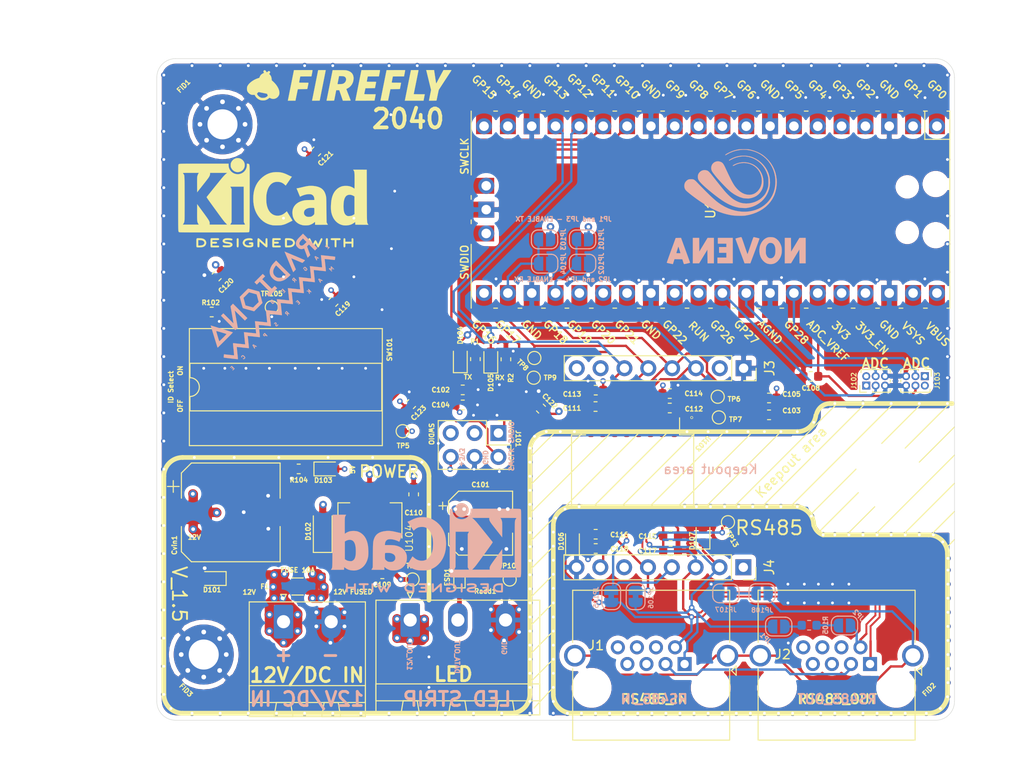
<source format=kicad_pcb>
(kicad_pcb (version 20171130) (host pcbnew 5.1.9+dfsg1-1+deb11u1)
  (layers (0 F.Cu signal) (1 GND.Cu power) (2 POWER.Cu power) (31 B.Cu signal) (34 B.Paste user) (35 F.Paste user) (36 B.SilkS user) (37 F.SilkS user) (38 B.Mask user) (39 F.Mask user) (44 Edge.Cuts user))
  (net 0 "")
  (net 1 GND1)
  (net 2 +3V3)
  (net 3 GND2)
  (net 4 "Net-(D103-Pad1)")
  (net 5 /DMX_Receive)
  (net 6 /DMX_Enable_Receive)
  (net 7 /DMX_Enable_Send)
  (net 8 /DMX_Send)
  (net 9 /RS485_transciever/DMX+)
  (net 10 /RS485_transciever/DXMgnd)
  (net 11 /RS485_transciever/DMX-)
  (net 12 /RS485_transciever/DMXTransmitterZ)
  (net 13 /RS485_transciever/DMXTransmitterY)
  (net 14 /RS485_transciever/DMXgnd)
  (net 15 /RS485_transciever/DMXchassignd)
  (net 16 "Net-(R102-Pad2)")
  (net 17 "Net-(ESD1-Pad1)")
  (net 18 /Addressable)
  (net 19 /SW_1)
  (net 20 /SW_2)
  (net 21 /SW_3)
  (net 22 /SW_4)
  (net 23 /SW_5)
  (net 24 /SW_6)
  (net 25 /SW_7)
  (net 26 /SW_8)
  (net 27 DMX_3V)
  (net 28 Vin_fused)
  (net 29 "Net-(JP1-Pad2)")
  (net 30 "Net-(JP2-Pad1)")
  (net 31 "Net-(D104-Pad1)")
  (net 32 "Net-(D105-Pad1)")
  (net 33 /Vin)
  (net 34 /A0)
  (net 35 /A3)
  (net 36 /A5)
  (net 37 /A4)
  (net 38 "Net-(U1-Pad19)")
  (net 39 "Net-(U1-Pad20)")
  (net 40 "Net-(U1-Pad25)")
  (net 41 "Net-(U1-Pad26)")
  (net 42 "Net-(U1-Pad27)")
  (net 43 "Net-(U1-Pad29)")
  (net 44 "Net-(U1-Pad30)")
  (net 45 "Net-(U1-Pad37)")
  (net 46 "Net-(U1-Pad39)")
  (net 47 "Net-(U1-Pad40)")
  (net 48 "Net-(U1-Pad1)")
  (net 49 "Net-(U1-Pad2)")
  (net 50 "Net-(U1-Pad4)")
  (net 51 "Net-(U1-Pad5)")
  (net 52 /SWDIO)
  (net 53 /SWCLK)
  (module Symbol:KiCad-Logo2_8mm_SilkScreen (layer F.Cu) (at 148.475 60.03)
    (fp_text reference REF** hide)
    (fp_text value KiCad-Logo2_8mm_SilkScreen hide)
  )
  (module Capacitor_SMD:C_0603_1608Metric (layer F.Cu) (at 142.455 68.7 225)
    (fp_text reference C120 (at 0 -1.414214 45) (layer F.SilkS) (effects (font (size 0.5 0.5) (thickness 0.125))))
    (fp_text value 100n hide)
    (pad 2 smd roundrect (at 0.7875 0 225) (size 0.875 0.95) (layers F.Cu F.Paste F.Mask) (net 1 GND1))
    (pad 1 smd roundrect (at -0.7875 0 225) (size 0.875 0.95) (layers F.Cu F.Paste F.Mask) (net 2 +3V3))
  )
  (module Symbol:KiCad-Logo2_8mm_SilkScreen (layer B.Cu) (at 164.775 96.8 180)
    (fp_text reference REF** hide)
    (fp_text value KiCad-Logo2_8mm_SilkScreen hide)
  )
  (module Jumper:SolderJumper-2_P1.3mm_Open_RoundedPad1.0x1.5mm (layer B.Cu) (at 209.355 105.91)
    (fp_text reference JP2 (at 1.49 -1.1 135) (layer B.SilkS) (effects (font (size 0.5 0.5) (thickness 0.125)) (justify mirror)))
    (fp_text value ET2 hide)
    (pad 1 smd custom (at -0.65 0) (size 1 0.5) (layers B.Cu B.Mask) (net 30 "Net-(JP2-Pad1)") (options (clearance outline) (anchor rect)) (primitives (gr_circle (center 0 -0.25) (end 0.5 -0.25) (width 0)) (gr_circle (center 0 0.25) (end 0.5 0.25) (width 0)) (gr_poly (pts (xy 0 0.75) (xy 0.5 0.75) (xy 0.5 -0.75) (xy 0 -0.75)) (width 0))))
    (pad 2 smd custom (at 0.65 0) (size 1 0.5) (layers B.Cu B.Mask) (net 11 /RS485_transciever/DMX-) (options (clearance outline) (anchor rect)) (primitives (gr_circle (center 0 -0.25) (end 0.5 -0.25) (width 0)) (gr_circle (center 0 0.25) (end 0.5 0.25) (width 0)) (gr_poly (pts (xy 0 0.75) (xy -0.5 0.75) (xy -0.5 -0.75) (xy 0 -0.75)) (width 0))))
  )
  (module Jumper:SolderJumper-2_P1.3mm_Open_RoundedPad1.0x1.5mm (layer B.Cu) (at 202.345 106.02)
    (fp_text reference JP1 (at -1.4 1.25 -45) (layer B.SilkS) (effects (font (size 0.5 0.5) (thickness 0.125)) (justify mirror)))
    (fp_text value ET1 hide)
    (pad 2 smd custom (at 0.65 0) (size 1 0.5) (layers B.Cu B.Mask) (net 29 "Net-(JP1-Pad2)") (options (clearance outline) (anchor rect)) (primitives (gr_circle (center 0 -0.25) (end 0.5 -0.25) (width 0)) (gr_circle (center 0 0.25) (end 0.5 0.25) (width 0)) (gr_poly (pts (xy 0 0.75) (xy -0.5 0.75) (xy -0.5 -0.75) (xy 0 -0.75)) (width 0))))
    (pad 1 smd custom (at -0.65 0) (size 1 0.5) (layers B.Cu B.Mask) (net 9 /RS485_transciever/DMX+) (options (clearance outline) (anchor rect)) (primitives (gr_circle (center 0 -0.25) (end 0.5 -0.25) (width 0)) (gr_circle (center 0 0.25) (end 0.5 0.25) (width 0)) (gr_poly (pts (xy 0 0.75) (xy 0.5 0.75) (xy 0.5 -0.75) (xy 0 -0.75)) (width 0))))
  )
  (module Jumper:SolderJumper-2_P1.3mm_Open_RoundedPad1.0x1.5mm (layer B.Cu) (at 200.575 102.47)
    (fp_text reference JP108 (at 0 1.8) (layer B.SilkS) (effects (font (size 0.5 0.5) (thickness 0.1)) (justify mirror)))
    (fp_text value SolderJumper_2_Open hide)
    (pad 1 smd custom (at -0.65 0) (size 1 0.5) (layers B.Cu B.Mask) (net 14 /RS485_transciever/DMXgnd) (options (clearance outline) (anchor rect)) (primitives (gr_circle (center 0 -0.25) (end 0.5 -0.25) (width 0)) (gr_circle (center 0 0.25) (end 0.5 0.25) (width 0)) (gr_poly (pts (xy 0 0.75) (xy 0.5 0.75) (xy 0.5 -0.75) (xy 0 -0.75)) (width 0))))
    (pad 2 smd custom (at 0.65 0) (size 1 0.5) (layers B.Cu B.Mask) (net 15 /RS485_transciever/DMXchassignd) (options (clearance outline) (anchor rect)) (primitives (gr_circle (center 0 -0.25) (end 0.5 -0.25) (width 0)) (gr_circle (center 0 0.25) (end 0.5 0.25) (width 0)) (gr_poly (pts (xy 0 0.75) (xy -0.5 0.75) (xy -0.5 -0.75) (xy 0 -0.75)) (width 0))))
  )
  (module Jumper:SolderJumper-2_P1.3mm_Open_RoundedPad1.0x1.5mm (layer B.Cu) (at 177.405 67.35)
    (fp_text reference JP104 (at 2 0 -270) (layer B.SilkS) (effects (font (size 0.5 0.5) (thickness 0.125)) (justify mirror)))
    (fp_text value Driver_Disable1 hide)
    (pad 1 smd custom (at -0.65 0) (size 1 0.5) (layers B.Cu B.Mask) (net 7 /DMX_Enable_Send) (options (clearance outline) (anchor rect)) (primitives (gr_circle (center 0 -0.25) (end 0.5 -0.25) (width 0)) (gr_circle (center 0 0.25) (end 0.5 0.25) (width 0)) (gr_poly (pts (xy 0 0.75) (xy 0.5 0.75) (xy 0.5 -0.75) (xy 0 -0.75)) (width 0))))
    (pad 2 smd custom (at 0.65 0) (size 1 0.5) (layers B.Cu B.Mask) (net 1 GND1) (options (clearance outline) (anchor rect)) (primitives (gr_circle (center 0 -0.25) (end 0.5 -0.25) (width 0)) (gr_circle (center 0 0.25) (end 0.5 0.25) (width 0)) (gr_poly (pts (xy 0 0.75) (xy -0.5 0.75) (xy -0.5 -0.75) (xy 0 -0.75)) (width 0))))
  )
  (module Jumper:SolderJumper-2_P1.3mm_Open_RoundedPad1.0x1.5mm (layer B.Cu) (at 177.395 64.76 180)
    (fp_text reference JP103 (at -2 0 270) (layer B.SilkS) (effects (font (size 0.5 0.5) (thickness 0.125)) (justify mirror)))
    (fp_text value Driver_Enable1 hide)
    (pad 2 smd custom (at 0.65 0 180) (size 1 0.5) (layers B.Cu B.Mask) (net 7 /DMX_Enable_Send) (options (clearance outline) (anchor rect)) (primitives (gr_circle (center 0 -0.25) (end 0.5 -0.25) (width 0)) (gr_circle (center 0 0.25) (end 0.5 0.25) (width 0)) (gr_poly (pts (xy 0 0.75) (xy -0.5 0.75) (xy -0.5 -0.75) (xy 0 -0.75)) (width 0))))
    (pad 1 smd custom (at -0.65 0 180) (size 1 0.5) (layers B.Cu B.Mask) (net 2 +3V3) (options (clearance outline) (anchor rect)) (primitives (gr_circle (center 0 -0.25) (end 0.5 -0.25) (width 0)) (gr_circle (center 0 0.25) (end 0.5 0.25) (width 0)) (gr_poly (pts (xy 0 0.75) (xy 0.5 0.75) (xy 0.5 -0.75) (xy 0 -0.75)) (width 0))))
  )
  (module Jumper:SolderJumper-2_P1.3mm_Open_RoundedPad1.0x1.5mm (layer B.Cu) (at 181.445 67.35)
    (fp_text reference JP102 (at 2 0 90) (layer B.SilkS) (effects (font (size 0.5 0.5) (thickness 0.125)) (justify mirror)))
    (fp_text value Receiver_Enable1 hide)
    (pad 1 smd custom (at -0.65 0) (size 1 0.5) (layers B.Cu B.Mask) (net 6 /DMX_Enable_Receive) (options (clearance outline) (anchor rect)) (primitives (gr_circle (center 0 -0.25) (end 0.5 -0.25) (width 0)) (gr_circle (center 0 0.25) (end 0.5 0.25) (width 0)) (gr_poly (pts (xy 0 0.75) (xy 0.5 0.75) (xy 0.5 -0.75) (xy 0 -0.75)) (width 0))))
    (pad 2 smd custom (at 0.65 0) (size 1 0.5) (layers B.Cu B.Mask) (net 1 GND1) (options (clearance outline) (anchor rect)) (primitives (gr_circle (center 0 -0.25) (end 0.5 -0.25) (width 0)) (gr_circle (center 0 0.25) (end 0.5 0.25) (width 0)) (gr_poly (pts (xy 0 0.75) (xy -0.5 0.75) (xy -0.5 -0.75) (xy 0 -0.75)) (width 0))))
  )
  (module Jumper:SolderJumper-2_P1.3mm_Open_RoundedPad1.0x1.5mm (layer B.Cu) (at 181.445 64.76 180)
    (fp_text reference JP101 (at -2 0 270) (layer B.SilkS) (effects (font (size 0.5 0.5) (thickness 0.125)) (justify mirror)))
    (fp_text value Receiver_Disable1 hide)
    (pad 2 smd custom (at 0.65 0 180) (size 1 0.5) (layers B.Cu B.Mask) (net 6 /DMX_Enable_Receive) (options (clearance outline) (anchor rect)) (primitives (gr_circle (center 0 -0.25) (end 0.5 -0.25) (width 0)) (gr_circle (center 0 0.25) (end 0.5 0.25) (width 0)) (gr_poly (pts (xy 0 0.75) (xy -0.5 0.75) (xy -0.5 -0.75) (xy 0 -0.75)) (width 0))))
    (pad 1 smd custom (at -0.65 0 180) (size 1 0.5) (layers B.Cu B.Mask) (net 2 +3V3) (options (clearance outline) (anchor rect)) (primitives (gr_circle (center 0 -0.25) (end 0.5 -0.25) (width 0)) (gr_circle (center 0 0.25) (end 0.5 0.25) (width 0)) (gr_poly (pts (xy 0 0.75) (xy 0.5 0.75) (xy 0.5 -0.75) (xy 0 -0.75)) (width 0))))
  )
  (module Jumper:SolderJumper-2_P1.3mm_Open_RoundedPad1.0x1.5mm (layer B.Cu) (at 196.715 102.48)
    (fp_text reference JP107 (at 0 1.75) (layer B.SilkS) (effects (font (size 0.5 0.5) (thickness 0.1)) (justify mirror)))
    (fp_text value SolderJumper_2_Open hide)
    (pad 2 smd custom (at 0.65 0) (size 1 0.5) (layers B.Cu B.Mask) (net 14 /RS485_transciever/DMXgnd) (options (clearance outline) (anchor rect)) (primitives (gr_circle (center 0 -0.25) (end 0.5 -0.25) (width 0)) (gr_circle (center 0 0.25) (end 0.5 0.25) (width 0)) (gr_poly (pts (xy 0 0.75) (xy -0.5 0.75) (xy -0.5 -0.75) (xy 0 -0.75)) (width 0))))
    (pad 1 smd custom (at -0.65 0) (size 1 0.5) (layers B.Cu B.Mask) (net 3 GND2) (options (clearance outline) (anchor rect)) (primitives (gr_circle (center 0 -0.25) (end 0.5 -0.25) (width 0)) (gr_circle (center 0 0.25) (end 0.5 0.25) (width 0)) (gr_poly (pts (xy 0 0.75) (xy 0.5 0.75) (xy 0.5 -0.75) (xy 0 -0.75)) (width 0))))
  )
  (module logo:FireFly_big (layer F.Cu) (at 156.675 48.375)
    (fp_text reference G*** hide)
    (fp_text value LOGO hide)
  )
  (module logo:novena (layer B.Cu) (at 198.295 61.64 180)
    (fp_text reference G*** hide)
    (fp_text value LOGO hide)
  )
  (module logo:radiona-16mm (layer B.Cu) (at 148.25 71.075 225)
    (fp_text reference G*** hide)
    (fp_text value LOGO hide)
  )
  (module Capacitor_SMD:C_0603_1608Metric (layer F.Cu) (at 160.105 100.4 180)
    (fp_text reference C109 (at 0.02 -1.16 180) (layer F.SilkS) (effects (font (size 0.5 0.5) (thickness 0.125))))
    (fp_text value 1uF hide)
    (pad 2 smd roundrect (at 0.7875 0 180) (size 0.875 0.95) (layers F.Cu F.Paste F.Mask) (net 1 GND1))
    (pad 1 smd roundrect (at -0.7875 0 180) (size 0.875 0.95) (layers F.Cu F.Paste F.Mask) (net 28 Vin_fused))
  )
  (module Fiducial:Fiducial_0.5mm_Mask1mm (layer F.Cu) (at 138.361 113.6 45)
    (fp_text reference FID3 (at 1.14127 0.009899 135) (layer F.SilkS) (effects (font (size 0.5 0.5) (thickness 0.125))))
    (fp_text value FID_TLV hide)
    (pad "" smd circle (at 0 0 45) (size 0.5 0.5) (layers F.Cu F.Mask) (clearance 0.25))
  )
  (module Fiducial:Fiducial_0.5mm_Mask1mm (layer F.Cu) (at 138.107 47.628 225)
    (fp_text reference FID1 (at -0.018385 -1.152584 45) (layer F.SilkS) (effects (font (size 0.5 0.5) (thickness 0.125))))
    (fp_text value FID_ATM hide)
    (pad "" smd circle (at 0 0 225) (size 0.5 0.5) (layers F.Cu F.Mask) (clearance 0.25))
  )
  (module Capacitor_SMD:C_0603_1608Metric (layer F.Cu) (at 153.0592 55.39224 45)
    (fp_text reference C121 (at 0.176777 1.237437 45) (layer F.SilkS) (effects (font (size 0.5 0.5) (thickness 0.125))))
    (fp_text value 100n hide)
    (pad 1 smd roundrect (at -0.7875 0 45) (size 0.875 0.95) (layers F.Cu F.Paste F.Mask) (net 2 +3V3))
    (pad 2 smd roundrect (at 0.7875 0 45) (size 0.875 0.95) (layers F.Cu F.Paste F.Mask) (net 1 GND1))
  )
  (module Capacitor_SMD:C_0603_1608Metric (layer F.Cu) (at 163.167353 82.317247 45)
    (fp_text reference C123 (at -0.096383 1.237437 45) (layer F.SilkS) (effects (font (size 0.5 0.5) (thickness 0.125))))
    (fp_text value 100n hide)
    (pad 1 smd roundrect (at -0.7875 0 45) (size 0.875 0.95) (layers F.Cu F.Paste F.Mask) (net 2 +3V3))
    (pad 2 smd roundrect (at 0.7875 0 45) (size 0.875 0.95) (layers F.Cu F.Paste F.Mask) (net 1 GND1))
  )
  (module Resistor_SMD:R_0603_1608Metric (layer F.Cu) (at 173.275 77.54 270)
    (fp_text reference R2 (at 1.99 -0.53 90) (layer F.SilkS) (effects (font (size 0.5 0.5) (thickness 0.125))))
    (fp_text value 300 hide)
    (pad 2 smd roundrect (at 0.7875 0 270) (size 0.875 0.95) (layers F.Cu F.Paste F.Mask) (net 32 "Net-(D105-Pad1)"))
    (pad 1 smd roundrect (at -0.7875 0 270) (size 0.875 0.95) (layers F.Cu F.Paste F.Mask) (net 1 GND1))
  )
  (module Connector_RJ:RJ45_Amphenol_RJHSE5380 (layer F.Cu) (at 212.075 110.01 180)
    (fp_text reference J2 (at 9.29 1.02) (layer F.SilkS))
    (fp_text value RJ45_Shielded hide)
    (pad SH thru_hole circle (at -4.57 0.89 180) (size 2.3 2.3) (drill 1.57) (layers *.Cu *.Mask) (net 15 /RS485_transciever/DMXchassignd))
    (pad SH thru_hole circle (at 11.69 0.89 180) (size 2.3 2.3) (drill 1.57) (layers *.Cu *.Mask) (net 15 /RS485_transciever/DMXchassignd))
    (pad "" np_thru_hole circle (at 9.91 -2.54 180) (size 3.25 3.25) (drill 3.25) (layers *.Cu *.Mask))
    (pad "" np_thru_hole circle (at -2.79 -2.54 180) (size 3.25 3.25) (drill 3.25) (layers *.Cu *.Mask))
    (pad 8 thru_hole circle (at 7.112 1.78 180) (size 1.5 1.5) (drill 0.89) (layers *.Cu *.Mask))
    (pad 6 thru_hole circle (at 5.08 1.78 180) (size 1.5 1.5) (drill 0.89) (layers *.Cu *.Mask))
    (pad 4 thru_hole circle (at 3.048 1.78 180) (size 1.5 1.5) (drill 0.89) (layers *.Cu *.Mask))
    (pad 2 thru_hole circle (at 1.016 1.78 180) (size 1.5 1.5) (drill 0.89) (layers *.Cu *.Mask) (net 11 /RS485_transciever/DMX-))
    (pad 7 thru_hole circle (at 6.096 0 180) (size 1.5 1.5) (drill 0.89) (layers *.Cu *.Mask))
    (pad 5 thru_hole circle (at 4.064 0 180) (size 1.5 1.5) (drill 0.89) (layers *.Cu *.Mask))
    (pad 3 thru_hole circle (at 2.032 0 180) (size 1.5 1.5) (drill 0.89) (layers *.Cu *.Mask) (net 10 /RS485_transciever/DXMgnd))
    (pad 1 thru_hole rect (at 0 0 180) (size 1.5 1.5) (drill 0.89) (layers *.Cu *.Mask) (net 9 /RS485_transciever/DMX+))
  )
  (module Connector_RJ:RJ45_Amphenol_RJHSE5380 (layer F.Cu) (at 192.315 110.01 180)
    (fp_text reference J1 (at 9.43 1.98) (layer F.SilkS))
    (fp_text value RJ45_Shielded hide)
    (pad 1 thru_hole rect (at 0 0 180) (size 1.5 1.5) (drill 0.89) (layers *.Cu *.Mask) (net 9 /RS485_transciever/DMX+))
    (pad 3 thru_hole circle (at 2.032 0 180) (size 1.5 1.5) (drill 0.89) (layers *.Cu *.Mask) (net 10 /RS485_transciever/DXMgnd))
    (pad 5 thru_hole circle (at 4.064 0 180) (size 1.5 1.5) (drill 0.89) (layers *.Cu *.Mask))
    (pad 7 thru_hole circle (at 6.096 0 180) (size 1.5 1.5) (drill 0.89) (layers *.Cu *.Mask))
    (pad 2 thru_hole circle (at 1.016 1.78 180) (size 1.5 1.5) (drill 0.89) (layers *.Cu *.Mask) (net 11 /RS485_transciever/DMX-))
    (pad 4 thru_hole circle (at 3.048 1.78 180) (size 1.5 1.5) (drill 0.89) (layers *.Cu *.Mask))
    (pad 6 thru_hole circle (at 5.08 1.78 180) (size 1.5 1.5) (drill 0.89) (layers *.Cu *.Mask))
    (pad 8 thru_hole circle (at 7.112 1.78 180) (size 1.5 1.5) (drill 0.89) (layers *.Cu *.Mask))
    (pad "" np_thru_hole circle (at -2.79 -2.54 180) (size 3.25 3.25) (drill 3.25) (layers *.Cu *.Mask))
    (pad "" np_thru_hole circle (at 9.91 -2.54 180) (size 3.25 3.25) (drill 3.25) (layers *.Cu *.Mask))
    (pad SH thru_hole circle (at 11.69 0.89 180) (size 2.3 2.3) (drill 1.57) (layers *.Cu *.Mask) (net 15 /RS485_transciever/DMXchassignd))
    (pad SH thru_hole circle (at -4.57 0.89 180) (size 2.3 2.3) (drill 1.57) (layers *.Cu *.Mask) (net 15 /RS485_transciever/DMXchassignd))
  )
  (module Connector_Phoenix_MSTB:PhoenixContact_MSTBA_2,5_3-G-5,08_1x03_P5.08mm_Horizontal (layer F.Cu) (at 163.075 105.32)
    (fp_text reference Jadd1 hide)
    (fp_text value MSTBA3 hide)
    (pad 1 thru_hole roundrect (at 0 0) (size 2.08 3.6) (drill 1.4) (layers *.Cu *.Mask) (roundrect_rratio 0.1201908653846154) (net 28 Vin_fused))
    (pad 2 thru_hole oval (at 5.08 0) (size 2.08 3.6) (drill 1.4) (layers *.Cu *.Mask) (net 17 "Net-(ESD1-Pad1)"))
    (pad 3 thru_hole oval (at 10.16 0) (size 2.08 3.6) (drill 1.4) (layers *.Cu *.Mask) (net 1 GND1))
  )
  (module Capacitor_SMD:CP_Elec_10x10 (layer F.Cu) (at 143.955 93.85)
    (fp_text reference Cvin1 (at -6 3.5 90) (layer F.SilkS) (effects (font (size 0.5 0.5) (thickness 0.125))))
    (fp_text value "100µF 50V 27mΩ" hide)
    (pad 1 smd roundrect (at -4 0) (size 4 2.5) (layers F.Cu F.Paste F.Mask) (roundrect_rratio 0.1) (net 33 /Vin))
    (pad 2 smd roundrect (at 4 0) (size 4 2.5) (layers F.Cu F.Paste F.Mask) (roundrect_rratio 0.1) (net 1 GND1))
  )
  (module Capacitor_SMD:C_0603_1608Metric (layer F.Cu) (at 168.675 80.8)
    (fp_text reference C102 (at -2.35 0) (layer F.SilkS) (effects (font (size 0.5 0.5) (thickness 0.125))))
    (fp_text value 100n hide)
    (pad 1 smd roundrect (at -0.7875 0) (size 0.875 0.95) (layers F.Cu F.Paste F.Mask) (net 2 +3V3))
    (pad 2 smd roundrect (at 0.7875 0) (size 0.875 0.95) (layers F.Cu F.Paste F.Mask) (net 1 GND1))
  )
  (module Capacitor_SMD:C_0603_1608Metric (layer F.Cu) (at 201.315 83.46 180)
    (fp_text reference C103 (at -2.4 0.45 180) (layer F.SilkS) (effects (font (size 0.5 0.5) (thickness 0.125))))
    (fp_text value 100n hide)
    (pad 2 smd roundrect (at 0.7875 0 180) (size 0.875 0.95) (layers F.Cu F.Paste F.Mask) (net 1 GND1))
    (pad 1 smd roundrect (at -0.7875 0 180) (size 0.875 0.95) (layers F.Cu F.Paste F.Mask) (net 2 +3V3))
  )
  (module Capacitor_SMD:C_0603_1608Metric (layer F.Cu) (at 168.675 82.4)
    (fp_text reference C104 (at -2.35 0) (layer F.SilkS) (effects (font (size 0.5 0.5) (thickness 0.125))))
    (fp_text value 10n hide)
    (pad 1 smd roundrect (at -0.7875 0) (size 0.875 0.95) (layers F.Cu F.Paste F.Mask) (net 2 +3V3))
    (pad 2 smd roundrect (at 0.7875 0) (size 0.875 0.95) (layers F.Cu F.Paste F.Mask) (net 1 GND1))
  )
  (module Capacitor_SMD:C_0603_1608Metric (layer F.Cu) (at 201.315 81.66 180)
    (fp_text reference C105 (at -2.4 0.4) (layer F.SilkS) (effects (font (size 0.5 0.5) (thickness 0.125))))
    (fp_text value 10n hide)
    (pad 2 smd roundrect (at 0.7875 0 180) (size 0.875 0.95) (layers F.Cu F.Paste F.Mask) (net 1 GND1))
    (pad 1 smd roundrect (at -0.7875 0 180) (size 0.875 0.95) (layers F.Cu F.Paste F.Mask) (net 2 +3V3))
  )
  (module Capacitor_SMD:C_0603_1608Metric (layer F.Cu) (at 205.765 79.36 180)
    (fp_text reference C108 (at 0 -1.25) (layer F.SilkS) (effects (font (size 0.5 0.5) (thickness 0.125))))
    (fp_text value 100n hide)
    (pad 2 smd roundrect (at 0.7875 0 180) (size 0.875 0.95) (layers F.Cu F.Paste F.Mask) (net 1 GND1))
    (pad 1 smd roundrect (at -0.7875 0 180) (size 0.875 0.95) (layers F.Cu F.Paste F.Mask) (net 36 /A5))
  )
  (module Capacitor_SMD:C_0603_1608Metric (layer F.Cu) (at 163.445 91.93 270)
    (fp_text reference C110 (at 1.96 0 180) (layer F.SilkS) (effects (font (size 0.5 0.5) (thickness 0.125))))
    (fp_text value 1uF hide)
    (pad 1 smd roundrect (at -0.7875 0 270) (size 0.875 0.95) (layers F.Cu F.Paste F.Mask) (net 2 +3V3))
    (pad 2 smd roundrect (at 0.7875 0 270) (size 0.875 0.95) (layers F.Cu F.Paste F.Mask) (net 1 GND1))
  )
  (module Capacitor_SMD:C_0603_1608Metric (layer F.Cu) (at 182.825 82.575 180)
    (fp_text reference C111 (at 2.5 -0.175) (layer F.SilkS) (effects (font (size 0.5 0.5) (thickness 0.125))))
    (fp_text value 10n hide)
    (pad 1 smd roundrect (at -0.7875 0 180) (size 0.875 0.95) (layers F.Cu F.Paste F.Mask) (net 2 +3V3))
    (pad 2 smd roundrect (at 0.7875 0 180) (size 0.875 0.95) (layers F.Cu F.Paste F.Mask) (net 1 GND1))
  )
  (module Capacitor_SMD:C_0603_1608Metric (layer F.Cu) (at 190.735 82.73 180)
    (fp_text reference C112 (at -2.575 -0.1) (layer F.SilkS) (effects (font (size 0.5 0.5) (thickness 0.125))))
    (fp_text value 10n hide)
    (pad 2 smd roundrect (at 0.7875 0 180) (size 0.875 0.95) (layers F.Cu F.Paste F.Mask) (net 2 +3V3))
    (pad 1 smd roundrect (at -0.7875 0 180) (size 0.875 0.95) (layers F.Cu F.Paste F.Mask) (net 1 GND1))
  )
  (module Capacitor_SMD:C_0603_1608Metric (layer F.Cu) (at 182.85 80.825)
    (fp_text reference C113 (at -2.525 0.425) (layer F.SilkS) (effects (font (size 0.5 0.5) (thickness 0.125))))
    (fp_text value 100n hide)
    (pad 1 smd roundrect (at -0.7875 0) (size 0.875 0.95) (layers F.Cu F.Paste F.Mask) (net 1 GND1))
    (pad 2 smd roundrect (at 0.7875 0) (size 0.875 0.95) (layers F.Cu F.Paste F.Mask) (net 2 +3V3))
  )
  (module Capacitor_SMD:C_0603_1608Metric (layer F.Cu) (at 190.735 81.19)
    (fp_text reference C114 (at 2.55 0) (layer F.SilkS) (effects (font (size 0.5 0.5) (thickness 0.125))))
    (fp_text value 100n hide)
    (pad 1 smd roundrect (at -0.7875 0) (size 0.875 0.95) (layers F.Cu F.Paste F.Mask) (net 2 +3V3))
    (pad 2 smd roundrect (at 0.7875 0) (size 0.875 0.95) (layers F.Cu F.Paste F.Mask) (net 1 GND1))
  )
  (module Capacitor_SMD:C_0603_1608Metric (layer F.Cu) (at 190.825 96.35)
    (fp_text reference C115 (at -2.45 0.05) (layer F.SilkS) (effects (font (size 0.5 0.5) (thickness 0.125))))
    (fp_text value 10n hide)
    (pad 1 smd roundrect (at -0.7875 0) (size 0.875 0.95) (layers F.Cu F.Paste F.Mask) (net 27 DMX_3V))
    (pad 2 smd roundrect (at 0.7875 0) (size 0.875 0.95) (layers F.Cu F.Paste F.Mask) (net 3 GND2))
  )
  (module Capacitor_SMD:C_0603_1608Metric (layer F.Cu) (at 182.84 96.18)
    (fp_text reference C116 (at 2.525 0.05) (layer F.SilkS) (effects (font (size 0.5 0.5) (thickness 0.125))))
    (fp_text value 10n hide)
    (pad 1 smd roundrect (at -0.7875 0) (size 0.875 0.95) (layers F.Cu F.Paste F.Mask) (net 3 GND2))
    (pad 2 smd roundrect (at 0.7875 0) (size 0.875 0.95) (layers F.Cu F.Paste F.Mask) (net 27 DMX_3V))
  )
  (module Capacitor_SMD:C_0603_1608Metric (layer F.Cu) (at 190.825 97.95)
    (fp_text reference C117 (at -2.45 0) (layer F.SilkS) (effects (font (size 0.5 0.5) (thickness 0.125))))
    (fp_text value 100n hide)
    (pad 2 smd roundrect (at 0.7875 0) (size 0.875 0.95) (layers F.Cu F.Paste F.Mask) (net 3 GND2))
    (pad 1 smd roundrect (at -0.7875 0) (size 0.875 0.95) (layers F.Cu F.Paste F.Mask) (net 27 DMX_3V))
  )
  (module Capacitor_SMD:C_0603_1608Metric (layer F.Cu) (at 182.845 97.7)
    (fp_text reference C118 (at 2.525 0.05) (layer F.SilkS) (effects (font (size 0.5 0.5) (thickness 0.125))))
    (fp_text value 100n hide)
    (pad 2 smd roundrect (at 0.7875 0) (size 0.875 0.95) (layers F.Cu F.Paste F.Mask) (net 27 DMX_3V))
    (pad 1 smd roundrect (at -0.7875 0) (size 0.875 0.95) (layers F.Cu F.Paste F.Mask) (net 3 GND2))
  )
  (module Diode_SMD:D_SOD-123 (layer F.Cu) (at 153.755 95.87 90)
    (fp_text reference D102 (at -0.01 -1.55 90) (layer F.SilkS) (effects (font (size 0.5 0.5) (thickness 0.125))))
    (fp_text value D_Schottky_Small hide)
    (pad 1 smd rect (at -1.65 0 90) (size 0.9 1.2) (layers F.Cu F.Paste F.Mask) (net 28 Vin_fused))
    (pad 2 smd rect (at 1.65 0 90) (size 0.9 1.2) (layers F.Cu F.Paste F.Mask) (net 2 +3V3))
  )
  (module LED_SMD:LED_0603_1608Metric (layer F.Cu) (at 154.305 89.22)
    (fp_text reference D103 (at -0.49 1.21 180) (layer F.SilkS) (effects (font (size 0.5 0.5) (thickness 0.125))))
    (fp_text value LED_3V hide)
    (pad 2 smd roundrect (at 0.7875 0) (size 0.875 0.95) (layers F.Cu F.Paste F.Mask) (net 2 +3V3))
    (pad 1 smd roundrect (at -0.7875 0) (size 0.875 0.95) (layers F.Cu F.Paste F.Mask) (net 4 "Net-(D103-Pad1)"))
  )
  (module Connector_PinHeader_2.54mm:PinHeader_2x03_P2.54mm_Vertical (layer F.Cu) (at 172.475 85.4 270)
    (fp_text reference J101 (at 0.6 -2.1 270 unlocked) (layer F.SilkS) (effects (font (size 0.5 0.5) (thickness 0.125))))
    (fp_text value Conn_02x03_Counter_Clockwise hide)
    (pad 1 thru_hole rect (at 0 0 270) (size 1.7 1.7) (drill 1) (layers *.Cu *.Mask) (net 52 /SWDIO))
    (pad 2 thru_hole oval (at 2.54 0 270) (size 1.7 1.7) (drill 1) (layers *.Cu *.Mask) (net 53 /SWCLK))
    (pad 3 thru_hole oval (at 0 2.54 270) (size 1.7 1.7) (drill 1) (layers *.Cu *.Mask))
    (pad 4 thru_hole oval (at 2.54 2.54 270) (size 1.7 1.7) (drill 1) (layers *.Cu *.Mask) (net 1 GND1))
    (pad 5 thru_hole oval (at 0 5.08 270) (size 1.7 1.7) (drill 1) (layers *.Cu *.Mask))
    (pad 6 thru_hole oval (at 2.54 5.08 270) (size 1.7 1.7) (drill 1) (layers *.Cu *.Mask) (net 2 +3V3))
  )
  (module Resistor_SMD:R_0603_1608Metric (layer F.Cu) (at 141.925 72.5 180)
    (fp_text reference R102 (at 0.1 1) (layer F.SilkS) (effects (font (size 0.5 0.5) (thickness 0.125))))
    (fp_text value 1K hide)
    (pad 1 smd roundrect (at -0.7875 0 180) (size 0.875 0.95) (layers F.Cu F.Paste F.Mask) (net 1 GND1))
    (pad 2 smd roundrect (at 0.7875 0 180) (size 0.875 0.95) (layers F.Cu F.Paste F.Mask) (net 16 "Net-(R102-Pad2)"))
  )
  (module Resistor_SMD:R_0603_1608Metric (layer F.Cu) (at 151.195 89.22)
    (fp_text reference R104 (at 0.01 1.18 180) (layer F.SilkS) (effects (font (size 0.5 0.5) (thickness 0.125))))
    (fp_text value 300 hide)
    (pad 2 smd roundrect (at 0.7875 0) (size 0.875 0.95) (layers F.Cu F.Paste F.Mask) (net 4 "Net-(D103-Pad1)"))
    (pad 1 smd roundrect (at -0.7875 0) (size 0.875 0.95) (layers F.Cu F.Paste F.Mask) (net 1 GND1))
  )
  (module Resistor_SMD:R_0603_1608Metric (layer B.Cu) (at 205.585 105.88)
    (fp_text reference R105 (at 1.75 0 -270) (layer B.SilkS) (effects (font (size 0.5 0.5) (thickness 0.125)) (justify mirror)))
    (fp_text value 120R hide)
    (pad 1 smd roundrect (at -0.7875 0) (size 0.875 0.95) (layers B.Cu B.Paste B.Mask) (net 29 "Net-(JP1-Pad2)"))
    (pad 2 smd roundrect (at 0.7875 0) (size 0.875 0.95) (layers B.Cu B.Paste B.Mask) (net 30 "Net-(JP2-Pad1)"))
  )
  (module Resistor_SMD:R_0603_1608Metric (layer F.Cu) (at 171.075 101)
    (fp_text reference Radd1 (at 0 1.25) (layer F.SilkS) (effects (font (size 0.5 0.5) (thickness 0.125))))
    (fp_text value 1k hide)
    (pad 1 smd roundrect (at -0.7875 0) (size 0.875 0.95) (layers F.Cu F.Paste F.Mask) (net 17 "Net-(ESD1-Pad1)"))
    (pad 2 smd roundrect (at 0.7875 0) (size 0.875 0.95) (layers F.Cu F.Paste F.Mask) (net 18 /Addressable))
  )
  (module Package_DIP:DIP-16_W8.89mm_SMDSocket_LongPads (layer F.Cu) (at 149.825 80.5 90)
    (fp_text reference SW101 (at 4 11.05 90) (layer F.SilkS) (effects (font (size 0.5 0.5) (thickness 0.125))))
    (fp_text value SW_DIP_x08 hide)
    (pad 1 smd rect (at -4.445 -8.89 90) (size 3.1 1.6) (layers F.Cu F.Paste F.Mask) (net 19 /SW_1))
    (pad 9 smd rect (at 4.445 8.89 90) (size 3.1 1.6) (layers F.Cu F.Paste F.Mask) (net 16 "Net-(R102-Pad2)"))
    (pad 2 smd rect (at -4.445 -6.35 90) (size 3.1 1.6) (layers F.Cu F.Paste F.Mask) (net 20 /SW_2))
    (pad 10 smd rect (at 4.445 6.35 90) (size 3.1 1.6) (layers F.Cu F.Paste F.Mask) (net 16 "Net-(R102-Pad2)"))
    (pad 3 smd rect (at -4.445 -3.81 90) (size 3.1 1.6) (layers F.Cu F.Paste F.Mask) (net 21 /SW_3))
    (pad 11 smd rect (at 4.445 3.81 90) (size 3.1 1.6) (layers F.Cu F.Paste F.Mask) (net 16 "Net-(R102-Pad2)"))
    (pad 4 smd rect (at -4.445 -1.27 90) (size 3.1 1.6) (layers F.Cu F.Paste F.Mask) (net 22 /SW_4))
    (pad 12 smd rect (at 4.445 1.27 90) (size 3.1 1.6) (layers F.Cu F.Paste F.Mask) (net 16 "Net-(R102-Pad2)"))
    (pad 5 smd rect (at -4.445 1.27 90) (size 3.1 1.6) (layers F.Cu F.Paste F.Mask) (net 23 /SW_5))
    (pad 13 smd rect (at 4.445 -1.27 90) (size 3.1 1.6) (layers F.Cu F.Paste F.Mask) (net 16 "Net-(R102-Pad2)"))
    (pad 6 smd rect (at -4.445 3.81 90) (size 3.1 1.6) (layers F.Cu F.Paste F.Mask) (net 24 /SW_6))
    (pad 14 smd rect (at 4.445 -3.81 90) (size 3.1 1.6) (layers F.Cu F.Paste F.Mask) (net 16 "Net-(R102-Pad2)"))
    (pad 7 smd rect (at -4.445 6.35 90) (size 3.1 1.6) (layers F.Cu F.Paste F.Mask) (net 25 /SW_7))
    (pad 15 smd rect (at 4.445 -6.35 90) (size 3.1 1.6) (layers F.Cu F.Paste F.Mask) (net 16 "Net-(R102-Pad2)"))
    (pad 8 smd rect (at -4.445 8.89 90) (size 3.1 1.6) (layers F.Cu F.Paste F.Mask) (net 26 /SW_8))
    (pad 16 smd rect (at 4.445 -8.89 90) (size 3.1 1.6) (layers F.Cu F.Paste F.Mask) (net 16 "Net-(R102-Pad2)"))
  )
  (module Package_SO:SOIC-16W_7.5x12.8mm_P1.27mm (layer F.Cu) (at 186.775 89.45 270)
    (fp_text reference U103 (at -2.95 -7.5 225 unlocked) (layer F.SilkS) (effects (font (size 0.5 0.5) (thickness 0.125))))
    (fp_text value ADM2687E hide)
    (pad 1 smd roundrect (at -4.65 -4.445 270) (size 2.05 0.6) (layers F.Cu F.Paste F.Mask) (net 1 GND1))
    (pad 2 smd roundrect (at -4.65 -3.175 270) (size 2.05 0.6) (layers F.Cu F.Paste F.Mask) (net 2 +3V3))
    (pad 3 smd roundrect (at -4.65 -1.905 270) (size 2.05 0.6) (layers F.Cu F.Paste F.Mask) (net 5 /DMX_Receive))
    (pad 4 smd roundrect (at -4.65 -0.635 270) (size 2.05 0.6) (layers F.Cu F.Paste F.Mask) (net 6 /DMX_Enable_Receive))
    (pad 5 smd roundrect (at -4.65 0.635 270) (size 2.05 0.6) (layers F.Cu F.Paste F.Mask) (net 7 /DMX_Enable_Send))
    (pad 6 smd roundrect (at -4.65 1.905 270) (size 2.05 0.6) (layers F.Cu F.Paste F.Mask) (net 8 /DMX_Send))
    (pad 7 smd roundrect (at -4.65 3.175 270) (size 2.05 0.6) (layers F.Cu F.Paste F.Mask) (net 2 +3V3))
    (pad 8 smd roundrect (at -4.65 4.445 270) (size 2.05 0.6) (layers F.Cu F.Paste F.Mask) (net 1 GND1))
    (pad 9 smd roundrect (at 4.65 4.445 270) (size 2.05 0.6) (layers F.Cu F.Paste F.Mask) (net 3 GND2))
    (pad 10 smd roundrect (at 4.65 3.175 270) (size 2.05 0.6) (layers F.Cu F.Paste F.Mask) (net 27 DMX_3V))
    (pad 11 smd roundrect (at 4.65 1.905 270) (size 2.05 0.6) (layers F.Cu F.Paste F.Mask) (net 13 /RS485_transciever/DMXTransmitterY))
    (pad 12 smd roundrect (at 4.65 0.635 270) (size 2.05 0.6) (layers F.Cu F.Paste F.Mask) (net 12 /RS485_transciever/DMXTransmitterZ))
    (pad 13 smd roundrect (at 4.65 -0.635 270) (size 2.05 0.6) (layers F.Cu F.Paste F.Mask) (net 11 /RS485_transciever/DMX-))
    (pad 14 smd roundrect (at 4.65 -1.905 270) (size 2.05 0.6) (layers F.Cu F.Paste F.Mask) (net 9 /RS485_transciever/DMX+))
    (pad 15 smd roundrect (at 4.65 -3.175 270) (size 2.05 0.6) (layers F.Cu F.Paste F.Mask) (net 27 DMX_3V))
    (pad 16 smd roundrect (at 4.65 -4.445 270) (size 2.05 0.6) (layers F.Cu F.Paste F.Mask) (net 3 GND2))
  )
  (module Fuse:Fuse_1206_3216Metric_Pad1.42x1.75mm_HandSolder (layer F.Cu) (at 151.075 101.75 180)
    (fp_text reference F1 (at 3.5 0) (layer F.SilkS) (effects (font (size 0.5 0.5) (thickness 0.125))))
    (fp_text value "Fuse DNP" hide)
    (pad 1 smd roundrect (at -1.4875 0 180) (size 1.425 1.75) (layers F.Cu F.Paste F.Mask) (roundrect_rratio 0.1754385964912281) (net 28 Vin_fused))
    (pad 2 smd roundrect (at 1.4875 0 180) (size 1.425 1.75) (layers F.Cu F.Paste F.Mask) (roundrect_rratio 0.1754385964912281) (net 33 /Vin))
  )
  (module MountingHole:MountingHole_3.2mm_M3 (layer F.Cu) (at 214.075 90)
    (fp_text reference H3 hide)
    (fp_text value MountingHole hide)
    (pad 1 np_thru_hole circle (at 0 0) (size 3.2 3.2) (drill 3.2) (layers *.Cu *.Mask))
  )
  (module Connector_Phoenix_MSTB:PhoenixContact_MSTBA_2,5_2-G-5,08_1x02_P5.08mm_Horizontal (layer F.Cu) (at 149.575 105.5)
    (fp_text reference Jc1 hide)
    (fp_text value MSTBA2 hide)
    (pad 1 thru_hole roundrect (at 0 0) (size 2.08 3.6) (drill 1.4) (layers *.Cu *.Mask) (roundrect_rratio 0.1201908653846154) (net 33 /Vin))
    (pad 2 thru_hole oval (at 5.08 0) (size 2.08 3.6) (drill 1.4) (layers *.Cu *.Mask) (net 1 GND1))
  )
  (module Capacitor_SMD:CP_Elec_6.3x5.3 (layer F.Cu) (at 170.575 95)
    (fp_text reference C101 (at 0 -4.1) (layer F.SilkS) (effects (font (size 0.5 0.5) (thickness 0.125))))
    (fp_text value 100uF/16V hide)
    (pad 1 smd roundrect (at -2.8 0) (size 3.5 1.6) (layers F.Cu F.Paste F.Mask) (roundrect_rratio 0.15625) (net 2 +3V3))
    (pad 2 smd roundrect (at 2.8 0) (size 3.5 1.6) (layers F.Cu F.Paste F.Mask) (roundrect_rratio 0.15625) (net 1 GND1))
  )
  (module Fiducial:Fiducial_0.5mm_Mask1mm (layer F.Cu) (at 219.125 113.6 90)
    (fp_text reference FID2 (at 0.868 -0.75 225) (layer F.SilkS) (effects (font (size 0.5 0.5) (thickness 0.125))))
    (fp_text value FID_GUL hide)
    (pad "" smd circle (at 0 0 90) (size 0.5 0.5) (layers F.Cu F.Mask) (clearance 0.25))
  )
  (module TestPoint:TestPoint_Pad_D1.0mm (layer F.Cu) (at 195.845 81.53)
    (fp_text reference TP6 (at 1.75 0.25) (layer F.SilkS) (effects (font (size 0.5 0.5) (thickness 0.125))))
    (fp_text value DMX_RX hide)
    (pad 1 smd circle (at 0 0) (size 1 1) (layers F.Cu F.Mask) (net 5 /DMX_Receive))
  )
  (module TestPoint:TestPoint_Pad_D1.0mm (layer F.Cu) (at 195.965 83.73)
    (fp_text reference TP7 (at 1.78 0.22 180) (layer F.SilkS) (effects (font (size 0.5 0.5) (thickness 0.125))))
    (fp_text value DMX_RE hide)
    (pad 1 smd circle (at 0 0) (size 1 1) (layers F.Cu F.Mask) (net 6 /DMX_Enable_Receive))
  )
  (module TestPoint:TestPoint_Pad_D1.0mm (layer F.Cu) (at 176.305 77.4)
    (fp_text reference TP8 (at -1.25 0.75 135) (layer F.SilkS) (effects (font (size 0.5 0.5) (thickness 0.125))))
    (fp_text value DMX_DE hide)
    (pad 1 smd circle (at 0 0) (size 1 1) (layers F.Cu F.Mask) (net 7 /DMX_Enable_Send))
  )
  (module TestPoint:TestPoint_Pad_D1.0mm (layer F.Cu) (at 176.245 79.5)
    (fp_text reference TP9 (at 1.75 0) (layer F.SilkS) (effects (font (size 0.5 0.5) (thickness 0.125))))
    (fp_text value DMX_TX hide)
    (pad 1 smd circle (at 0 0) (size 1 1) (layers F.Cu F.Mask) (net 8 /DMX_Send))
  )
  (module TestPoint:TestPoint_Pad_D1.0mm (layer F.Cu) (at 196.935 94.9)
    (fp_text reference TP13 (at 0.46 1.81 120) (layer F.SilkS) (effects (font (size 0.5 0.5) (thickness 0.125))))
    (fp_text value DMX_3V3 hide)
    (pad 1 smd circle (at 0 0) (size 1 1) (layers F.Cu F.Mask) (net 27 DMX_3V))
  )
  (module Capacitor_SMD:C_0603_1608Metric (layer F.Cu) (at 154.895 71.42 225)
    (fp_text reference C119 (at -0.176777 -1.237437 45) (layer F.SilkS) (effects (font (size 0.5 0.5) (thickness 0.125))))
    (fp_text value 100n hide)
    (pad 1 smd roundrect (at -0.7875 0 225) (size 0.875 0.95) (layers F.Cu F.Paste F.Mask) (net 2 +3V3))
    (pad 2 smd roundrect (at 0.7875 0 225) (size 0.875 0.95) (layers F.Cu F.Paste F.Mask) (net 1 GND1))
  )
  (module Capacitor_SMD:C_0603_1608Metric (layer F.Cu) (at 177.01218 82.79458 135)
    (fp_text reference C122 (at -0.096383 1.237437 135) (layer F.SilkS) (effects (font (size 0.5 0.5) (thickness 0.125))))
    (fp_text value 100n hide)
    (pad 2 smd roundrect (at 0.7875 0 135) (size 0.875 0.95) (layers F.Cu F.Paste F.Mask) (net 1 GND1))
    (pad 1 smd roundrect (at -0.7875 0 135) (size 0.875 0.95) (layers F.Cu F.Paste F.Mask) (net 2 +3V3))
  )
  (module LED_SMD:LED_0603_1608Metric (layer F.Cu) (at 168.415 77.4775 90)
    (fp_text reference D104 (at 2.5 0 90) (layer F.SilkS) (effects (font (size 0.5 0.5) (thickness 0.125))))
    (fp_text value LED_5V hide)
    (pad 2 smd roundrect (at 0.7875 0 90) (size 0.875 0.95) (layers F.Cu F.Paste F.Mask) (net 8 /DMX_Send))
    (pad 1 smd roundrect (at -0.7875 0 90) (size 0.875 0.95) (layers F.Cu F.Paste F.Mask) (net 31 "Net-(D104-Pad1)"))
  )
  (module LED_SMD:LED_0603_1608Metric (layer F.Cu) (at 171.665 77.52 90)
    (fp_text reference D105 (at -2.5 0 90) (layer F.SilkS) (effects (font (size 0.5 0.5) (thickness 0.125))))
    (fp_text value LED_5V hide)
    (pad 1 smd roundrect (at -0.7875 0 90) (size 0.875 0.95) (layers F.Cu F.Paste F.Mask) (net 32 "Net-(D105-Pad1)"))
    (pad 2 smd roundrect (at 0.7875 0 90) (size 0.875 0.95) (layers F.Cu F.Paste F.Mask) (net 5 /DMX_Receive))
  )
  (module Resistor_SMD:R_0603_1608Metric (layer F.Cu) (at 170.025 77.52 270)
    (fp_text reference R1 (at -1.88 0.04 180) (layer F.SilkS) (effects (font (size 0.5 0.5) (thickness 0.125))))
    (fp_text value 300 hide)
    (pad 1 smd roundrect (at -0.7875 0 270) (size 0.875 0.95) (layers F.Cu F.Paste F.Mask) (net 1 GND1))
    (pad 2 smd roundrect (at 0.7875 0 270) (size 0.875 0.95) (layers F.Cu F.Paste F.Mask) (net 31 "Net-(D104-Pad1)"))
  )
  (module TestPoint:TestPoint_Pad_D1.0mm (layer F.Cu) (at 163.325 101)
    (fp_text reference TP4 (at 0 -1.448) (layer F.SilkS) (effects (font (size 0.5 0.5) (thickness 0.125))))
    (fp_text value TP_Vin hide)
    (pad 1 smd circle (at 0 0) (size 1 1) (layers F.Cu F.Mask) (net 28 Vin_fused))
  )
  (module TestPoint:TestPoint_Pad_D1.0mm (layer F.Cu) (at 162.275 85.2)
    (fp_text reference TP5 (at 0.05 1.55) (layer F.SilkS) (effects (font (size 0.5 0.5) (thickness 0.125))))
    (fp_text value TP_3V3 hide)
    (pad 1 smd circle (at 0 0) (size 1 1) (layers F.Cu F.Mask) (net 2 +3V3))
  )
  (module TestPoint:TestPoint_Pad_D1.0mm (layer F.Cu) (at 173.675 101)
    (fp_text reference TP104 (at 0 -1.448) (layer F.SilkS) (effects (font (size 0.5 0.5) (thickness 0.125))))
    (fp_text value TP_A hide)
    (pad 1 smd circle (at 0 0) (size 1 1) (layers F.Cu F.Mask))
  )
  (module TestPoint:TestPoint_Pad_D1.0mm (layer F.Cu) (at 148.325 72)
    (fp_text reference TP105 (at 0 -1.448) (layer F.SilkS) (effects (font (size 0.5 0.5) (thickness 0.125))))
    (fp_text value TP_GND1 hide)
    (pad 1 smd circle (at 0 0) (size 1 1) (layers F.Cu F.Mask) (net 1 GND1))
  )
  (module MountingHole:MountingHole_3.2mm_M3_Pad_Via (layer F.Cu) (at 143.075 52.5)
    (fp_text reference H1 hide)
    (fp_text value MountingHole hide)
    (pad 1 thru_hole circle (at 1.697056 -1.697056) (size 0.8 0.8) (drill 0.5) (layers *.Cu *.Mask) (net 1 GND1))
    (pad 1 thru_hole circle (at 0 -2.4) (size 0.8 0.8) (drill 0.5) (layers *.Cu *.Mask) (net 1 GND1))
    (pad 1 thru_hole circle (at -1.697056 -1.697056) (size 0.8 0.8) (drill 0.5) (layers *.Cu *.Mask) (net 1 GND1))
    (pad 1 thru_hole circle (at -2.4 0) (size 0.8 0.8) (drill 0.5) (layers *.Cu *.Mask) (net 1 GND1))
    (pad 1 thru_hole circle (at -1.697056 1.697056) (size 0.8 0.8) (drill 0.5) (layers *.Cu *.Mask) (net 1 GND1))
    (pad 1 thru_hole circle (at 0 2.4) (size 0.8 0.8) (drill 0.5) (layers *.Cu *.Mask) (net 1 GND1))
    (pad 1 thru_hole circle (at 1.697056 1.697056) (size 0.8 0.8) (drill 0.5) (layers *.Cu *.Mask) (net 1 GND1))
    (pad 1 thru_hole circle (at 2.4 0) (size 0.8 0.8) (drill 0.5) (layers *.Cu *.Mask) (net 1 GND1))
    (pad 1 thru_hole circle (at 0 0) (size 6.4 6.4) (drill 3.2) (layers *.Cu *.Mask) (net 1 GND1))
  )
  (module MountingHole:MountingHole_3.2mm_M3_Pad_Via (layer F.Cu) (at 141.075 109)
    (fp_text reference H2 hide)
    (fp_text value MountingHole hide)
    (pad 1 thru_hole circle (at 0 0) (size 6.4 6.4) (drill 3.2) (layers *.Cu *.Mask) (net 1 GND1))
    (pad 1 thru_hole circle (at 2.4 0) (size 0.8 0.8) (drill 0.5) (layers *.Cu *.Mask) (net 1 GND1))
    (pad 1 thru_hole circle (at 1.697056 1.697056) (size 0.8 0.8) (drill 0.5) (layers *.Cu *.Mask) (net 1 GND1))
    (pad 1 thru_hole circle (at 0 2.4) (size 0.8 0.8) (drill 0.5) (layers *.Cu *.Mask) (net 1 GND1))
    (pad 1 thru_hole circle (at -1.697056 1.697056) (size 0.8 0.8) (drill 0.5) (layers *.Cu *.Mask) (net 1 GND1))
    (pad 1 thru_hole circle (at -2.4 0) (size 0.8 0.8) (drill 0.5) (layers *.Cu *.Mask) (net 1 GND1))
    (pad 1 thru_hole circle (at -1.697056 -1.697056) (size 0.8 0.8) (drill 0.5) (layers *.Cu *.Mask) (net 1 GND1))
    (pad 1 thru_hole circle (at 0 -2.4) (size 0.8 0.8) (drill 0.5) (layers *.Cu *.Mask) (net 1 GND1))
    (pad 1 thru_hole circle (at 1.697056 -1.697056) (size 0.8 0.8) (drill 0.5) (layers *.Cu *.Mask) (net 1 GND1))
  )
  (module Package_TO_SOT_SMD:SOT-223-3_TabPin2 (layer F.Cu) (at 158.785 94.74 90)
    (fp_text reference U104 (at -1.86 4.19 90) (layer F.SilkS) (effects (font (size 0.75 0.75) (thickness 0.1))))
    (fp_text value AMS1117 hide)
    (pad 2 smd rect (at 3.15 0 90) (size 2 3.8) (layers F.Cu F.Paste F.Mask) (net 2 +3V3))
    (pad 2 smd rect (at -3.15 0 90) (size 2 1.5) (layers F.Cu F.Paste F.Mask) (net 2 +3V3))
    (pad 3 smd rect (at -3.15 2.3 90) (size 2 1.5) (layers F.Cu F.Paste F.Mask) (net 28 Vin_fused))
    (pad 1 smd rect (at -3.15 -2.3 90) (size 2 1.5) (layers F.Cu F.Paste F.Mask) (net 1 GND1))
  )
  (module Diode_SMD:D_SOD-523 (layer F.Cu) (at 168.325 100.75 90)
    (fp_text reference ESD1 (at 0 -1.3 90) (layer F.SilkS) (effects (font (size 0.5 0.5) (thickness 0.125))))
    (fp_text value PESD5V0X1UAB hide)
    (pad 2 smd rect (at 0.7 0 270) (size 0.6 0.7) (layers F.Cu F.Paste F.Mask) (net 1 GND1))
    (pad 1 smd rect (at -0.7 0 270) (size 0.6 0.7) (layers F.Cu F.Paste F.Mask) (net 17 "Net-(ESD1-Pad1)"))
  )
  (module Jumper:SolderJumper-2_P1.3mm_Bridged_RoundedPad1.0x1.5mm (layer B.Cu) (at 184.495 102.81 270)
    (fp_text reference JP105 (at 0.11 1.62 90) (layer B.SilkS) (effects (font (size 0.5 0.5) (thickness 0.1)) (justify mirror)))
    (fp_text value SolderJumper_2_Open)
    (fp_poly (pts (xy 0.25 0.3) (xy -0.25 0.3) (xy -0.25 -0.3) (xy 0.25 -0.3)) (layer B.Cu) (width 0))
    (pad 1 smd custom (at -0.65 0 270) (size 1 0.5) (layers B.Cu B.Mask) (net 12 /RS485_transciever/DMXTransmitterZ) (options (clearance outline) (anchor rect)) (primitives (gr_circle (center 0 -0.25) (end 0.5 -0.25) (width 0)) (gr_circle (center 0 0.25) (end 0.5 0.25) (width 0)) (gr_poly (pts (xy 0 0.75) (xy 0.5 0.75) (xy 0.5 -0.75) (xy 0 -0.75)) (width 0))))
    (pad 2 smd custom (at 0.65 0 270) (size 1 0.5) (layers B.Cu B.Mask) (net 11 /RS485_transciever/DMX-) (options (clearance outline) (anchor rect)) (primitives (gr_circle (center 0 -0.25) (end 0.5 -0.25) (width 0)) (gr_circle (center 0 0.25) (end 0.5 0.25) (width 0)) (gr_poly (pts (xy 0 0.75) (xy -0.5 0.75) (xy -0.5 -0.75) (xy 0 -0.75)) (width 0))))
  )
  (module Jumper:SolderJumper-2_P1.3mm_Bridged_RoundedPad1.0x1.5mm (layer B.Cu) (at 187.095 102.81 270)
    (fp_text reference JP106 (at 0.15 -1.63 90) (layer B.SilkS) (effects (font (size 0.5 0.5) (thickness 0.1)) (justify mirror)))
    (fp_text value SolderJumper_2_Open)
    (fp_poly (pts (xy 0.25 0.3) (xy -0.25 0.3) (xy -0.25 -0.3) (xy 0.25 -0.3)) (layer B.Cu) (width 0))
    (pad 2 smd custom (at 0.65 0 270) (size 1 0.5) (layers B.Cu B.Mask) (net 9 /RS485_transciever/DMX+) (options (clearance outline) (anchor rect)) (primitives (gr_circle (center 0 -0.25) (end 0.5 -0.25) (width 0)) (gr_circle (center 0 0.25) (end 0.5 0.25) (width 0)) (gr_poly (pts (xy 0 0.75) (xy -0.5 0.75) (xy -0.5 -0.75) (xy 0 -0.75)) (width 0))))
    (pad 1 smd custom (at -0.65 0 270) (size 1 0.5) (layers B.Cu B.Mask) (net 13 /RS485_transciever/DMXTransmitterY) (options (clearance outline) (anchor rect)) (primitives (gr_circle (center 0 -0.25) (end 0.5 -0.25) (width 0)) (gr_circle (center 0 0.25) (end 0.5 0.25) (width 0)) (gr_poly (pts (xy 0 0.75) (xy 0.5 0.75) (xy 0.5 -0.75) (xy 0 -0.75)) (width 0))))
  )
  (module Diode_SMD:D_0603_1608Metric (layer F.Cu) (at 141.975 100.9 180)
    (fp_text reference D101 (at 0 -1.2) (layer F.SilkS) (effects (font (size 0.5 0.5) (thickness 0.125))))
    (fp_text value 82306120029 hide)
    (pad 1 smd roundrect (at -0.7875 0 180) (size 0.875 0.95) (layers F.Cu F.Paste F.Mask) (net 33 /Vin))
    (pad 2 smd roundrect (at 0.7875 0 180) (size 0.875 0.95) (layers F.Cu F.Paste F.Mask) (net 1 GND1))
  )
  (module Diode_SMD:D_0603_1608Metric (layer F.Cu) (at 180.365 96.94 90)
    (fp_text reference D106 (at 0 -1.2 90) (layer F.SilkS) (effects (font (size 0.5 0.5) (thickness 0.125))))
    (fp_text value 82306120029 hide)
    (pad 1 smd roundrect (at -0.7875 0 90) (size 0.875 0.95) (layers F.Cu F.Paste F.Mask) (net 11 /RS485_transciever/DMX-))
    (pad 2 smd roundrect (at 0.7875 0 90) (size 0.875 0.95) (layers F.Cu F.Paste F.Mask) (net 3 GND2))
  )
  (module Diode_SMD:D_0603_1608Metric (layer F.Cu) (at 194.275 96.27 90)
    (fp_text reference D107 (at -0.63 -1.15 90) (layer F.SilkS) (effects (font (size 0.5 0.5) (thickness 0.125))))
    (fp_text value 82306120029 hide)
    (pad 2 smd roundrect (at 0.7875 0 90) (size 0.875 0.95) (layers F.Cu F.Paste F.Mask) (net 3 GND2))
    (pad 1 smd roundrect (at -0.7875 0 90) (size 0.875 0.95) (layers F.Cu F.Paste F.Mask) (net 9 /RS485_transciever/DMX+))
  )
  (module Connector_PinHeader_1.00mm:PinHeader_2x03_P1.00mm_Vertical (layer F.Cu) (at 211.675 80.34 90)
    (fp_text reference J102 (at 0.5 -1.325001 90) (layer F.SilkS) (effects (font (size 0.5 0.5) (thickness 0.1))))
    (fp_text value Analog_1_2 hide)
    (pad 6 thru_hole oval (at 1 2 90) (size 0.85 0.85) (drill 0.5) (layers *.Cu *.Mask) (net 1 GND1))
    (pad 5 thru_hole oval (at 0 2 90) (size 0.85 0.85) (drill 0.5) (layers *.Cu *.Mask) (net 1 GND1))
    (pad 4 thru_hole oval (at 1 1 90) (size 0.85 0.85) (drill 0.5) (layers *.Cu *.Mask) (net 35 /A3))
    (pad 3 thru_hole oval (at 0 1 90) (size 0.85 0.85) (drill 0.5) (layers *.Cu *.Mask) (net 34 /A0))
    (pad 2 thru_hole oval (at 1 0 90) (size 0.85 0.85) (drill 0.5) (layers *.Cu *.Mask) (net 2 +3V3))
    (pad 1 thru_hole rect (at 0 0 90) (size 0.85 0.85) (drill 0.5) (layers *.Cu *.Mask) (net 2 +3V3))
  )
  (module Connector_PinHeader_1.00mm:PinHeader_2x03_P1.00mm_Vertical (layer F.Cu) (at 217.915 79.34 270)
    (fp_text reference J103 (at 0.474999 -1.325001 90) (layer F.SilkS) (effects (font (size 0.5 0.5) (thickness 0.1))))
    (fp_text value Analog_3_4 hide)
    (pad 1 thru_hole rect (at 0 0 270) (size 0.85 0.85) (drill 0.5) (layers *.Cu *.Mask) (net 2 +3V3))
    (pad 2 thru_hole oval (at 1 0 270) (size 0.85 0.85) (drill 0.5) (layers *.Cu *.Mask) (net 2 +3V3))
    (pad 3 thru_hole oval (at 0 1 270) (size 0.85 0.85) (drill 0.5) (layers *.Cu *.Mask) (net 37 /A4))
    (pad 4 thru_hole oval (at 1 1 270) (size 0.85 0.85) (drill 0.5) (layers *.Cu *.Mask) (net 36 /A5))
    (pad 5 thru_hole oval (at 0 2 270) (size 0.85 0.85) (drill 0.5) (layers *.Cu *.Mask) (net 1 GND1))
    (pad 6 thru_hole oval (at 1 2 270) (size 0.85 0.85) (drill 0.5) (layers *.Cu *.Mask) (net 1 GND1))
  )
  (module Connector_PinSocket_2.54mm:PinSocket_1x08_P2.54mm_Vertical (layer F.Cu) (at 198.605 78.49 270)
    (fp_text reference J3 (at 0 -2.77 90) (layer F.SilkS))
    (fp_text value Conn_01x08)
    (pad 8 thru_hole oval (at 0 17.78 270) (size 1.7 1.7) (drill 1) (layers *.Cu *.Mask))
    (pad 7 thru_hole oval (at 0 15.24 270) (size 1.7 1.7) (drill 1) (layers *.Cu *.Mask))
    (pad 6 thru_hole oval (at 0 12.7 270) (size 1.7 1.7) (drill 1) (layers *.Cu *.Mask) (net 8 /DMX_Send))
    (pad 5 thru_hole oval (at 0 10.16 270) (size 1.7 1.7) (drill 1) (layers *.Cu *.Mask) (net 7 /DMX_Enable_Send))
    (pad 4 thru_hole oval (at 0 7.62 270) (size 1.7 1.7) (drill 1) (layers *.Cu *.Mask) (net 6 /DMX_Enable_Receive))
    (pad 3 thru_hole oval (at 0 5.08 270) (size 1.7 1.7) (drill 1) (layers *.Cu *.Mask) (net 5 /DMX_Receive))
    (pad 2 thru_hole oval (at 0 2.54 270) (size 1.7 1.7) (drill 1) (layers *.Cu *.Mask) (net 2 +3V3))
    (pad 1 thru_hole rect (at 0 0 270) (size 1.7 1.7) (drill 1) (layers *.Cu *.Mask) (net 1 GND1))
  )
  (module Connector_PinSocket_2.54mm:PinSocket_1x08_P2.54mm_Vertical (layer F.Cu) (at 198.575 99.7 270)
    (fp_text reference J4 (at 0 -2.77 90) (layer F.SilkS))
    (fp_text value Conn_01x08)
    (pad 1 thru_hole rect (at 0 0 270) (size 1.7 1.7) (drill 1) (layers *.Cu *.Mask))
    (pad 2 thru_hole oval (at 0 2.54 270) (size 1.7 1.7) (drill 1) (layers *.Cu *.Mask) (net 9 /RS485_transciever/DMX+))
    (pad 3 thru_hole oval (at 0 5.08 270) (size 1.7 1.7) (drill 1) (layers *.Cu *.Mask) (net 11 /RS485_transciever/DMX-))
    (pad 4 thru_hole oval (at 0 7.62 270) (size 1.7 1.7) (drill 1) (layers *.Cu *.Mask) (net 12 /RS485_transciever/DMXTransmitterZ))
    (pad 5 thru_hole oval (at 0 10.16 270) (size 1.7 1.7) (drill 1) (layers *.Cu *.Mask) (net 13 /RS485_transciever/DMXTransmitterY))
    (pad 6 thru_hole oval (at 0 12.7 270) (size 1.7 1.7) (drill 1) (layers *.Cu *.Mask))
    (pad 7 thru_hole oval (at 0 15.24 270) (size 1.7 1.7) (drill 1) (layers *.Cu *.Mask) (net 27 DMX_3V))
    (pad 8 thru_hole oval (at 0 17.78 270) (size 1.7 1.7) (drill 1) (layers *.Cu *.Mask) (net 3 GND2))
  )
  (module RPi_Pico:RPi_Pico_SMD_TH (layer F.Cu) (at 195.075 61.59 270)
    (fp_text reference U1 (at 0 0 90) (layer F.SilkS))
    (fp_text value Pico)
    (fp_text user GP1 (at -12.9 -21.6 135) (layer F.SilkS) (effects (font (size 0.8 0.8))))
    (fp_text user GP2 (at -12.9 -16.51 135) (layer F.SilkS) (effects (font (size 0.8 0.8))))
    (fp_text user GP0 (at -12.8 -24.13 135) (layer F.SilkS) (effects (font (size 0.8 0.8))))
    (fp_text user GP3 (at -12.8 -13.97 135) (layer F.SilkS) (effects (font (size 0.8 0.8))))
    (fp_text user GP4 (at -12.8 -11.43 135) (layer F.SilkS) (effects (font (size 0.8 0.8))))
    (fp_text user GP5 (at -12.8 -8.89 135) (layer F.SilkS) (effects (font (size 0.8 0.8))))
    (fp_text user GP6 (at -12.8 -3.81 135) (layer F.SilkS) (effects (font (size 0.8 0.8))))
    (fp_text user GP7 (at -12.7 -1.3 135) (layer F.SilkS) (effects (font (size 0.8 0.8))))
    (fp_text user GP8 (at -12.8 1.27 135) (layer F.SilkS) (effects (font (size 0.8 0.8))))
    (fp_text user GP9 (at -12.8 3.81 135) (layer F.SilkS) (effects (font (size 0.8 0.8))))
    (fp_text user GP10 (at -13.054 8.89 135) (layer F.SilkS) (effects (font (size 0.8 0.8))))
    (fp_text user GP11 (at -13.2 11.43 135) (layer F.SilkS) (effects (font (size 0.8 0.8))))
    (fp_text user GP12 (at -13.2 13.97 135) (layer F.SilkS) (effects (font (size 0.8 0.8))))
    (fp_text user GP13 (at -13.054 16.51 135) (layer F.SilkS) (effects (font (size 0.8 0.8))))
    (fp_text user GP14 (at -13.1 21.59 135) (layer F.SilkS) (effects (font (size 0.8 0.8))))
    (fp_text user GP15 (at -13.054 24.13 135) (layer F.SilkS) (effects (font (size 0.8 0.8))))
    (fp_text user GP16 (at 13.054 24.13 135) (layer F.SilkS) (effects (font (size 0.8 0.8))))
    (fp_text user GP17 (at 13.054 21.59 135) (layer F.SilkS) (effects (font (size 0.8 0.8))))
    (fp_text user GP18 (at 13.054 16.51 135) (layer F.SilkS) (effects (font (size 0.8 0.8))))
    (fp_text user GP19 (at 13.054 13.97 135) (layer F.SilkS) (effects (font (size 0.8 0.8))))
    (fp_text user GP20 (at 13.054 11.43 135) (layer F.SilkS) (effects (font (size 0.8 0.8))))
    (fp_text user GP21 (at 13.054 8.9 135) (layer F.SilkS) (effects (font (size 0.8 0.8))))
    (fp_text user GP22 (at 13.054 3.81 135) (layer F.SilkS) (effects (font (size 0.8 0.8))))
    (fp_text user RUN (at 13 1.27 135) (layer F.SilkS) (effects (font (size 0.8 0.8))))
    (fp_text user GP26 (at 13.054 -1.27 135) (layer F.SilkS) (effects (font (size 0.8 0.8))))
    (fp_text user GP27 (at 13.054 -3.8 135) (layer F.SilkS) (effects (font (size 0.8 0.8))))
    (fp_text user GP28 (at 13.054 -9.144 135) (layer F.SilkS) (effects (font (size 0.8 0.8))))
    (fp_text user ADC_VREF (at 14 -12.5 135) (layer F.SilkS) (effects (font (size 0.8 0.8))))
    (fp_text user 3V3 (at 12.9 -13.9 135) (layer F.SilkS) (effects (font (size 0.8 0.8))))
    (fp_text user 3V3_EN (at 13.7 -17.2 135) (layer F.SilkS) (effects (font (size 0.8 0.8))))
    (fp_text user VSYS (at 13.2 -21.59 135) (layer F.SilkS) (effects (font (size 0.8 0.8))))
    (fp_text user VBUS (at 13.3 -24.2 135) (layer F.SilkS) (effects (font (size 0.8 0.8))))
    (fp_text user GND (at -12.8 -19.05 135) (layer F.SilkS) (effects (font (size 0.8 0.8))))
    (fp_text user GND (at -12.8 -6.35 135) (layer F.SilkS) (effects (font (size 0.8 0.8))))
    (fp_text user GND (at -12.8 6.35 135) (layer F.SilkS) (effects (font (size 0.8 0.8))))
    (fp_text user GND (at -12.8 19.05 135) (layer F.SilkS) (effects (font (size 0.8 0.8))))
    (fp_text user GND (at 12.8 19.05 135) (layer F.SilkS) (effects (font (size 0.8 0.8))))
    (fp_text user GND (at 12.8 6.35 135) (layer F.SilkS) (effects (font (size 0.8 0.8))))
    (fp_text user GND (at 12.8 -19.05 135) (layer F.SilkS) (effects (font (size 0.8 0.8))))
    (fp_text user AGND (at 13.054 -6.35 135) (layer F.SilkS) (effects (font (size 0.8 0.8))))
    (fp_text user SWCLK (at -5.7 26.2 90) (layer F.SilkS) (effects (font (size 0.8 0.8))))
    (fp_text user SWDIO (at 5.6 26.2 90) (layer F.SilkS) (effects (font (size 0.8 0.8))))
    (pad 1 thru_hole oval (at -8.89 -24.13 270) (size 1.7 1.7) (drill 1.02) (layers *.Cu *.Mask) (net 48 "Net-(U1-Pad1)"))
    (pad 2 thru_hole oval (at -8.89 -21.59 270) (size 1.7 1.7) (drill 1.02) (layers *.Cu *.Mask) (net 49 "Net-(U1-Pad2)"))
    (pad 3 thru_hole rect (at -8.89 -19.05 270) (size 1.7 1.7) (drill 1.02) (layers *.Cu *.Mask) (net 1 GND1))
    (pad 4 thru_hole oval (at -8.89 -16.51 270) (size 1.7 1.7) (drill 1.02) (layers *.Cu *.Mask) (net 50 "Net-(U1-Pad4)"))
    (pad 5 thru_hole oval (at -8.89 -13.97 270) (size 1.7 1.7) (drill 1.02) (layers *.Cu *.Mask) (net 51 "Net-(U1-Pad5)"))
    (pad 6 thru_hole oval (at -8.89 -11.43 270) (size 1.7 1.7) (drill 1.02) (layers *.Cu *.Mask) (net 19 /SW_1))
    (pad 7 thru_hole oval (at -8.89 -8.89 270) (size 1.7 1.7) (drill 1.02) (layers *.Cu *.Mask) (net 20 /SW_2))
    (pad 8 thru_hole rect (at -8.89 -6.35 270) (size 1.7 1.7) (drill 1.02) (layers *.Cu *.Mask) (net 1 GND1))
    (pad 9 thru_hole oval (at -8.89 -3.81 270) (size 1.7 1.7) (drill 1.02) (layers *.Cu *.Mask) (net 21 /SW_3))
    (pad 10 thru_hole oval (at -8.89 -1.27 270) (size 1.7 1.7) (drill 1.02) (layers *.Cu *.Mask) (net 22 /SW_4))
    (pad 11 thru_hole oval (at -8.89 1.27 270) (size 1.7 1.7) (drill 1.02) (layers *.Cu *.Mask) (net 26 /SW_8))
    (pad 12 thru_hole oval (at -8.89 3.81 270) (size 1.7 1.7) (drill 1.02) (layers *.Cu *.Mask) (net 25 /SW_7))
    (pad 13 thru_hole rect (at -8.89 6.35 270) (size 1.7 1.7) (drill 1.02) (layers *.Cu *.Mask) (net 1 GND1))
    (pad 14 thru_hole oval (at -8.89 8.89 270) (size 1.7 1.7) (drill 1.02) (layers *.Cu *.Mask) (net 24 /SW_6))
    (pad 15 thru_hole oval (at -8.89 11.43 270) (size 1.7 1.7) (drill 1.02) (layers *.Cu *.Mask) (net 23 /SW_5))
    (pad 16 thru_hole oval (at -8.89 13.97 270) (size 1.7 1.7) (drill 1.02) (layers *.Cu *.Mask) (net 5 /DMX_Receive))
    (pad 17 thru_hole oval (at -8.89 16.51 270) (size 1.7 1.7) (drill 1.02) (layers *.Cu *.Mask) (net 8 /DMX_Send))
    (pad 18 thru_hole rect (at -8.89 19.05 270) (size 1.7 1.7) (drill 1.02) (layers *.Cu *.Mask) (net 1 GND1))
    (pad 19 thru_hole oval (at -8.89 21.59 270) (size 1.7 1.7) (drill 1.02) (layers *.Cu *.Mask) (net 38 "Net-(U1-Pad19)"))
    (pad 20 thru_hole oval (at -8.89 24.13 270) (size 1.7 1.7) (drill 1.02) (layers *.Cu *.Mask) (net 39 "Net-(U1-Pad20)"))
    (pad 21 thru_hole oval (at 8.89 24.13 270) (size 1.7 1.7) (drill 1.02) (layers *.Cu *.Mask) (net 18 /Addressable))
    (pad 22 thru_hole oval (at 8.89 21.59 270) (size 1.7 1.7) (drill 1.02) (layers *.Cu *.Mask) (net 7 /DMX_Enable_Send))
    (pad 23 thru_hole rect (at 8.89 19.05 270) (size 1.7 1.7) (drill 1.02) (layers *.Cu *.Mask) (net 1 GND1))
    (pad 24 thru_hole oval (at 8.89 16.51 270) (size 1.7 1.7) (drill 1.02) (layers *.Cu *.Mask) (net 6 /DMX_Enable_Receive))
    (pad 25 thru_hole oval (at 8.89 13.97 270) (size 1.7 1.7) (drill 1.02) (layers *.Cu *.Mask) (net 40 "Net-(U1-Pad25)"))
    (pad 26 thru_hole oval (at 8.89 11.43 270) (size 1.7 1.7) (drill 1.02) (layers *.Cu *.Mask) (net 41 "Net-(U1-Pad26)"))
    (pad 27 thru_hole oval (at 8.89 8.89 270) (size 1.7 1.7) (drill 1.02) (layers *.Cu *.Mask) (net 42 "Net-(U1-Pad27)"))
    (pad 28 thru_hole rect (at 8.89 6.35 270) (size 1.7 1.7) (drill 1.02) (layers *.Cu *.Mask) (net 1 GND1))
    (pad 29 thru_hole oval (at 8.89 3.81 270) (size 1.7 1.7) (drill 1.02) (layers *.Cu *.Mask) (net 43 "Net-(U1-Pad29)"))
    (pad 30 thru_hole oval (at 8.89 1.27 270) (size 1.7 1.7) (drill 1.02) (layers *.Cu *.Mask) (net 44 "Net-(U1-Pad30)"))
    (pad 31 thru_hole oval (at 8.89 -1.27 270) (size 1.7 1.7) (drill 1.02) (layers *.Cu *.Mask) (net 34 /A0))
    (pad 32 thru_hole oval (at 8.89 -3.81 270) (size 1.7 1.7) (drill 1.02) (layers *.Cu *.Mask) (net 35 /A3))
    (pad 33 thru_hole rect (at 8.89 -6.35 270) (size 1.7 1.7) (drill 1.02) (layers *.Cu *.Mask) (net 1 GND1))
    (pad 34 thru_hole oval (at 8.89 -8.89 270) (size 1.7 1.7) (drill 1.02) (layers *.Cu *.Mask) (net 37 /A4))
    (pad 35 thru_hole oval (at 8.89 -11.43 270) (size 1.7 1.7) (drill 1.02) (layers *.Cu *.Mask) (net 36 /A5))
    (pad 36 thru_hole oval (at 8.89 -13.97 270) (size 1.7 1.7) (drill 1.02) (layers *.Cu *.Mask) (net 2 +3V3))
    (pad 37 thru_hole oval (at 8.89 -16.51 270) (size 1.7 1.7) (drill 1.02) (layers *.Cu *.Mask) (net 45 "Net-(U1-Pad37)"))
    (pad 38 thru_hole rect (at 8.89 -19.05 270) (size 1.7 1.7) (drill 1.02) (layers *.Cu *.Mask) (net 1 GND1))
    (pad 39 thru_hole oval (at 8.89 -21.59 270) (size 1.7 1.7) (drill 1.02) (layers *.Cu *.Mask) (net 46 "Net-(U1-Pad39)"))
    (pad 40 thru_hole oval (at 8.89 -24.13 270) (size 1.7 1.7) (drill 1.02) (layers *.Cu *.Mask) (net 47 "Net-(U1-Pad40)"))
    (pad 1 smd rect (at -8.89 -24.13 270) (size 3.5 1.7) (drill (offset -0.9 0)) (layers F.Cu F.Mask) (net 48 "Net-(U1-Pad1)"))
    (pad 2 smd rect (at -8.89 -21.59 270) (size 3.5 1.7) (drill (offset -0.9 0)) (layers F.Cu F.Mask) (net 49 "Net-(U1-Pad2)"))
    (pad 3 smd rect (at -8.89 -19.05 270) (size 3.5 1.7) (drill (offset -0.9 0)) (layers F.Cu F.Mask) (net 1 GND1))
    (pad 4 smd rect (at -8.89 -16.51 270) (size 3.5 1.7) (drill (offset -0.9 0)) (layers F.Cu F.Mask) (net 50 "Net-(U1-Pad4)"))
    (pad 5 smd rect (at -8.89 -13.97 270) (size 3.5 1.7) (drill (offset -0.9 0)) (layers F.Cu F.Mask) (net 51 "Net-(U1-Pad5)"))
    (pad 6 smd rect (at -8.89 -11.43 270) (size 3.5 1.7) (drill (offset -0.9 0)) (layers F.Cu F.Mask) (net 19 /SW_1))
    (pad 7 smd rect (at -8.89 -8.89 270) (size 3.5 1.7) (drill (offset -0.9 0)) (layers F.Cu F.Mask) (net 20 /SW_2))
    (pad 8 smd rect (at -8.89 -6.35 270) (size 3.5 1.7) (drill (offset -0.9 0)) (layers F.Cu F.Mask) (net 1 GND1))
    (pad 9 smd rect (at -8.89 -3.81 270) (size 3.5 1.7) (drill (offset -0.9 0)) (layers F.Cu F.Mask) (net 21 /SW_3))
    (pad 10 smd rect (at -8.89 -1.27 270) (size 3.5 1.7) (drill (offset -0.9 0)) (layers F.Cu F.Mask) (net 22 /SW_4))
    (pad 11 smd rect (at -8.89 1.27 270) (size 3.5 1.7) (drill (offset -0.9 0)) (layers F.Cu F.Mask) (net 26 /SW_8))
    (pad 12 smd rect (at -8.89 3.81 270) (size 3.5 1.7) (drill (offset -0.9 0)) (layers F.Cu F.Mask) (net 25 /SW_7))
    (pad 13 smd rect (at -8.89 6.35 270) (size 3.5 1.7) (drill (offset -0.9 0)) (layers F.Cu F.Mask) (net 1 GND1))
    (pad 14 smd rect (at -8.89 8.89 270) (size 3.5 1.7) (drill (offset -0.9 0)) (layers F.Cu F.Mask) (net 24 /SW_6))
    (pad 15 smd rect (at -8.89 11.43 270) (size 3.5 1.7) (drill (offset -0.9 0)) (layers F.Cu F.Mask) (net 23 /SW_5))
    (pad 16 smd rect (at -8.89 13.97 270) (size 3.5 1.7) (drill (offset -0.9 0)) (layers F.Cu F.Mask) (net 5 /DMX_Receive))
    (pad 17 smd rect (at -8.89 16.51 270) (size 3.5 1.7) (drill (offset -0.9 0)) (layers F.Cu F.Mask) (net 8 /DMX_Send))
    (pad 18 smd rect (at -8.89 19.05 270) (size 3.5 1.7) (drill (offset -0.9 0)) (layers F.Cu F.Mask) (net 1 GND1))
    (pad 19 smd rect (at -8.89 21.59 270) (size 3.5 1.7) (drill (offset -0.9 0)) (layers F.Cu F.Mask) (net 38 "Net-(U1-Pad19)"))
    (pad 20 smd rect (at -8.89 24.13 270) (size 3.5 1.7) (drill (offset -0.9 0)) (layers F.Cu F.Mask) (net 39 "Net-(U1-Pad20)"))
    (pad 40 smd rect (at 8.89 -24.13 270) (size 3.5 1.7) (drill (offset 0.9 0)) (layers F.Cu F.Mask) (net 47 "Net-(U1-Pad40)"))
    (pad 39 smd rect (at 8.89 -21.59 270) (size 3.5 1.7) (drill (offset 0.9 0)) (layers F.Cu F.Mask) (net 46 "Net-(U1-Pad39)"))
    (pad 38 smd rect (at 8.89 -19.05 270) (size 3.5 1.7) (drill (offset 0.9 0)) (layers F.Cu F.Mask) (net 1 GND1))
    (pad 37 smd rect (at 8.89 -16.51 270) (size 3.5 1.7) (drill (offset 0.9 0)) (layers F.Cu F.Mask) (net 45 "Net-(U1-Pad37)"))
    (pad 36 smd rect (at 8.89 -13.97 270) (size 3.5 1.7) (drill (offset 0.9 0)) (layers F.Cu F.Mask) (net 2 +3V3))
    (pad 35 smd rect (at 8.89 -11.43 270) (size 3.5 1.7) (drill (offset 0.9 0)) (layers F.Cu F.Mask) (net 36 /A5))
    (pad 34 smd rect (at 8.89 -8.89 270) (size 3.5 1.7) (drill (offset 0.9 0)) (layers F.Cu F.Mask) (net 37 /A4))
    (pad 33 smd rect (at 8.89 -6.35 270) (size 3.5 1.7) (drill (offset 0.9 0)) (layers F.Cu F.Mask) (net 1 GND1))
    (pad 32 smd rect (at 8.89 -3.81 270) (size 3.5 1.7) (drill (offset 0.9 0)) (layers F.Cu F.Mask) (net 35 /A3))
    (pad 31 smd rect (at 8.89 -1.27 270) (size 3.5 1.7) (drill (offset 0.9 0)) (layers F.Cu F.Mask) (net 34 /A0))
    (pad 30 smd rect (at 8.89 1.27 270) (size 3.5 1.7) (drill (offset 0.9 0)) (layers F.Cu F.Mask) (net 44 "Net-(U1-Pad30)"))
    (pad 29 smd rect (at 8.89 3.81 270) (size 3.5 1.7) (drill (offset 0.9 0)) (layers F.Cu F.Mask) (net 43 "Net-(U1-Pad29)"))
    (pad 28 smd rect (at 8.89 6.35 270) (size 3.5 1.7) (drill (offset 0.9 0)) (layers F.Cu F.Mask) (net 1 GND1))
    (pad 27 smd rect (at 8.89 8.89 270) (size 3.5 1.7) (drill (offset 0.9 0)) (layers F.Cu F.Mask) (net 42 "Net-(U1-Pad27)"))
    (pad 26 smd rect (at 8.89 11.43 270) (size 3.5 1.7) (drill (offset 0.9 0)) (layers F.Cu F.Mask) (net 41 "Net-(U1-Pad26)"))
    (pad 25 smd rect (at 8.89 13.97 270) (size 3.5 1.7) (drill (offset 0.9 0)) (layers F.Cu F.Mask) (net 40 "Net-(U1-Pad25)"))
    (pad 24 smd rect (at 8.89 16.51 270) (size 3.5 1.7) (drill (offset 0.9 0)) (layers F.Cu F.Mask) (net 6 /DMX_Enable_Receive))
    (pad 23 smd rect (at 8.89 19.05 270) (size 3.5 1.7) (drill (offset 0.9 0)) (layers F.Cu F.Mask) (net 1 GND1))
    (pad 22 smd rect (at 8.89 21.59 270) (size 3.5 1.7) (drill (offset 0.9 0)) (layers F.Cu F.Mask) (net 7 /DMX_Enable_Send))
    (pad 21 smd rect (at 8.89 24.13 270) (size 3.5 1.7) (drill (offset 0.9 0)) (layers F.Cu F.Mask) (net 18 /Addressable))
    (pad "" np_thru_hole oval (at -2.725 -24 270) (size 1.8 1.8) (drill 1.8) (layers *.Cu *.Mask))
    (pad "" np_thru_hole oval (at 2.725 -24 270) (size 1.8 1.8) (drill 1.8) (layers *.Cu *.Mask))
    (pad "" np_thru_hole oval (at -2.425 -20.97 270) (size 1.5 1.5) (drill 1.5) (layers *.Cu *.Mask))
    (pad "" np_thru_hole oval (at 2.425 -20.97 270) (size 1.5 1.5) (drill 1.5) (layers *.Cu *.Mask))
    (pad 41 smd rect (at -2.54 23.9) (size 3.5 1.7) (drill (offset -0.9 0)) (layers F.Cu F.Mask) (net 53 /SWCLK))
    (pad 41 thru_hole oval (at -2.54 23.9 270) (size 1.7 1.7) (drill 1.02) (layers *.Cu *.Mask) (net 53 /SWCLK))
    (pad 42 smd rect (at 0 23.9) (size 3.5 1.7) (drill (offset -0.9 0)) (layers F.Cu F.Mask) (net 1 GND1))
    (pad 42 thru_hole rect (at 0 23.9 270) (size 1.7 1.7) (drill 1.02) (layers *.Cu *.Mask) (net 1 GND1))
    (pad 43 smd rect (at 2.54 23.9) (size 3.5 1.7) (drill (offset -0.9 0)) (layers F.Cu F.Mask) (net 52 /SWDIO))
    (pad 43 thru_hole oval (at 2.54 23.9 270) (size 1.7 1.7) (drill 1.02) (layers *.Cu *.Mask) (net 52 /SWDIO))
  )
  (gr_text 2040 (at 162.855 51.92) (layer F.SilkS) (effects (font (size 2 2) (thickness 0.4))))
  (gr_text ADC (at 217.035 77.96) (layer F.SilkS) (effects (font (size 1 1) (thickness 0.2))))
  (gr_text ADC (at 212.645 77.98) (layer F.SilkS) (effects (font (size 1 1) (thickness 0.2))))
  (gr_text "JP2 and JP4 - ENABLE RX" (at 179.335 69.03) (layer B.SilkS) (effects (font (size 0.5 0.5) (thickness 0.125)) (justify mirror)))
  (gr_text RS485_OUT (at 208.575 113.75) (layer F.SilkS) (effects (font (size 1 1) (thickness 0.2))))
  (gr_text RS485_IN (at 189.075 113.75) (layer F.SilkS) (effects (font (size 1 1) (thickness 0.2))))
  (gr_text LED (at 167.675 111.1) (layer F.SilkS) (effects (font (size 1.5 1.5) (thickness 0.3))))
  (gr_text "12V/DC IN" (at 152.075 111.2) (layer F.SilkS) (effects (font (size 1.5 1.5) (thickness 0.3))))
  (gr_text "12V FUSED" (at 156.975 102.325) (layer F.SilkS) (effects (font (size 0.5 0.5) (thickness 0.125))))
  (gr_text 12V (at 145.925 102.35) (layer F.SilkS) (effects (font (size 0.5 0.5) (thickness 0.125))))
  (gr_line (start 178.325 112.5) (end 176.275 114.7) (layer F.SilkS) (width 0.12))
  (gr_line (start 178.325 109.5) (end 175.825 112) (layer F.SilkS) (width 0.12))
  (gr_line (start 178.325 106.5) (end 175.825 109) (layer F.SilkS) (width 0.12))
  (gr_line (start 178.325 103.5) (end 175.825 106) (layer F.SilkS) (width 0.12))
  (gr_line (start 178.325 100.5) (end 175.825 103) (layer F.SilkS) (width 0.12))
  (gr_line (start 178.325 97.5) (end 175.825 100) (layer F.SilkS) (width 0.12))
  (gr_line (start 178.325 94.5) (end 175.825 97) (layer F.SilkS) (width 0.12))
  (gr_line (start 210.575 89.25) (end 205.825 94) (layer F.SilkS) (width 0.12))
  (gr_line (start 210.825 91.75) (end 206.575 96) (layer F.SilkS) (width 0.12))
  (gr_line (start 212.575 93.25) (end 209.575 96.25) (layer F.SilkS) (width 0.12))
  (gr_line (start 221.075 87.75) (end 212.575 96.25) (layer F.SilkS) (width 0.12))
  (gr_line (start 221.075 96.75) (end 220.325 97.5) (layer F.SilkS) (width 0.12))
  (gr_line (start 221.075 93.75) (end 218.575 96.25) (layer F.SilkS) (width 0.12))
  (gr_line (start 221.075 90.75) (end 215.575 96.25) (layer F.SilkS) (width 0.12))
  (gr_line (start 221.075 84.75) (end 217.325 88.5) (layer F.SilkS) (width 0.12))
  (gr_line (start 220.575 82.25) (end 215.825 87) (layer F.SilkS) (width 0.12))
  (gr_line (start 217.575 82.25) (end 213.325 86.5) (layer F.SilkS) (width 0.12))
  (gr_line (start 214.575 82.25) (end 203.575 93.25) (layer F.SilkS) (width 0.12))
  (gr_line (start 211.575 82.25) (end 200.575 93.25) (layer F.SilkS) (width 0.12))
  (gr_line (start 208.575 82.25) (end 197.575 93.25) (layer F.SilkS) (width 0.12))
  (gr_line (start 202.575 85.25) (end 194.575 93.25) (layer F.SilkS) (width 0.12))
  (gr_line (start 199.575 85.25) (end 191.575 93.25) (layer F.SilkS) (width 0.12))
  (gr_line (start 196.575 85.25) (end 188.575 93.25) (layer F.SilkS) (width 0.12))
  (gr_line (start 193.575 85.25) (end 185.575 93.25) (layer F.SilkS) (width 0.12))
  (gr_line (start 190.575 85.25) (end 182.575 93.25) (layer F.SilkS) (width 0.12))
  (gr_line (start 187.575 85.25) (end 179.325 93.5) (layer F.SilkS) (width 0.12))
  (gr_line (start 184.575 85.25) (end 175.825 94) (layer F.SilkS) (width 0.12))
  (gr_line (start 181.575 85.25) (end 175.825 91) (layer F.SilkS) (width 0.12))
  (gr_line (start 178.575 85.25) (end 175.825 88) (layer F.SilkS) (width 0.12))
  (gr_text "FUSE 10A" (at 151.075 100) (layer F.SilkS) (effects (font (size 0.5 0.5) (thickness 0.125))))
  (gr_text ON (at 138.575 78.75 90) (layer F.SilkS) (effects (font (size 0.5 0.5) (thickness 0.125))))
  (gr_text OFF (at 138.575 82.5 90) (layer F.SilkS) (effects (font (size 0.5 0.5) (thickness 0.125))))
  (gr_circle (center 193.075 83.75) (end 193.2 83.75) (layer F.SilkS) (width 0.06))
  (gr_circle (center 159.45 97.75) (end 159.575 97.75) (layer F.SilkS) (width 0.06))
  (gr_text 5V (at 156.935 89.29 90) (layer F.SilkS) (effects (font (size 0.5 0.5) (thickness 0.125))))
  (gr_text 12V (at 140.075 96.5) (layer F.SilkS) (effects (font (size 0.5 0.5) (thickness 0.125))))
  (gr_text RX (at 172.615 79.5) (layer F.SilkS) (effects (font (size 0.5 0.5) (thickness 0.125))))
  (gr_text TX (at 169.225 79.43) (layer F.SilkS) (effects (font (size 0.5 0.5) (thickness 0.125))))
  (gr_arc (start 204.076929 95.234557) (end 206.07693 95.234557) (angle -82.87495544) (layer F.SilkS) (width 0.5))
  (gr_arc (start 207.549343 94.826974) (end 206.049342 94.826974) (angle -71.5650168) (layer F.SilkS) (width 0.5))
  (gr_arc (start 207.825001 83.75) (end 207.825001 82.249999) (angle -71.5650168) (layer F.SilkS) (width 0.5))
  (gr_arc (start 204.325 83.249999) (end 204.325 85.25) (angle -82.87495544) (layer F.SilkS) (width 0.5))
  (gr_line (start 207.825001 82.249999) (end 220.825 82.25) (layer F.SilkS) (width 0.5))
  (gr_text "Keepout area" (at 195.075 89.25) (layer B.SilkS) (effects (font (size 1 1)) (justify mirror)))
  (gr_text V_1.5 (at 138.475 102.57 -90) (layer F.SilkS) (effects (font (size 1.5 1.5) (thickness 0.2))))
  (gr_arc (start 218.325 98.250001) (end 220.325001 98.250001) (angle -90) (layer F.SilkS) (width 0.5))
  (gr_arc (start 180.325001 113.25) (end 178.325 113.25) (angle -90) (layer F.SilkS) (width 0.5))
  (gr_arc (start 173.825 113.249999) (end 173.825 115.25) (angle -90) (layer F.SilkS) (width 0.5))
  (gr_arc (start 180.325001 95.25) (end 180.325001 93.249999) (angle -90) (layer F.SilkS) (width 0.5))
  (gr_arc (start 177.825 87.250001) (end 177.825 85.25) (angle -90) (layer F.SilkS) (width 0.5))
  (gr_arc (start 163.074999 90) (end 165.075 90) (angle -90) (layer F.SilkS) (width 0.5))
  (gr_arc (start 138.825001 90) (end 138.825001 87.999999) (angle -90) (layer F.SilkS) (width 0.5))
  (gr_arc (start 218.325 113.249999) (end 218.325 115.25) (angle -90) (layer F.SilkS) (width 0.5))
  (gr_arc (start 138.825001 113.25) (end 136.825 113.25) (angle -90) (layer F.SilkS) (width 0.5))
  (gr_arc (start 219.074999 47.5) (end 221.075 47.5) (angle -90) (layer Edge.Cuts) (width 0.05))
  (gr_arc (start 219.075 113.999999) (end 219.075 116) (angle -90) (layer Edge.Cuts) (width 0.05))
  (gr_arc (start 138.075001 114) (end 136.075 114) (angle -90) (layer Edge.Cuts) (width 0.05))
  (gr_arc (start 138.075 47.5) (end 138.075 45.5) (angle -90) (layer Edge.Cuts) (width 0.05))
  (gr_text SWDIO (at 165.325 85.5 -90) (layer F.SilkS) (effects (font (size 0.5 0.5) (thickness 0.125))))
  (gr_line (start 180.325001 115.250001) (end 218.325 115.25) (layer F.SilkS) (width 0.5))
  (gr_line (start 138.825001 115.250001) (end 173.825 115.25) (layer F.SilkS) (width 0.5))
  (gr_line (start 136.825 90) (end 136.825 113.25) (layer F.SilkS) (width 0.5))
  (gr_text "JP1 and JP3 - ENABLE TX" (at 179.425 62.6) (layer B.SilkS) (effects (font (size 0.5 0.5) (thickness 0.125)) (justify mirror)))
  (gr_text "ID Select" (at 137.575 80.5 90) (layer F.SilkS) (effects (font (size 0.5 0.5) (thickness 0.125))))
  (gr_line (start 175.824999 87.250001) (end 175.825001 113.249999) (layer F.SilkS) (width 0.5))
  (gr_line (start 177.825 85.25) (end 204.325 85.25) (layer F.SilkS) (width 0.5))
  (gr_line (start 220.325001 98.250001) (end 220.325001 113.249999) (layer F.SilkS) (width 0.5))
  (gr_text RS485_OUT (at 208.575 113.75) (layer B.SilkS) (effects (font (size 1 1) (thickness 0.2)) (justify mirror)))
  (gr_text RS485_IN (at 189.075 113.75) (layer B.SilkS) (effects (font (size 1 1) (thickness 0.2)) (justify mirror)))
  (gr_text GND (at 173.075 108.25 270) (layer B.SilkS) (effects (font (size 0.5 0.5) (thickness 0.125)) (justify mirror)))
  (gr_text 12V_OUT (at 163 109.075 -90) (layer B.SilkS) (effects (font (size 0.5 0.5) (thickness 0.125)) (justify mirror)))
  (gr_text DATA_OUT (at 168.075 109.25 270) (layer B.SilkS) (effects (font (size 0.5 0.5) (thickness 0.125)) (justify mirror)))
  (gr_text - (at 154.575 109) (layer B.SilkS) (effects (font (size 1.5 1.5) (thickness 0.3))))
  (gr_text + (at 149.575 109) (layer B.SilkS) (effects (font (size 1.5 1.5) (thickness 0.3))))
  (gr_text "12V/DC IN" (at 152.075 113.75) (layer B.SilkS) (effects (font (size 1.5 1.5) (thickness 0.3)) (justify mirror)))
  (gr_text "LED STRIP" (at 168.075 113.75) (layer B.SilkS) (effects (font (size 1.5 1.5) (thickness 0.3)) (justify mirror)))
  (gr_text "Keepout area" (at 203.675 88.5 45) (layer F.SilkS) (effects (font (size 1 1))))
  (gr_line (start 178.325 95.25) (end 178.325 113.25) (layer F.SilkS) (width 0.5))
  (gr_line (start 207.075 96.249999) (end 218.325 96.25) (layer F.SilkS) (width 0.5))
  (gr_line (start 180.325001 93.249999) (end 204.324999 93.249999) (layer F.SilkS) (width 0.5))
  (gr_text SWCLK (at 173.825 88.21 -90) (layer B.SilkS) (effects (font (size 0.5 0.5) (thickness 0.125)) (justify mirror)))
  (gr_text SWDIO (at 173.825 85.32 -90) (layer B.SilkS) (effects (font (size 0.5 0.5) (thickness 0.125)) (justify mirror)))
  (gr_text GND (at 171.075 88 270) (layer B.SilkS) (effects (font (size 0.5 0.5) (thickness 0.125)) (justify mirror)))
  (gr_text +3V3 (at 168.575 88 270) (layer B.SilkS) (effects (font (size 0.5 0.5) (thickness 0.125)) (justify mirror)))
  (gr_text RS485 (at 201.325 95.5) (layer F.SilkS) (effects (font (size 1.5 1.5) (thickness 0.2))))
  (gr_text POWER (at 160.825 89.5) (layer F.SilkS) (effects (font (size 1.25 1.25) (thickness 0.2))))
  (gr_line (start 165.075 90) (end 165.075 103.2) (layer F.SilkS) (width 0.5))
  (gr_line (start 138.825001 87.999999) (end 163.074999 87.999999) (layer F.SilkS) (width 0.5))
  (gr_line (start 221.075001 113.999999) (end 221.075 47.5) (layer Edge.Cuts) (width 0.05))
  (gr_line (start 138.075001 116.000001) (end 219.075 116) (layer Edge.Cuts) (width 0.05))
  (gr_line (start 136.075 47.5) (end 136.075 114) (layer Edge.Cuts) (width 0.05))
  (gr_line (start 219.074999 45.499999) (end 138.075 45.5) (layer Edge.Cuts) (width 0.05))
  (via (at 153.075 104.5) (size 0.8) (drill 0.4) (layers F.Cu B.Cu) (net 1))
  (segment (start 154.655 105.5) (end 154.075 105.5) (width 1) (layer F.Cu) (net 1))
  (segment (start 154.075 105.5) (end 153.075 104.5) (width 1) (layer F.Cu) (net 1))
  (via (at 153.075 106) (size 0.8) (drill 0.4) (layers F.Cu B.Cu) (net 1))
  (segment (start 154.655 105.5) (end 153.575 105.5) (width 1) (layer F.Cu) (net 1))
  (segment (start 153.575 105.5) (end 153.075 106) (width 1) (layer F.Cu) (net 1))
  (via (at 156.075 106) (size 0.8) (drill 0.4) (layers F.Cu B.Cu) (net 1))
  (segment (start 154.655 105.5) (end 155.575 105.5) (width 1) (layer F.Cu) (net 1))
  (segment (start 155.575 105.5) (end 156.075 106) (width 1) (layer F.Cu) (net 1))
  (via (at 156.075 104.5) (size 0.8) (drill 0.4) (layers F.Cu B.Cu) (net 1))
  (segment (start 154.655 105.5) (end 155.075 105.5) (width 1) (layer F.Cu) (net 1))
  (segment (start 155.075 105.5) (end 156.075 104.5) (width 1) (layer F.Cu) (net 1))
  (via (at 194.825 85.25) (size 0.6) (drill 0.3) (layers F.Cu B.Cu) (net 1))
  (via (at 196.825 85.25) (size 0.6) (drill 0.3) (layers F.Cu B.Cu) (net 1))
  (via (at 179.075 85.25) (size 0.6) (drill 0.3) (layers F.Cu B.Cu) (net 1))
  (via (at 175.825 112.5) (size 0.6) (drill 0.3) (layers F.Cu B.Cu) (net 1))
  (via (at 177.575 85.25) (size 0.6) (drill 0.3) (layers F.Cu B.Cu) (net 1))
  (via (at 175.825 114) (size 0.6) (drill 0.3) (layers F.Cu B.Cu) (net 1))
  (via (at 180.575 85.25) (size 0.6) (drill 0.3) (layers F.Cu B.Cu) (net 1))
  (via (at 175.825 109.5) (size 0.6) (drill 0.3) (layers F.Cu B.Cu) (net 1))
  (via (at 175.825 111) (size 0.6) (drill 0.3) (layers F.Cu B.Cu) (net 1))
  (via (at 175.825 105) (size 0.6) (drill 0.3) (layers F.Cu B.Cu) (net 1))
  (via (at 175.825 108) (size 0.6) (drill 0.3) (layers F.Cu B.Cu) (net 1))
  (via (at 175.825 106.5) (size 0.6) (drill 0.3) (layers F.Cu B.Cu) (net 1))
  (via (at 175.825 102) (size 0.6) (drill 0.3) (layers F.Cu B.Cu) (net 1))
  (via (at 175.825 103.5) (size 0.6) (drill 0.3) (layers F.Cu B.Cu) (net 1))
  (via (at 175.825 100.5) (size 0.6) (drill 0.3) (layers F.Cu B.Cu) (net 1))
  (via (at 175.825 97.5) (size 0.6) (drill 0.3) (layers F.Cu B.Cu) (net 1))
  (via (at 175.825 99) (size 0.6) (drill 0.3) (layers F.Cu B.Cu) (net 1))
  (via (at 175.825 94.5) (size 0.6) (drill 0.3) (layers F.Cu B.Cu) (net 1))
  (via (at 175.825 96) (size 0.6) (drill 0.3) (layers F.Cu B.Cu) (net 1))
  (via (at 175.825 91.5) (size 0.6) (drill 0.3) (layers F.Cu B.Cu) (net 1))
  (via (at 175.825 90) (size 0.6) (drill 0.3) (layers F.Cu B.Cu) (net 1))
  (via (at 175.825 93) (size 0.6) (drill 0.3) (layers F.Cu B.Cu) (net 1))
  (via (at 202.575 85.25) (size 0.6) (drill 0.3) (layers F.Cu B.Cu) (net 1))
  (via (at 199.075 85.25) (size 0.6) (drill 0.3) (layers F.Cu B.Cu) (net 1))
  (via (at 171.675 104.2) (size 0.8) (drill 0.4) (layers F.Cu B.Cu) (net 1))
  (via (at 171.675 106.4) (size 0.8) (drill 0.4) (layers F.Cu B.Cu) (net 1))
  (via (at 174.675 104.2) (size 0.8) (drill 0.4) (layers F.Cu B.Cu) (net 1))
  (via (at 174.675 106.6) (size 0.8) (drill 0.4) (layers F.Cu B.Cu) (net 1))
  (via (at 173.475 93.5) (size 0.8) (drill 0.4) (layers F.Cu B.Cu) (net 1))
  (segment (start 169.4625 82.4) (end 169.4625 80.8) (width 0.25) (layer F.Cu) (net 1))
  (via (at 169.875 89.25) (size 0.6) (drill 0.3) (layers F.Cu B.Cu) (net 1))
  (via (at 160.075 72.25) (size 0.6) (drill 0.3) (layers F.Cu B.Cu) (net 1))
  (via (at 142.725 73.5) (size 0.6) (drill 0.3) (layers F.Cu B.Cu) (net 1))
  (segment (start 142.7125 72.5) (end 142.7125 73.4875) (width 0.25) (layer F.Cu) (net 1))
  (segment (start 142.7125 73.4875) (end 142.725 73.5) (width 0.25) (layer F.Cu) (net 1))
  (via (at 182.025 79.85) (size 0.6) (drill 0.3) (layers F.Cu B.Cu) (net 1))
  (via (at 148.325 73) (size 0.6) (drill 0.3) (layers F.Cu B.Cu) (net 1))
  (segment (start 148.325 72) (end 148.325 73) (width 0.25) (layer F.Cu) (net 1))
  (via (at 139.825 46.25) (size 0.6) (drill 0.3) (layers F.Cu B.Cu) (net 1))
  (via (at 142.825 46.25) (size 0.6) (drill 0.3) (layers F.Cu B.Cu) (net 1))
  (via (at 136.825 62.25) (size 0.6) (drill 0.3) (layers F.Cu B.Cu) (net 1))
  (via (at 136.825 65.25) (size 0.6) (drill 0.3) (layers F.Cu B.Cu) (net 1))
  (via (at 136.825 71.25) (size 0.6) (drill 0.3) (layers F.Cu B.Cu) (net 1))
  (via (at 136.825 74.25) (size 0.6) (drill 0.3) (layers F.Cu B.Cu) (net 1))
  (via (at 136.825 68.25) (size 0.6) (drill 0.3) (layers F.Cu B.Cu) (net 1))
  (via (at 136.825 92.25) (size 0.6) (drill 0.3) (layers F.Cu B.Cu) (net 1))
  (via (at 136.825 80.25) (size 0.6) (drill 0.3) (layers F.Cu B.Cu) (net 1))
  (via (at 136.825 83.25) (size 0.6) (drill 0.3) (layers F.Cu B.Cu) (net 1))
  (via (at 136.825 86.25) (size 0.6) (drill 0.3) (layers F.Cu B.Cu) (net 1))
  (via (at 136.825 77.25) (size 0.6) (drill 0.3) (layers F.Cu B.Cu) (net 1))
  (via (at 136.825 89.25) (size 0.6) (drill 0.3) (layers F.Cu B.Cu) (net 1))
  (via (at 136.825 95.25) (size 0.6) (drill 0.3) (layers F.Cu B.Cu) (net 1))
  (via (at 136.825 98.25) (size 0.6) (drill 0.3) (layers F.Cu B.Cu) (net 1))
  (via (at 136.825 101.25) (size 0.6) (drill 0.3) (layers F.Cu B.Cu) (net 1))
  (via (at 136.825 110.25) (size 0.6) (drill 0.3) (layers F.Cu B.Cu) (net 1))
  (via (at 136.825 107.25) (size 0.6) (drill 0.3) (layers F.Cu B.Cu) (net 1))
  (via (at 136.825 113.25) (size 0.6) (drill 0.3) (layers F.Cu B.Cu) (net 1))
  (via (at 136.825 104.25) (size 0.6) (drill 0.3) (layers F.Cu B.Cu) (net 1))
  (via (at 151.825 46.25) (size 0.6) (drill 0.3) (layers F.Cu B.Cu) (net 1))
  (via (at 145.825 46.25) (size 0.6) (drill 0.3) (layers F.Cu B.Cu) (net 1))
  (via (at 148.825 46.25) (size 0.6) (drill 0.3) (layers F.Cu B.Cu) (net 1))
  (via (at 160.825 46.25) (size 0.6) (drill 0.3) (layers F.Cu B.Cu) (net 1))
  (via (at 166.825 46.25) (size 0.6) (drill 0.3) (layers F.Cu B.Cu) (net 1))
  (via (at 169.825 46.25) (size 0.6) (drill 0.3) (layers F.Cu B.Cu) (net 1))
  (via (at 154.825 46.25) (size 0.6) (drill 0.3) (layers F.Cu B.Cu) (net 1))
  (via (at 163.825 46.25) (size 0.6) (drill 0.3) (layers F.Cu B.Cu) (net 1))
  (via (at 157.825 46.25) (size 0.6) (drill 0.3) (layers F.Cu B.Cu) (net 1))
  (via (at 178.825 46.25) (size 0.6) (drill 0.3) (layers F.Cu B.Cu) (net 1))
  (via (at 199.825 46.25) (size 0.6) (drill 0.3) (layers F.Cu B.Cu) (net 1))
  (via (at 205.825 46.25) (size 0.6) (drill 0.3) (layers F.Cu B.Cu) (net 1))
  (via (at 184.825 46.25) (size 0.6) (drill 0.3) (layers F.Cu B.Cu) (net 1))
  (via (at 190.825 46.25) (size 0.6) (drill 0.3) (layers F.Cu B.Cu) (net 1))
  (via (at 187.825 46.25) (size 0.6) (drill 0.3) (layers F.Cu B.Cu) (net 1))
  (via (at 202.825 46.25) (size 0.6) (drill 0.3) (layers F.Cu B.Cu) (net 1))
  (via (at 193.825 46.25) (size 0.6) (drill 0.3) (layers F.Cu B.Cu) (net 1))
  (via (at 172.825 46.25) (size 0.6) (drill 0.3) (layers F.Cu B.Cu) (net 1))
  (via (at 196.825 46.25) (size 0.6) (drill 0.3) (layers F.Cu B.Cu) (net 1))
  (via (at 181.825 46.25) (size 0.6) (drill 0.3) (layers F.Cu B.Cu) (net 1))
  (via (at 175.825 46.25) (size 0.6) (drill 0.3) (layers F.Cu B.Cu) (net 1))
  (via (at 175.825 88.5) (size 0.6) (drill 0.3) (layers F.Cu B.Cu) (net 1))
  (via (at 175.825 87) (size 0.6) (drill 0.3) (layers F.Cu B.Cu) (net 1))
  (via (at 139.825 115.25) (size 0.6) (drill 0.3) (layers F.Cu B.Cu) (net 1))
  (via (at 160.825 115.25) (size 0.6) (drill 0.3) (layers F.Cu B.Cu) (net 1))
  (via (at 145.825 115.25) (size 0.6) (drill 0.3) (layers F.Cu B.Cu) (net 1))
  (via (at 151.825 115.25) (size 0.6) (drill 0.3) (layers F.Cu B.Cu) (net 1))
  (via (at 148.825 115.25) (size 0.6) (drill 0.3) (layers F.Cu B.Cu) (net 1))
  (via (at 154.825 115.25) (size 0.6) (drill 0.3) (layers F.Cu B.Cu) (net 1))
  (via (at 157.825 115.25) (size 0.6) (drill 0.3) (layers F.Cu B.Cu) (net 1))
  (via (at 142.825 115.25) (size 0.6) (drill 0.3) (layers F.Cu B.Cu) (net 1))
  (via (at 137.575 114.75) (size 0.6) (drill 0.3) (layers F.Cu B.Cu) (net 1))
  (via (at 172.825 115.25) (size 0.6) (drill 0.3) (layers F.Cu B.Cu) (net 1))
  (via (at 163.825 115.25) (size 0.6) (drill 0.3) (layers F.Cu B.Cu) (net 1))
  (via (at 169.825 115.25) (size 0.6) (drill 0.3) (layers F.Cu B.Cu) (net 1))
  (via (at 166.825 115.25) (size 0.6) (drill 0.3) (layers F.Cu B.Cu) (net 1))
  (via (at 153.645 71.17) (size 0.6) (drill 0.3) (layers F.Cu B.Cu) (net 1))
  (segment (start 154.338153 71.976847) (end 154.338153 71.863153) (width 0.25) (layer F.Cu) (net 1))
  (segment (start 154.338153 71.863153) (end 153.645 71.17) (width 0.25) (layer F.Cu) (net 1))
  (via (at 204.325 85.25) (size 0.6) (drill 0.3) (layers F.Cu B.Cu) (net 1))
  (via (at 200.825 85.25) (size 0.6) (drill 0.3) (layers F.Cu B.Cu) (net 1))
  (via (at 192.575 85.25) (size 0.6) (drill 0.3) (layers F.Cu B.Cu) (net 1))
  (segment (start 182.33 84.8) (end 182.33 83.755) (width 0.25) (layer F.Cu) (net 1))
  (segment (start 182.0375 83.4625) (end 182.0375 82.575) (width 0.25) (layer F.Cu) (net 1))
  (segment (start 182.33 83.755) (end 182.0375 83.4625) (width 0.25) (layer F.Cu) (net 1))
  (segment (start 182.0375 80.85) (end 182.0625 80.825) (width 0.25) (layer F.Cu) (net 1))
  (segment (start 182.0375 82.575) (end 182.0375 80.85) (width 0.25) (layer F.Cu) (net 1))
  (segment (start 182.0625 79.8875) (end 182.025 79.85) (width 0.25) (layer F.Cu) (net 1))
  (segment (start 182.0625 80.825) (end 182.0625 79.8875) (width 0.25) (layer F.Cu) (net 1))
  (segment (start 169.4625 82.4) (end 170.24998 82.4) (width 0.25) (layer F.Cu) (net 1))
  (via (at 170.24998 82.4) (size 0.6) (drill 0.3) (layers F.Cu B.Cu) (net 1))
  (via (at 175.445 80.99) (size 0.6) (drill 0.3) (layers F.Cu B.Cu) (net 1))
  (via (at 176.325 85.75) (size 0.6) (drill 0.3) (layers F.Cu B.Cu) (net 1))
  (via (at 175.825 115.25) (size 0.6) (drill 0.3) (layers F.Cu B.Cu) (net 1))
  (via (at 154.575 107.75) (size 0.8) (drill 0.4) (layers F.Cu B.Cu) (net 1))
  (segment (start 154.655 105.5) (end 154.655 106.08) (width 1) (layer F.Cu) (net 1))
  (segment (start 154.655 105.5) (end 154.655 105.92) (width 1) (layer F.Cu) (net 1))
  (via (at 173.075 107.5) (size 0.8) (drill 0.4) (layers F.Cu B.Cu) (net 1))
  (segment (start 173.235 107.34) (end 173.075 107.5) (width 1) (layer F.Cu) (net 1))
  (segment (start 173.235 105.32) (end 173.235 107.34) (width 1) (layer F.Cu) (net 1))
  (segment (start 173.395 105.32) (end 174.675 106.6) (width 1) (layer F.Cu) (net 1))
  (segment (start 173.235 105.32) (end 173.395 105.32) (width 1) (layer F.Cu) (net 1))
  (segment (start 172.755 105.32) (end 171.675 106.4) (width 1) (layer F.Cu) (net 1))
  (segment (start 173.235 105.32) (end 172.755 105.32) (width 1) (layer F.Cu) (net 1))
  (segment (start 172.795 105.32) (end 171.675 104.2) (width 1) (layer F.Cu) (net 1))
  (segment (start 173.235 105.32) (end 172.795 105.32) (width 1) (layer F.Cu) (net 1))
  (segment (start 173.555 105.32) (end 174.675 104.2) (width 1) (layer F.Cu) (net 1))
  (segment (start 173.235 105.32) (end 173.555 105.32) (width 1) (layer F.Cu) (net 1))
  (segment (start 154.655 107.67) (end 154.575 107.75) (width 1) (layer F.Cu) (net 1))
  (segment (start 154.655 105.5) (end 154.655 107.67) (width 1) (layer F.Cu) (net 1))
  (via (at 172.575 93.5) (size 0.8) (drill 0.4) (layers F.Cu B.Cu) (net 1))
  (segment (start 173.375 95) (end 173.375 94.6) (width 0.25) (layer F.Cu) (net 1))
  (via (at 141.075 78.5) (size 0.6) (drill 0.3) (layers F.Cu B.Cu) (net 1))
  (via (at 143.325 78.5) (size 0.6) (drill 0.3) (layers F.Cu B.Cu) (net 1))
  (via (at 145.575 78.5) (size 0.6) (drill 0.3) (layers F.Cu B.Cu) (net 1))
  (via (at 148.075 78.5) (size 0.6) (drill 0.3) (layers F.Cu B.Cu) (net 1))
  (via (at 150.825 78.5) (size 0.6) (drill 0.3) (layers F.Cu B.Cu) (net 1))
  (via (at 153.325 78.5) (size 0.6) (drill 0.3) (layers F.Cu B.Cu) (net 1))
  (via (at 155.825 78.5) (size 0.6) (drill 0.3) (layers F.Cu B.Cu) (net 1))
  (via (at 158.325 78.5) (size 0.6) (drill 0.3) (layers F.Cu B.Cu) (net 1))
  (via (at 166.075 86.5) (size 0.6) (drill 0.3) (layers F.Cu B.Cu) (net 1))
  (segment (start 169.935 89.19) (end 169.875 89.25) (width 0.25) (layer F.Cu) (net 1))
  (segment (start 169.935 87.94) (end 169.935 89.19) (width 0.25) (layer F.Cu) (net 1))
  (via (at 172.575 89.5) (size 0.6) (drill 0.3) (layers F.Cu B.Cu) (net 1))
  (via (at 172.325 83.5) (size 0.6) (drill 0.3) (layers F.Cu B.Cu) (net 1))
  (via (at 169.825 83.5) (size 0.6) (drill 0.3) (layers F.Cu B.Cu) (net 1))
  (via (at 140.075 88) (size 0.6) (drill 0.3) (layers F.Cu B.Cu) (net 1))
  (via (at 144.325 88) (size 0.6) (drill 0.3) (layers F.Cu B.Cu) (net 1))
  (via (at 149.075 88) (size 0.6) (drill 0.3) (layers F.Cu B.Cu) (net 1))
  (via (at 154.325 88) (size 0.6) (drill 0.3) (layers F.Cu B.Cu) (net 1))
  (via (at 159.075 88) (size 0.6) (drill 0.3) (layers F.Cu B.Cu) (net 1))
  (via (at 164.325 88.5) (size 0.6) (drill 0.3) (layers F.Cu B.Cu) (net 1))
  (via (at 165.075 93) (size 0.6) (drill 0.3) (layers F.Cu B.Cu) (net 1))
  (via (at 165.075 97.5) (size 0.6) (drill 0.3) (layers F.Cu B.Cu) (net 1))
  (via (at 165.075 101.5) (size 0.6) (drill 0.3) (layers F.Cu B.Cu) (net 1))
  (via (at 165.075 109.25) (size 0.6) (drill 0.3) (layers F.Cu B.Cu) (net 1))
  (via (at 165.075 112.5) (size 0.6) (drill 0.3) (layers F.Cu B.Cu) (net 1))
  (via (at 157.075 62.5) (size 0.6) (drill 0.3) (layers F.Cu B.Cu) (net 1))
  (via (at 149.575 62.5) (size 0.6) (drill 0.3) (layers F.Cu B.Cu) (net 1))
  (via (at 149.575 68.75) (size 0.6) (drill 0.3) (layers F.Cu B.Cu) (net 1))
  (via (at 157.075 68.75) (size 0.6) (drill 0.3) (layers F.Cu B.Cu) (net 1))
  (via (at 168.575 97.75) (size 0.8) (drill 0.4) (layers F.Cu B.Cu) (net 1))
  (via (at 173.325 97.75) (size 0.8) (drill 0.4) (layers F.Cu B.Cu) (net 1))
  (via (at 172.575 80.25) (size 0.6) (drill 0.3) (layers F.Cu B.Cu) (net 1))
  (via (at 161.075 65.75) (size 0.6) (drill 0.3) (layers F.Cu B.Cu) (net 1))
  (via (at 206.075 84.25) (size 0.6) (drill 0.3) (layers F.Cu B.Cu) (net 1))
  (via (at 220.325 77.25) (size 0.6) (drill 0.3) (layers F.Cu B.Cu) (net 1))
  (via (at 220.325 79.5) (size 0.6) (drill 0.3) (layers F.Cu B.Cu) (net 1))
  (via (at 220.325 74.25) (size 0.6) (drill 0.3) (layers F.Cu B.Cu) (net 1))
  (via (at 220.325 68.25) (size 0.6) (drill 0.3) (layers F.Cu B.Cu) (net 1))
  (via (at 214.325 82.25) (size 0.6) (drill 0.3) (layers F.Cu B.Cu) (net 1))
  (via (at 208.325 82.25) (size 0.6) (drill 0.3) (layers F.Cu B.Cu) (net 1))
  (via (at 211.325 82.25) (size 0.6) (drill 0.3) (layers F.Cu B.Cu) (net 1))
  (via (at 220.325 82.25) (size 0.6) (drill 0.3) (layers F.Cu B.Cu) (net 1))
  (via (at 217.325 82.25) (size 0.6) (drill 0.3) (layers F.Cu B.Cu) (net 1))
  (via (at 162.9742 81.0104) (size 0.6) (drill 0.3) (layers F.Cu B.Cu) (net 1))
  (segment (start 163.7242 81.7604) (end 162.9742 81.0104) (width 0.25) (layer F.Cu) (net 1))
  (segment (start 153.502353 54.835393) (end 152.8092 54.14224) (width 0.25) (layer F.Cu) (net 1))
  (via (at 152.8092 54.14224) (size 0.6) (drill 0.3) (layers F.Cu B.Cu) (net 1))
  (segment (start 153.075 104.5) (end 153.075 106) (width 1) (layer F.Cu) (net 1))
  (segment (start 156.075 104.5) (end 156.075 106) (width 1) (layer F.Cu) (net 1))
  (segment (start 156.075 106.25) (end 154.575 107.75) (width 1) (layer F.Cu) (net 1))
  (segment (start 156.075 106) (end 156.075 106.25) (width 1) (layer F.Cu) (net 1))
  (segment (start 153.075 106.25) (end 154.575 107.75) (width 1) (layer F.Cu) (net 1))
  (segment (start 153.075 106) (end 153.075 106.25) (width 1) (layer F.Cu) (net 1))
  (segment (start 153.075 104.5) (end 156.075 104.5) (width 1) (layer F.Cu) (net 1))
  (segment (start 171.675 104.2) (end 171.675 106.4) (width 1) (layer F.Cu) (net 1))
  (segment (start 171.975 106.4) (end 173.075 107.5) (width 1) (layer F.Cu) (net 1))
  (segment (start 171.675 106.4) (end 171.975 106.4) (width 1) (layer F.Cu) (net 1))
  (segment (start 173.775 107.5) (end 174.675 106.6) (width 1) (layer F.Cu) (net 1))
  (segment (start 173.075 107.5) (end 173.775 107.5) (width 1) (layer F.Cu) (net 1))
  (segment (start 174.675 106.6) (end 174.675 104.2) (width 1) (layer F.Cu) (net 1))
  (segment (start 174.675 104.2) (end 171.675 104.2) (width 1) (layer F.Cu) (net 1))
  (segment (start 173.375 93.6) (end 173.475 93.5) (width 0.5) (layer F.Cu) (net 1))
  (segment (start 173.375 95) (end 173.375 93.6) (width 0.5) (layer F.Cu) (net 1))
  (segment (start 173.375 94.3) (end 172.575 93.5) (width 0.5) (layer F.Cu) (net 1))
  (segment (start 173.375 95) (end 173.375 94.3) (width 0.5) (layer F.Cu) (net 1))
  (segment (start 172.575 93.5) (end 173.475 93.5) (width 0.5) (layer F.Cu) (net 1))
  (via (at 167.475 100.1) (size 0.8) (drill 0.4) (layers F.Cu B.Cu) (net 1))
  (segment (start 176.455333 82.237733) (end 176.455333 81.240687) (width 0.25) (layer F.Cu) (net 1))
  (via (at 176.7658 80.93022) (size 0.8) (drill 0.4) (layers F.Cu B.Cu) (net 1))
  (segment (start 176.455333 81.240687) (end 176.7658 80.93022) (width 0.25) (layer F.Cu) (net 1))
  (via (at 159.325 101.47) (size 0.8) (drill 0.4) (layers F.Cu B.Cu) (net 1))
  (via (at 150.405 90.22) (size 0.6) (drill 0.3) (layers F.Cu B.Cu) (net 1))
  (segment (start 150.4075 89.22) (end 150.4075 90.2175) (width 0.25) (layer F.Cu) (net 1))
  (segment (start 150.4075 90.2175) (end 150.405 90.22) (width 0.25) (layer F.Cu) (net 1))
  (segment (start 147.955 93.85) (end 145.355 93.85) (width 1) (layer F.Cu) (net 1))
  (via (at 145.335 93.83) (size 0.8) (drill 0.4) (layers F.Cu B.Cu) (net 1))
  (segment (start 145.355 93.85) (end 145.335 93.83) (width 1) (layer F.Cu) (net 1))
  (via (at 147.935 92.08) (size 0.8) (drill 0.4) (layers F.Cu B.Cu) (net 1))
  (segment (start 147.955 93.85) (end 147.955 92.1) (width 1) (layer F.Cu) (net 1))
  (segment (start 147.955 92.1) (end 147.935 92.08) (width 1) (layer F.Cu) (net 1))
  (via (at 147.955 95.6) (size 0.8) (drill 0.4) (layers F.Cu B.Cu) (net 1))
  (segment (start 147.955 93.85) (end 147.955 95.6) (width 1) (layer F.Cu) (net 1))
  (segment (start 159.3175 101.4625) (end 159.325 101.47) (width 0.5) (layer F.Cu) (net 1))
  (segment (start 159.3175 100.4) (end 159.3175 101.4625) (width 0.5) (layer F.Cu) (net 1))
  (segment (start 168.275 100.1) (end 168.325 100.05) (width 0.25) (layer F.Cu) (net 1))
  (segment (start 167.475 100.1) (end 168.275 100.1) (width 0.25) (layer F.Cu) (net 1))
  (via (at 141.175 99.8) (size 0.8) (drill 0.4) (layers F.Cu B.Cu) (net 1))
  (segment (start 141.1875 100.9) (end 141.1875 99.8125) (width 0.75) (layer F.Cu) (net 1))
  (segment (start 141.1875 99.8125) (end 141.175 99.8) (width 0.75) (layer F.Cu) (net 1))
  (via (at 191.615002 80.3) (size 0.6) (drill 0.3) (layers F.Cu B.Cu) (net 1))
  (segment (start 191.495 80.420002) (end 191.615002 80.3) (width 0.25) (layer F.Cu) (net 1))
  (segment (start 191.235 83.37) (end 191.495 83.11) (width 0.25) (layer F.Cu) (net 1))
  (segment (start 191.495 83.11) (end 191.495 80.420002) (width 0.25) (layer F.Cu) (net 1))
  (segment (start 191.235 84.785) (end 191.235 83.37) (width 0.25) (layer F.Cu) (net 1))
  (segment (start 191.22 84.8) (end 191.235 84.785) (width 0.25) (layer F.Cu) (net 1))
  (via (at 178.045 68.54) (size 0.8) (drill 0.4) (layers F.Cu B.Cu) (net 1))
  (segment (start 178.055 68.53) (end 178.045 68.54) (width 0.25) (layer B.Cu) (net 1))
  (segment (start 178.055 67.35) (end 178.055 68.53) (width 0.25) (layer B.Cu) (net 1))
  (via (at 182.045 68.54) (size 0.8) (drill 0.4) (layers F.Cu B.Cu) (net 1))
  (segment (start 182.095 68.49) (end 182.045 68.54) (width 0.25) (layer B.Cu) (net 1))
  (segment (start 182.095 67.35) (end 182.095 68.49) (width 0.25) (layer B.Cu) (net 1))
  (via (at 141.145 68.57) (size 0.8) (drill 0.4) (layers F.Cu B.Cu) (net 1))
  (segment (start 141.831847 69.256847) (end 141.145 68.57) (width 0.25) (layer F.Cu) (net 1))
  (segment (start 141.898153 69.256847) (end 141.831847 69.256847) (width 0.25) (layer F.Cu) (net 1))
  (via (at 136.825 59.25) (size 0.6) (drill 0.3) (layers F.Cu B.Cu) (net 1))
  (via (at 136.825 56.25) (size 0.6) (drill 0.3) (layers F.Cu B.Cu) (net 1))
  (via (at 136.825 53.25) (size 0.6) (drill 0.3) (layers F.Cu B.Cu) (net 1))
  (via (at 136.825 50.25) (size 0.6) (drill 0.3) (layers F.Cu B.Cu) (net 1))
  (via (at 136.825 47.25) (size 0.6) (drill 0.3) (layers F.Cu B.Cu) (net 1))
  (via (at 220.325 65.25) (size 0.6) (drill 0.3) (layers F.Cu B.Cu) (net 1))
  (via (at 220.325 62.25) (size 0.6) (drill 0.3) (layers F.Cu B.Cu) (net 1))
  (via (at 220.325 56.25) (size 0.6) (drill 0.3) (layers F.Cu B.Cu) (net 1))
  (via (at 220.325 47.25) (size 0.6) (drill 0.3) (layers F.Cu B.Cu) (net 1))
  (via (at 208.825 46.25) (size 0.6) (drill 0.3) (layers F.Cu B.Cu) (net 1))
  (via (at 211.825 46.25) (size 0.6) (drill 0.3) (layers F.Cu B.Cu) (net 1))
  (via (at 214.825 46.25) (size 0.6) (drill 0.3) (layers F.Cu B.Cu) (net 1))
  (via (at 217.825 46.25) (size 0.6) (drill 0.3) (layers F.Cu B.Cu) (net 1))
  (segment (start 170.025 75.94) (end 169.975 75.89) (width 0.25) (layer F.Cu) (net 1))
  (via (at 169.975 75.89) (size 0.6) (drill 0.3) (layers F.Cu B.Cu) (net 1))
  (segment (start 170.025 76.7325) (end 170.025 75.94) (width 0.25) (layer F.Cu) (net 1))
  (via (at 174.055 76.67) (size 0.6) (drill 0.3) (layers F.Cu B.Cu) (net 1))
  (segment (start 173.275 76.7525) (end 173.9725 76.7525) (width 0.25) (layer F.Cu) (net 1))
  (segment (start 173.9725 76.7525) (end 174.055 76.67) (width 0.25) (layer F.Cu) (net 1))
  (via (at 170.315 80.77) (size 0.6) (drill 0.3) (layers F.Cu B.Cu) (net 1))
  (segment (start 170.285 80.8) (end 170.315 80.77) (width 0.25) (layer F.Cu) (net 1))
  (segment (start 169.4625 80.8) (end 170.285 80.8) (width 0.25) (layer F.Cu) (net 1))
  (via (at 161.015 51.47) (size 0.6) (drill 0.3) (layers F.Cu B.Cu) (net 1))
  (via (at 161.425 59.62) (size 0.6) (drill 0.3) (layers F.Cu B.Cu) (net 1))
  (via (at 172.145 49.35) (size 0.6) (drill 0.3) (layers F.Cu B.Cu) (net 1))
  (via (at 174.735 49.33) (size 0.6) (drill 0.3) (layers F.Cu B.Cu) (net 1))
  (via (at 177.275 49.32) (size 0.6) (drill 0.3) (layers F.Cu B.Cu) (net 1))
  (via (at 179.875 49.35) (size 0.6) (drill 0.3) (layers F.Cu B.Cu) (net 1))
  (via (at 182.455 49.32) (size 0.6) (drill 0.3) (layers F.Cu B.Cu) (net 1))
  (via (at 184.945 49.35) (size 0.6) (drill 0.3) (layers F.Cu B.Cu) (net 1))
  (via (at 187.475 49.35) (size 0.6) (drill 0.3) (layers F.Cu B.Cu) (net 1))
  (via (at 190.045 49.39) (size 0.6) (drill 0.3) (layers F.Cu B.Cu) (net 1))
  (via (at 192.435 49.4) (size 0.6) (drill 0.3) (layers F.Cu B.Cu) (net 1))
  (via (at 197.605 49.59) (size 0.6) (drill 0.3) (layers F.Cu B.Cu) (net 1))
  (via (at 200.135 49.66) (size 0.6) (drill 0.3) (layers F.Cu B.Cu) (net 1))
  (via (at 202.695 49.68) (size 0.6) (drill 0.3) (layers F.Cu B.Cu) (net 1))
  (via (at 205.225 49.64) (size 0.6) (drill 0.3) (layers F.Cu B.Cu) (net 1))
  (via (at 207.795 49.64) (size 0.6) (drill 0.3) (layers F.Cu B.Cu) (net 1))
  (via (at 210.255 49.64) (size 0.6) (drill 0.3) (layers F.Cu B.Cu) (net 1))
  (via (at 212.825 49.63) (size 0.6) (drill 0.3) (layers F.Cu B.Cu) (net 1))
  (via (at 217.935 49.66) (size 0.6) (drill 0.3) (layers F.Cu B.Cu) (net 1))
  (via (at 217.915 68.97) (size 0.6) (drill 0.3) (layers F.Cu B.Cu) (net 1))
  (via (at 212.815 69.06) (size 0.6) (drill 0.3) (layers F.Cu B.Cu) (net 1))
  (via (at 207.695 69.14) (size 0.6) (drill 0.3) (layers F.Cu B.Cu) (net 1))
  (via (at 202.645 68.83) (size 0.6) (drill 0.3) (layers F.Cu B.Cu) (net 1))
  (via (at 197.575 69) (size 0.6) (drill 0.3) (layers F.Cu B.Cu) (net 1))
  (via (at 195.015 69.06) (size 0.6) (drill 0.3) (layers F.Cu B.Cu) (net 1))
  (via (at 192.505 69.14) (size 0.6) (drill 0.3) (layers F.Cu B.Cu) (net 1))
  (via (at 190.055 69) (size 0.6) (drill 0.3) (layers F.Cu B.Cu) (net 1))
  (via (at 187.435 69.11) (size 0.6) (drill 0.3) (layers F.Cu B.Cu) (net 1))
  (via (at 184.895 69.06) (size 0.6) (drill 0.3) (layers F.Cu B.Cu) (net 1))
  (via (at 180.135 69) (size 0.6) (drill 0.3) (layers F.Cu B.Cu) (net 1))
  (via (at 174.705 68.97) (size 0.6) (drill 0.3) (layers F.Cu B.Cu) (net 1))
  (via (at 172.225 68.97) (size 0.6) (drill 0.3) (layers F.Cu B.Cu) (net 1))
  (via (at 167.875 93.5) (size 0.8) (drill 0.4) (layers F.Cu B.Cu) (net 2))
  (via (at 167.325 89.25) (size 0.6) (drill 0.3) (layers F.Cu B.Cu) (net 2))
  (segment (start 167.8875 80.8) (end 167.8875 82.4) (width 0.25) (layer F.Cu) (net 2))
  (segment (start 167.8875 82.760096) (end 167.914542 82.787138) (width 0.25) (layer F.Cu) (net 2))
  (via (at 163.275 85.2) (size 0.6) (drill 0.3) (layers F.Cu B.Cu) (net 2))
  (segment (start 162.275 85.2) (end 163.275 85.2) (width 0.25) (layer F.Cu) (net 2))
  (via (at 183.625 79.85) (size 0.6) (drill 0.3) (layers F.Cu B.Cu) (net 2))
  (via (at 154.645 70.17) (size 0.6) (drill 0.3) (layers F.Cu B.Cu) (net 2))
  (segment (start 155.451847 70.863153) (end 155.338153 70.863153) (width 0.25) (layer F.Cu) (net 2))
  (segment (start 155.338153 70.863153) (end 154.645 70.17) (width 0.25) (layer F.Cu) (net 2))
  (segment (start 183.6 82.5875) (end 183.6125 82.575) (width 0.25) (layer F.Cu) (net 2))
  (segment (start 183.6 84.8) (end 183.6 82.5875) (width 0.25) (layer F.Cu) (net 2))
  (segment (start 183.6125 80.85) (end 183.6375 80.825) (width 0.25) (layer F.Cu) (net 2))
  (segment (start 183.6125 82.575) (end 183.6125 80.85) (width 0.25) (layer F.Cu) (net 2))
  (segment (start 183.6375 79.8625) (end 183.625 79.85) (width 0.25) (layer F.Cu) (net 2))
  (segment (start 183.6375 80.825) (end 183.6375 79.8625) (width 0.25) (layer F.Cu) (net 2))
  (segment (start 167.8875 82.4) (end 167.8875 82.712918) (width 0.25) (layer F.Cu) (net 2))
  (segment (start 167.8875 82.712918) (end 168.349561 83.174979) (width 0.25) (layer F.Cu) (net 2))
  (via (at 168.349561 83.174979) (size 0.6) (drill 0.3) (layers F.Cu B.Cu) (net 2))
  (via (at 168.825 93.5) (size 0.8) (drill 0.4) (layers F.Cu B.Cu) (net 2))
  (segment (start 167.775 95) (end 167.775 94.85) (width 0.25) (layer F.Cu) (net 2))
  (segment (start 167.395 89.18) (end 167.325 89.25) (width 0.25) (layer F.Cu) (net 2))
  (segment (start 167.395 87.94) (end 167.395 89.18) (width 0.25) (layer F.Cu) (net 2))
  (via (at 161.9742 82.0104) (size 0.6) (drill 0.3) (layers F.Cu B.Cu) (net 2))
  (segment (start 162.610506 82.874094) (end 162.610506 82.646706) (width 0.25) (layer F.Cu) (net 2))
  (segment (start 162.610506 82.646706) (end 161.9742 82.0104) (width 0.25) (layer F.Cu) (net 2))
  (segment (start 162.610506 82.874094) (end 162.587894 82.874094) (width 0.25) (layer F.Cu) (net 2))
  (via (at 151.8092 55.14224) (size 0.6) (drill 0.3) (layers F.Cu B.Cu) (net 2))
  (segment (start 152.502353 55.835393) (end 151.8092 55.14224) (width 0.25) (layer F.Cu) (net 2))
  (segment (start 167.875 93.5) (end 168.825 93.5) (width 0.5) (layer F.Cu) (net 2))
  (segment (start 167.875 94.9) (end 167.775 95) (width 0.5) (layer F.Cu) (net 2))
  (segment (start 167.875 93.5) (end 167.875 94.9) (width 0.5) (layer F.Cu) (net 2))
  (segment (start 167.775 94.55) (end 168.825 93.5) (width 0.5) (layer F.Cu) (net 2))
  (segment (start 167.775 95) (end 167.775 94.55) (width 0.5) (layer F.Cu) (net 2))
  (via (at 178.9248 83.07906) (size 0.8) (drill 0.4) (layers F.Cu B.Cu) (net 2))
  (segment (start 177.569027 83.351427) (end 178.652433 83.351427) (width 0.25) (layer F.Cu) (net 2))
  (segment (start 178.652433 83.351427) (end 178.9248 83.07906) (width 0.25) (layer F.Cu) (net 2))
  (via (at 153.795 93.02) (size 0.8) (drill 0.4) (layers F.Cu B.Cu) (net 2))
  (via (at 158.745 89.8) (size 0.8) (drill 0.4) (layers F.Cu B.Cu) (net 2))
  (via (at 163.445 90) (size 0.8) (drill 0.4) (layers F.Cu B.Cu) (net 2))
  (segment (start 163.445 91.1425) (end 163.445 90) (width 0.5) (layer F.Cu) (net 2))
  (segment (start 158.745 91.55) (end 158.785 91.59) (width 0.5) (layer F.Cu) (net 2))
  (segment (start 158.745 89.8) (end 158.745 91.55) (width 0.5) (layer F.Cu) (net 2))
  (segment (start 158.785 97.89) (end 158.785 96.18) (width 0.5) (layer F.Cu) (net 2))
  (segment (start 158.785 96.18) (end 158.765 96.16) (width 0.5) (layer F.Cu) (net 2))
  (segment (start 158.785 96.18) (end 158.785 91.59) (width 0.5) (layer F.Cu) (net 2))
  (via (at 156.085 89.23) (size 0.6) (drill 0.3) (layers F.Cu B.Cu) (net 2))
  (segment (start 155.0925 89.22) (end 156.075 89.22) (width 0.25) (layer F.Cu) (net 2))
  (segment (start 156.075 89.22) (end 156.085 89.23) (width 0.25) (layer F.Cu) (net 2))
  (segment (start 153.825 94.15) (end 153.755 94.22) (width 0.25) (layer F.Cu) (net 2))
  (segment (start 153.755 93.06) (end 153.795 93.02) (width 0.75) (layer F.Cu) (net 2))
  (segment (start 153.755 94.22) (end 153.755 93.06) (width 0.75) (layer F.Cu) (net 2))
  (segment (start 158.785 91.59) (end 158.785 97.89) (width 0.75) (layer F.Cu) (net 2))
  (segment (start 189.95 84.8) (end 189.95 80.365) (width 0.25) (layer F.Cu) (net 2))
  (segment (start 189.95 80.365) (end 190.005 80.31) (width 0.25) (layer F.Cu) (net 2))
  (via (at 190.005 80.31) (size 0.6) (drill 0.3) (layers F.Cu B.Cu) (net 2))
  (via (at 178.025 63.41) (size 0.8) (drill 0.4) (layers F.Cu B.Cu) (net 2))
  (segment (start 178.045 63.43) (end 178.025 63.41) (width 0.25) (layer B.Cu) (net 2))
  (segment (start 178.045 64.76) (end 178.045 63.43) (width 0.25) (layer B.Cu) (net 2))
  (via (at 182.065 63.43) (size 0.8) (drill 0.4) (layers F.Cu B.Cu) (net 2))
  (segment (start 182.095 63.46) (end 182.065 63.43) (width 0.25) (layer B.Cu) (net 2))
  (segment (start 182.095 64.76) (end 182.095 63.46) (width 0.25) (layer B.Cu) (net 2))
  (via (at 142.345 67.47) (size 0.8) (drill 0.4) (layers F.Cu B.Cu) (net 2))
  (segment (start 143.011847 68.136847) (end 142.345 67.47) (width 0.25) (layer F.Cu) (net 2))
  (segment (start 143.011847 68.143153) (end 143.011847 68.136847) (width 0.25) (layer F.Cu) (net 2))
  (segment (start 202.1025 83.46) (end 202.1025 81.66) (width 0.25) (layer F.Cu) (net 2))
  (via (at 202.115 80.63) (size 0.6) (drill 0.3) (layers F.Cu B.Cu) (net 2))
  (segment (start 202.1025 80.6425) (end 202.115 80.63) (width 0.25) (layer F.Cu) (net 2))
  (segment (start 202.1025 81.66) (end 202.1025 80.6425) (width 0.25) (layer F.Cu) (net 2))
  (via (at 193.575 93.25) (size 0.6) (drill 0.3) (layers F.Cu B.Cu) (net 3))
  (via (at 181.075 93.25) (size 0.6) (drill 0.3) (layers F.Cu B.Cu) (net 3))
  (via (at 179.575 93.5) (size 0.6) (drill 0.3) (layers F.Cu B.Cu) (net 3))
  (via (at 178.575 94.45) (size 0.6) (drill 0.3) (layers F.Cu B.Cu) (net 3))
  (via (at 178.325 95.95) (size 0.6) (drill 0.3) (layers F.Cu B.Cu) (net 3))
  (via (at 178.325 97.45) (size 0.6) (drill 0.3) (layers F.Cu B.Cu) (net 3))
  (via (at 178.325 98.95) (size 0.6) (drill 0.3) (layers F.Cu B.Cu) (net 3))
  (via (at 178.325 100.45) (size 0.6) (drill 0.3) (layers F.Cu B.Cu) (net 3))
  (via (at 178.325 101.95) (size 0.6) (drill 0.3) (layers F.Cu B.Cu) (net 3))
  (via (at 178.325 103.5) (size 0.6) (drill 0.3) (layers F.Cu B.Cu) (net 3))
  (via (at 178.325 105) (size 0.6) (drill 0.3) (layers F.Cu B.Cu) (net 3))
  (via (at 178.325 106.5) (size 0.6) (drill 0.3) (layers F.Cu B.Cu) (net 3))
  (via (at 178.325 111) (size 0.6) (drill 0.3) (layers F.Cu B.Cu) (net 3))
  (via (at 178.325 112.5) (size 0.6) (drill 0.3) (layers F.Cu B.Cu) (net 3))
  (via (at 178.325 114) (size 0.6) (drill 0.3) (layers F.Cu B.Cu) (net 3))
  (via (at 196.575 93.25) (size 0.6) (drill 0.3) (layers F.Cu B.Cu) (net 3))
  (via (at 198.075 93.25) (size 0.6) (drill 0.3) (layers F.Cu B.Cu) (net 3))
  (via (at 195.075 93.25) (size 0.6) (drill 0.3) (layers F.Cu B.Cu) (net 3))
  (via (at 199.575 93.25) (size 0.6) (drill 0.3) (layers F.Cu B.Cu) (net 3))
  (via (at 201.075 93.25) (size 0.6) (drill 0.3) (layers F.Cu B.Cu) (net 3))
  (via (at 202.575 93.25) (size 0.6) (drill 0.3) (layers F.Cu B.Cu) (net 3))
  (via (at 204.325 93.25) (size 0.6) (drill 0.3) (layers F.Cu B.Cu) (net 3))
  (via (at 207.075 96.25) (size 0.6) (drill 0.3) (layers F.Cu B.Cu) (net 3))
  (via (at 208.325 96.25) (size 0.6) (drill 0.3) (layers F.Cu B.Cu) (net 3))
  (via (at 209.825 96.25) (size 0.6) (drill 0.3) (layers F.Cu B.Cu) (net 3))
  (via (at 211.325 96.25) (size 0.6) (drill 0.3) (layers F.Cu B.Cu) (net 3))
  (via (at 212.825 96.25) (size 0.6) (drill 0.3) (layers F.Cu B.Cu) (net 3))
  (via (at 214.325 96.25) (size 0.6) (drill 0.3) (layers F.Cu B.Cu) (net 3))
  (via (at 215.825 96.25) (size 0.6) (drill 0.3) (layers F.Cu B.Cu) (net 3))
  (via (at 217.325 96.25) (size 0.6) (drill 0.3) (layers F.Cu B.Cu) (net 3))
  (via (at 220.375 101.5) (size 0.6) (drill 0.3) (layers F.Cu B.Cu) (net 3))
  (via (at 220.375 103) (size 0.6) (drill 0.3) (layers F.Cu B.Cu) (net 3))
  (via (at 220.375 104.5) (size 0.6) (drill 0.3) (layers F.Cu B.Cu) (net 3))
  (via (at 220.375 106) (size 0.6) (drill 0.3) (layers F.Cu B.Cu) (net 3))
  (via (at 220.375 110.5) (size 0.6) (drill 0.3) (layers F.Cu B.Cu) (net 3))
  (via (at 220.375 112) (size 0.6) (drill 0.3) (layers F.Cu B.Cu) (net 3))
  (via (at 205.825 94.25) (size 0.6) (drill 0.3) (layers F.Cu B.Cu) (net 3))
  (via (at 184.325 115.25) (size 0.6) (drill 0.3) (layers F.Cu B.Cu) (net 3))
  (via (at 179.825 115.25) (size 0.6) (drill 0.3) (layers F.Cu B.Cu) (net 3))
  (via (at 185.825 115.25) (size 0.6) (drill 0.3) (layers F.Cu B.Cu) (net 3))
  (via (at 181.325 115.25) (size 0.6) (drill 0.3) (layers F.Cu B.Cu) (net 3))
  (via (at 182.825 115.25) (size 0.6) (drill 0.3) (layers F.Cu B.Cu) (net 3))
  (via (at 188.825 115.25) (size 0.6) (drill 0.3) (layers F.Cu B.Cu) (net 3))
  (via (at 193.325 115.25) (size 0.6) (drill 0.3) (layers F.Cu B.Cu) (net 3))
  (via (at 187.325 115.25) (size 0.6) (drill 0.3) (layers F.Cu B.Cu) (net 3))
  (via (at 191.825 115.25) (size 0.6) (drill 0.3) (layers F.Cu B.Cu) (net 3))
  (via (at 190.325 115.25) (size 0.6) (drill 0.3) (layers F.Cu B.Cu) (net 3))
  (via (at 194.825 115.25) (size 0.6) (drill 0.3) (layers F.Cu B.Cu) (net 3))
  (via (at 199.325 115.25) (size 0.6) (drill 0.3) (layers F.Cu B.Cu) (net 3))
  (via (at 196.325 115.25) (size 0.6) (drill 0.3) (layers F.Cu B.Cu) (net 3))
  (via (at 197.825 115.25) (size 0.6) (drill 0.3) (layers F.Cu B.Cu) (net 3))
  (via (at 200.825 115.25) (size 0.6) (drill 0.3) (layers F.Cu B.Cu) (net 3))
  (via (at 206.825 115.25) (size 0.6) (drill 0.3) (layers F.Cu B.Cu) (net 3))
  (via (at 203.825 115.25) (size 0.6) (drill 0.3) (layers F.Cu B.Cu) (net 3))
  (via (at 205.325 115.25) (size 0.6) (drill 0.3) (layers F.Cu B.Cu) (net 3))
  (via (at 208.325 115.25) (size 0.6) (drill 0.3) (layers F.Cu B.Cu) (net 3))
  (via (at 202.325 115.25) (size 0.6) (drill 0.3) (layers F.Cu B.Cu) (net 3))
  (via (at 211.325 115.25) (size 0.6) (drill 0.3) (layers F.Cu B.Cu) (net 3))
  (via (at 209.825 115.25) (size 0.6) (drill 0.3) (layers F.Cu B.Cu) (net 3))
  (via (at 212.825 115.25) (size 0.6) (drill 0.3) (layers F.Cu B.Cu) (net 3))
  (via (at 215.825 115.25) (size 0.6) (drill 0.3) (layers F.Cu B.Cu) (net 3))
  (via (at 214.325 115.25) (size 0.6) (drill 0.3) (layers F.Cu B.Cu) (net 3))
  (via (at 182.025 98.85) (size 0.6) (drill 0.3) (layers F.Cu B.Cu) (net 3))
  (via (at 218.825 96.25) (size 0.6) (drill 0.3) (layers F.Cu B.Cu) (net 3))
  (via (at 220.375 107.5) (size 0.6) (drill 0.3) (layers F.Cu B.Cu) (net 3))
  (via (at 220.375 109) (size 0.6) (drill 0.3) (layers F.Cu B.Cu) (net 3))
  (via (at 220.325 113.5) (size 0.6) (drill 0.3) (layers F.Cu B.Cu) (net 3))
  (via (at 218.075 115.25) (size 0.6) (drill 0.3) (layers F.Cu B.Cu) (net 3))
  (via (at 219.575 114.75) (size 0.6) (drill 0.3) (layers F.Cu B.Cu) (net 3))
  (via (at 220.375 98.75) (size 0.6) (drill 0.3) (layers F.Cu B.Cu) (net 3))
  (via (at 220.375 100) (size 0.6) (drill 0.3) (layers F.Cu B.Cu) (net 3))
  (via (at 192.325 93.25) (size 0.6) (drill 0.3) (layers F.Cu B.Cu) (net 3))
  (segment (start 182.33 94.1) (end 182.33 95.245) (width 0.25) (layer F.Cu) (net 3))
  (segment (start 182.0625 95.5125) (end 182.0625 96.35) (width 0.25) (layer F.Cu) (net 3))
  (segment (start 182.33 95.245) (end 182.0625 95.5125) (width 0.25) (layer F.Cu) (net 3))
  (segment (start 182.0625 96.35) (end 182.0625 97.95) (width 0.25) (layer F.Cu) (net 3))
  (segment (start 182.0625 98.8125) (end 182.025 98.85) (width 0.25) (layer F.Cu) (net 3))
  (segment (start 182.0625 97.95) (end 182.0625 98.8125) (width 0.25) (layer F.Cu) (net 3))
  (segment (start 191.22 94.1) (end 191.22 95.145) (width 0.25) (layer F.Cu) (net 3))
  (segment (start 191.6125 95.5375) (end 191.6125 96.35) (width 0.25) (layer F.Cu) (net 3))
  (segment (start 191.22 95.145) (end 191.6125 95.5375) (width 0.25) (layer F.Cu) (net 3))
  (segment (start 191.6125 96.35) (end 191.6125 97.95) (width 0.25) (layer F.Cu) (net 3))
  (via (at 178.325 108) (size 0.6) (drill 0.3) (layers F.Cu B.Cu) (net 3))
  (via (at 178.325 109.5) (size 0.6) (drill 0.3) (layers F.Cu B.Cu) (net 3))
  (via (at 219.825 97) (size 0.6) (drill 0.3) (layers F.Cu B.Cu) (net 3))
  (via (at 178.325 115.25) (size 0.6) (drill 0.3) (layers F.Cu B.Cu) (net 3))
  (via (at 203.325 103.5) (size 0.6) (drill 0.3) (layers F.Cu B.Cu) (net 3))
  (via (at 205.075 103.5) (size 0.6) (drill 0.3) (layers F.Cu B.Cu) (net 3))
  (via (at 206.575 103.5) (size 0.6) (drill 0.3) (layers F.Cu B.Cu) (net 3))
  (via (at 208.075 103.5) (size 0.6) (drill 0.3) (layers F.Cu B.Cu) (net 3))
  (via (at 209.825 103.5) (size 0.6) (drill 0.3) (layers F.Cu B.Cu) (net 3))
  (via (at 203.365 107.77) (size 0.6) (drill 0.3) (layers F.Cu B.Cu) (net 3))
  (via (at 203.325 101.5) (size 0.6) (drill 0.3) (layers F.Cu B.Cu) (net 3))
  (via (at 205.075 101.5) (size 0.6) (drill 0.3) (layers F.Cu B.Cu) (net 3))
  (via (at 206.575 101.5) (size 0.6) (drill 0.3) (layers F.Cu B.Cu) (net 3))
  (via (at 208.075 101.5) (size 0.6) (drill 0.3) (layers F.Cu B.Cu) (net 3))
  (via (at 209.825 101.5) (size 0.6) (drill 0.3) (layers F.Cu B.Cu) (net 3))
  (via (at 195.155 101.5) (size 0.6) (drill 0.3) (layers F.Cu B.Cu) (net 3))
  (segment (start 196.065 102.48) (end 195.155 101.57) (width 0.25) (layer B.Cu) (net 3))
  (segment (start 195.155 101.57) (end 195.155 101.5) (width 0.25) (layer B.Cu) (net 3))
  (segment (start 151.9825 89.22) (end 153.5175 89.22) (width 0.5) (layer F.Cu) (net 4))
  (segment (start 192.679996 78.49) (end 193.525 78.49) (width 0.25) (layer F.Cu) (net 5))
  (segment (start 188.68 80.749996) (end 189.764995 79.665001) (width 0.25) (layer F.Cu) (net 5))
  (segment (start 191.504995 79.665001) (end 192.679996 78.49) (width 0.25) (layer F.Cu) (net 5))
  (segment (start 188.68 84.8) (end 188.68 80.749996) (width 0.25) (layer F.Cu) (net 5))
  (segment (start 189.764995 79.665001) (end 191.504995 79.665001) (width 0.25) (layer F.Cu) (net 5))
  (segment (start 195.845 80.81) (end 193.525 78.49) (width 0.25) (layer F.Cu) (net 5))
  (segment (start 195.845 81.53) (end 195.845 80.81) (width 0.25) (layer F.Cu) (net 5))
  (segment (start 189.215 74.18) (end 193.525 78.49) (width 0.25) (layer B.Cu) (net 5))
  (segment (start 171.665 76.7325) (end 171.665 75.03) (width 0.25) (layer F.Cu) (net 5))
  (segment (start 171.665 75.03) (end 171.655 75.02) (width 0.25) (layer F.Cu) (net 5))
  (via (at 171.655 75.02) (size 0.8) (drill 0.4) (layers F.Cu B.Cu) (net 5))
  (segment (start 171.655 74.26) (end 171.735 74.18) (width 0.25) (layer B.Cu) (net 5))
  (segment (start 171.655 75.02) (end 171.655 74.26) (width 0.25) (layer B.Cu) (net 5))
  (segment (start 171.735 74.18) (end 189.215 74.18) (width 0.25) (layer B.Cu) (net 5))
  (segment (start 170.235 74.18) (end 171.735 74.18) (width 0.25) (layer B.Cu) (net 5))
  (segment (start 168.285 70.5) (end 168.285 72.23) (width 0.25) (layer B.Cu) (net 5))
  (segment (start 168.285 72.23) (end 170.235 74.18) (width 0.25) (layer B.Cu) (net 5))
  (segment (start 180.245 58.54) (end 168.285 70.5) (width 0.25) (layer B.Cu) (net 5))
  (segment (start 180.245 53.56) (end 180.245 58.54) (width 0.25) (layer B.Cu) (net 5))
  (segment (start 181.105 52.7) (end 180.245 53.56) (width 0.25) (layer B.Cu) (net 5))
  (segment (start 178.565 70.48) (end 178.565 73.4) (width 0.25) (layer F.Cu) (net 6))
  (segment (start 178.565 73.4) (end 180.435 75.27) (width 0.25) (layer F.Cu) (net 6))
  (segment (start 187.765 75.27) (end 190.985 78.49) (width 0.25) (layer F.Cu) (net 6))
  (segment (start 180.435 75.27) (end 187.765 75.27) (width 0.25) (layer F.Cu) (net 6))
  (segment (start 190.11859 78.49) (end 190.985 78.49) (width 0.25) (layer F.Cu) (net 6))
  (segment (start 187.41 81.19859) (end 190.11859 78.49) (width 0.25) (layer F.Cu) (net 6))
  (segment (start 187.41 84.8) (end 187.41 81.19859) (width 0.25) (layer F.Cu) (net 6))
  (segment (start 194.700001 77.925999) (end 193.704002 76.93) (width 0.25) (layer F.Cu) (net 6))
  (segment (start 194.700001 78.864003) (end 194.700001 77.925999) (width 0.25) (layer F.Cu) (net 6))
  (segment (start 196.670001 80.834003) (end 194.700001 78.864003) (width 0.25) (layer F.Cu) (net 6))
  (segment (start 196.670001 83.024999) (end 196.670001 80.834003) (width 0.25) (layer F.Cu) (net 6))
  (segment (start 195.965 83.73) (end 196.670001 83.024999) (width 0.25) (layer F.Cu) (net 6))
  (segment (start 192.545 76.93) (end 190.985 78.49) (width 0.25) (layer F.Cu) (net 6))
  (segment (start 193.704002 76.93) (end 192.545 76.93) (width 0.25) (layer F.Cu) (net 6))
  (segment (start 180.795 64.76) (end 180.795 67.35) (width 0.25) (layer B.Cu) (net 6))
  (segment (start 180.795 67.35) (end 179.335 68.81) (width 0.25) (layer B.Cu) (net 6))
  (segment (start 179.335 68.81) (end 179.005 68.81) (width 0.25) (layer B.Cu) (net 6))
  (segment (start 178.565 69.25) (end 178.565 70.48) (width 0.25) (layer B.Cu) (net 6))
  (segment (start 179.005 68.81) (end 178.565 69.25) (width 0.25) (layer B.Cu) (net 6))
  (segment (start 173.485 70.48) (end 173.485 73.29) (width 0.25) (layer F.Cu) (net 7))
  (segment (start 173.485 73.29) (end 176.305 76.11) (width 0.25) (layer F.Cu) (net 7))
  (segment (start 186.065 76.11) (end 188.445 78.49) (width 0.25) (layer F.Cu) (net 7))
  (segment (start 176.305 76.11) (end 186.065 76.11) (width 0.25) (layer F.Cu) (net 7))
  (segment (start 186.14 80.795) (end 188.445 78.49) (width 0.25) (layer F.Cu) (net 7))
  (segment (start 186.14 84.8) (end 186.14 80.795) (width 0.25) (layer F.Cu) (net 7))
  (segment (start 176.305 77.4) (end 176.305 76.11) (width 0.25) (layer F.Cu) (net 7))
  (segment (start 176.745 67.34) (end 176.755 67.35) (width 0.25) (layer B.Cu) (net 7))
  (segment (start 176.745 64.76) (end 176.745 67.34) (width 0.25) (layer B.Cu) (net 7))
  (segment (start 176.755 67.35) (end 174.885 67.35) (width 0.25) (layer B.Cu) (net 7))
  (segment (start 173.485 68.75) (end 173.485 70.48) (width 0.25) (layer B.Cu) (net 7))
  (segment (start 174.885 67.35) (end 173.485 68.75) (width 0.25) (layer B.Cu) (net 7))
  (segment (start 184.87 79.525) (end 185.905 78.49) (width 0.25) (layer F.Cu) (net 8))
  (segment (start 184.87 84.8) (end 184.87 79.525) (width 0.25) (layer F.Cu) (net 8))
  (segment (start 176.245 79.5) (end 178.985 76.76) (width 0.25) (layer F.Cu) (net 8))
  (segment (start 184.175 76.76) (end 185.905 78.49) (width 0.25) (layer F.Cu) (net 8))
  (segment (start 178.985 76.76) (end 184.175 76.76) (width 0.25) (layer F.Cu) (net 8))
  (segment (start 172.073001 75.675001) (end 183.090001 75.675001) (width 0.25) (layer B.Cu) (net 8))
  (segment (start 183.090001 75.675001) (end 185.055001 77.640001) (width 0.25) (layer B.Cu) (net 8))
  (segment (start 171.000001 75.745001) (end 172.003001 75.745001) (width 0.25) (layer B.Cu) (net 8))
  (segment (start 172.003001 75.745001) (end 172.073001 75.675001) (width 0.25) (layer B.Cu) (net 8))
  (segment (start 185.055001 77.640001) (end 185.905 78.49) (width 0.25) (layer B.Cu) (net 8))
  (segment (start 168.415 75.7) (end 169.175 74.94) (width 0.25) (layer F.Cu) (net 8))
  (via (at 169.175 74.94) (size 0.8) (drill 0.4) (layers F.Cu B.Cu) (net 8))
  (segment (start 168.415 76.69) (end 168.415 75.7) (width 0.25) (layer F.Cu) (net 8))
  (segment (start 169.63 74.485) (end 169.74 74.485) (width 0.25) (layer B.Cu) (net 8))
  (segment (start 169.175 74.94) (end 169.63 74.485) (width 0.25) (layer B.Cu) (net 8))
  (segment (start 169.74 74.485) (end 171.000001 75.745001) (width 0.25) (layer B.Cu) (net 8))
  (segment (start 167.715 72.46) (end 169.74 74.485) (width 0.25) (layer B.Cu) (net 8))
  (segment (start 167.715 70.31) (end 167.715 72.46) (width 0.25) (layer B.Cu) (net 8))
  (segment (start 179.315 58.71) (end 167.715 70.31) (width 0.25) (layer B.Cu) (net 8))
  (segment (start 179.315 53.45) (end 179.315 58.71) (width 0.25) (layer B.Cu) (net 8))
  (segment (start 178.565 52.7) (end 179.315 53.45) (width 0.25) (layer B.Cu) (net 8))
  (segment (start 188.68 94.1) (end 188.68 95.395) (width 0.25) (layer F.Cu) (net 9))
  (via (at 193.075 104) (size 0.6) (drill 0.3) (layers F.Cu B.Cu) (net 9))
  (via (at 188.575 97.29) (size 0.6) (drill 0.3) (layers F.Cu B.Cu) (net 9))
  (segment (start 188.825 97.54) (end 188.575 97.29) (width 0.25) (layer B.Cu) (net 9))
  (segment (start 193.345 97.54) (end 188.825 97.54) (width 0.25) (layer B.Cu) (net 9))
  (segment (start 195.505 99.7) (end 193.345 97.54) (width 0.25) (layer B.Cu) (net 9))
  (segment (start 196.035 99.7) (end 195.505 99.7) (width 0.25) (layer B.Cu) (net 9))
  (segment (start 188.235 95.84) (end 188.235 96.95) (width 0.2) (layer F.Cu) (net 9))
  (segment (start 188.235 96.95) (end 188.575 97.29) (width 0.2) (layer F.Cu) (net 9))
  (segment (start 188.68 95.395) (end 188.235 95.84) (width 0.2) (layer F.Cu) (net 9))
  (segment (start 193.075 102.66) (end 196.035 99.7) (width 0.25) (layer B.Cu) (net 9))
  (segment (start 193.075 104) (end 193.075 102.66) (width 0.25) (layer B.Cu) (net 9))
  (segment (start 212.134001 109.950999) (end 212.075 110.01) (width 0.25) (layer F.Cu) (net 9))
  (segment (start 212.134001 107.559001) (end 212.134001 109.950999) (width 0.25) (layer F.Cu) (net 9))
  (segment (start 193.675 104.6) (end 193.075 104) (width 0.25) (layer B.Cu) (net 9))
  (segment (start 193.675 106.59) (end 193.675 104.6) (width 0.25) (layer B.Cu) (net 9))
  (segment (start 192.605 107.66) (end 193.675 106.59) (width 0.25) (layer B.Cu) (net 9))
  (segment (start 192.605 108.515002) (end 192.605 107.66) (width 0.25) (layer B.Cu) (net 9))
  (segment (start 192.315 108.805002) (end 192.605 108.515002) (width 0.25) (layer B.Cu) (net 9))
  (segment (start 192.315 110.01) (end 192.315 108.805002) (width 0.25) (layer B.Cu) (net 9))
  (segment (start 192.535 104.54) (end 193.075 104) (width 0.25) (layer B.Cu) (net 9))
  (segment (start 187.415 104.54) (end 192.535 104.54) (width 0.25) (layer B.Cu) (net 9))
  (segment (start 187.095 104.22) (end 187.415 104.54) (width 0.25) (layer B.Cu) (net 9))
  (segment (start 187.095 103.46) (end 187.095 104.22) (width 0.25) (layer B.Cu) (net 9))
  (segment (start 213.1 103.3068) (end 213.1 105.013199) (width 0.2) (layer F.Cu) (net 9))
  (segment (start 212.1682 102.375) (end 213.1 103.3068) (width 0.2) (layer F.Cu) (net 9))
  (segment (start 196.1818 102.375) (end 212.1682 102.375) (width 0.2) (layer F.Cu) (net 9))
  (segment (start 213.1 105.013199) (end 212.134001 105.979198) (width 0.2) (layer F.Cu) (net 9))
  (segment (start 194.0268 104.53) (end 196.1818 102.375) (width 0.2) (layer F.Cu) (net 9))
  (segment (start 193.605 104.53) (end 194.0268 104.53) (width 0.2) (layer F.Cu) (net 9))
  (segment (start 212.134001 105.979198) (end 212.134001 108.009001) (width 0.2) (layer F.Cu) (net 9))
  (segment (start 193.075 104) (end 193.605 104.53) (width 0.2) (layer F.Cu) (net 9))
  (segment (start 195.095 106.02) (end 193.075 104) (width 0.25) (layer B.Cu) (net 9))
  (segment (start 201.695 106.02) (end 195.095 106.02) (width 0.25) (layer B.Cu) (net 9))
  (segment (start 194.275 97.94) (end 196.035 99.7) (width 0.25) (layer F.Cu) (net 9))
  (segment (start 194.275 97.0575) (end 194.275 97.94) (width 0.25) (layer F.Cu) (net 9))
  (segment (start 210.043 110.472) (end 210.043 110.01) (width 0.25) (layer B.Cu) (net 10))
  (segment (start 209.429999 111.085001) (end 210.043 110.472) (width 0.25) (layer B.Cu) (net 10))
  (segment (start 203.586003 111.085001) (end 209.429999 111.085001) (width 0.25) (layer B.Cu) (net 10))
  (segment (start 194.168999 110.599999) (end 203.101001 110.599999) (width 0.25) (layer B.Cu) (net 10))
  (segment (start 203.101001 110.599999) (end 203.586003 111.085001) (width 0.25) (layer B.Cu) (net 10))
  (segment (start 193.683997 111.085001) (end 194.168999 110.599999) (width 0.25) (layer B.Cu) (net 10))
  (segment (start 191.358001 111.085001) (end 193.683997 111.085001) (width 0.25) (layer B.Cu) (net 10))
  (segment (start 190.283 110.01) (end 191.358001 111.085001) (width 0.25) (layer B.Cu) (net 10))
  (segment (start 187.82 95.745) (end 187.82 97.8) (width 0.2) (layer F.Cu) (net 11))
  (segment (start 187.41 95.335) (end 187.82 95.745) (width 0.2) (layer F.Cu) (net 11))
  (via (at 187.62 98) (size 0.6) (drill 0.3) (layers F.Cu B.Cu) (net 11))
  (segment (start 187.62 98) (end 187.82 98.2) (width 0.2) (layer B.Cu) (net 11))
  (segment (start 187.41 94.1) (end 187.41 95.335) (width 0.25) (layer F.Cu) (net 11))
  (segment (start 187.82 97.8) (end 187.62 98) (width 0.2) (layer F.Cu) (net 11))
  (via (at 183.195 103.44) (size 0.6) (drill 0.3) (layers F.Cu B.Cu) (net 11))
  (segment (start 182.795998 103.44) (end 183.195 103.44) (width 0.25) (layer F.Cu) (net 11))
  (segment (start 179.619999 100.264001) (end 182.795998 103.44) (width 0.25) (layer F.Cu) (net 11))
  (segment (start 179.619999 98.642501) (end 179.619999 100.264001) (width 0.25) (layer F.Cu) (net 11))
  (segment (start 180.375 97.8875) (end 179.619999 98.642501) (width 0.25) (layer F.Cu) (net 11))
  (segment (start 184.475 103.44) (end 184.495 103.46) (width 0.25) (layer B.Cu) (net 11))
  (segment (start 183.195 103.44) (end 184.475 103.44) (width 0.25) (layer B.Cu) (net 11))
  (segment (start 187.62 98) (end 187.62 98.135) (width 0.25) (layer B.Cu) (net 11))
  (segment (start 193.495 98.69) (end 193.495 99.7) (width 0.25) (layer B.Cu) (net 11))
  (segment (start 192.805 98) (end 193.495 98.69) (width 0.25) (layer B.Cu) (net 11))
  (segment (start 187.62 98) (end 192.805 98) (width 0.25) (layer B.Cu) (net 11))
  (segment (start 211.059 107.416) (end 211.685 106.79) (width 0.25) (layer F.Cu) (net 11))
  (segment (start 211.059 108.23) (end 211.059 107.416) (width 0.25) (layer F.Cu) (net 11))
  (via (at 193.04999 105) (size 0.6) (drill 0.3) (layers F.Cu B.Cu) (net 11))
  (segment (start 191.299 108.23) (end 193.04999 106.47901) (width 0.25) (layer B.Cu) (net 11))
  (segment (start 211.685 105.791801) (end 212.65 104.826801) (width 0.2) (layer F.Cu) (net 11))
  (segment (start 194.1932 105) (end 193.04999 105) (width 0.2) (layer F.Cu) (net 11))
  (segment (start 192.165 101.03) (end 192.165 104.11501) (width 0.25) (layer F.Cu) (net 11))
  (segment (start 212.65 104.826801) (end 212.65 103.4932) (width 0.2) (layer F.Cu) (net 11))
  (segment (start 196.3682 102.825) (end 194.1932 105) (width 0.2) (layer F.Cu) (net 11))
  (segment (start 211.9818 102.825) (end 196.3682 102.825) (width 0.2) (layer F.Cu) (net 11))
  (segment (start 212.65 103.4932) (end 211.9818 102.825) (width 0.2) (layer F.Cu) (net 11))
  (segment (start 211.685 106.79) (end 211.685 105.791801) (width 0.2) (layer F.Cu) (net 11))
  (segment (start 193.495 99.7) (end 192.165 101.03) (width 0.25) (layer F.Cu) (net 11))
  (segment (start 193.04999 106.47901) (end 193.04999 105) (width 0.25) (layer B.Cu) (net 11))
  (segment (start 192.165 104.11501) (end 193.04999 105) (width 0.25) (layer F.Cu) (net 11))
  (segment (start 187.055 105) (end 193.04999 105) (width 0.25) (layer B.Cu) (net 11))
  (segment (start 185.515 103.46) (end 187.055 105) (width 0.25) (layer B.Cu) (net 11))
  (segment (start 184.495 103.46) (end 185.515 103.46) (width 0.25) (layer B.Cu) (net 11))
  (segment (start 210.005 105.91) (end 210.655 106.56) (width 0.25) (layer B.Cu) (net 11))
  (segment (start 210.655 107.826) (end 211.059 108.23) (width 0.25) (layer B.Cu) (net 11))
  (segment (start 210.655 106.56) (end 210.655 107.826) (width 0.25) (layer B.Cu) (net 11))
  (segment (start 189.32001 101.33499) (end 190.955 99.7) (width 0.25) (layer B.Cu) (net 12))
  (segment (start 185.32001 101.33499) (end 189.32001 101.33499) (width 0.25) (layer B.Cu) (net 12))
  (segment (start 184.495 102.16) (end 185.32001 101.33499) (width 0.25) (layer B.Cu) (net 12))
  (via (at 186.135 96.88) (size 0.6) (drill 0.3) (layers F.Cu B.Cu) (net 12))
  (segment (start 186.14 96.875) (end 186.135 96.88) (width 0.25) (layer F.Cu) (net 12))
  (segment (start 186.14 94.1) (end 186.14 96.875) (width 0.25) (layer F.Cu) (net 12))
  (segment (start 184.699999 101.955001) (end 184.495 102.16) (width 0.25) (layer B.Cu) (net 12))
  (segment (start 184.699999 98.315001) (end 184.699999 101.955001) (width 0.25) (layer B.Cu) (net 12))
  (segment (start 186.135 96.88) (end 184.699999 98.315001) (width 0.25) (layer B.Cu) (net 12))
  (via (at 188.415 102.16) (size 0.6) (drill 0.3) (layers F.Cu B.Cu) (net 13))
  (segment (start 188.415 99.7) (end 188.415 102.16) (width 0.25) (layer F.Cu) (net 13))
  (segment (start 188.415 102.16) (end 187.095 102.16) (width 0.25) (layer B.Cu) (net 13))
  (segment (start 184.87 96.540004) (end 188.029996 99.7) (width 0.25) (layer F.Cu) (net 13))
  (segment (start 184.87 94.1) (end 184.87 96.540004) (width 0.25) (layer F.Cu) (net 13))
  (segment (start 188.029996 99.7) (end 188.415 99.7) (width 0.25) (layer F.Cu) (net 13))
  (segment (start 199.915 102.48) (end 199.925 102.47) (width 0.25) (layer B.Cu) (net 14))
  (segment (start 199.275 102.48) (end 199.915 102.48) (width 0.25) (layer B.Cu) (net 14))
  (segment (start 197.365 102.48) (end 199.275 102.48) (width 0.25) (layer B.Cu) (net 14))
  (segment (start 199.275 102.48) (end 199.565 102.48) (width 0.25) (layer B.Cu) (net 14))
  (segment (start 214.435 104.4) (end 216.645 106.61) (width 0.25) (layer B.Cu) (net 15))
  (segment (start 202.535 104.4) (end 214.435 104.4) (width 0.25) (layer B.Cu) (net 15))
  (segment (start 201.225 102.47) (end 201.225 103.09) (width 0.25) (layer B.Cu) (net 15))
  (segment (start 201.225 103.09) (end 202.535 104.4) (width 0.25) (layer B.Cu) (net 15))
  (segment (start 180.625 109.12) (end 183.405 109.12) (width 0.25) (layer F.Cu) (net 15))
  (segment (start 183.405 109.12) (end 185.435 111.15) (width 0.25) (layer F.Cu) (net 15))
  (segment (start 195.648998 109.12) (end 196.885 109.12) (width 0.25) (layer F.Cu) (net 15))
  (segment (start 193.618998 111.15) (end 195.648998 109.12) (width 0.25) (layer F.Cu) (net 15))
  (segment (start 185.435 111.15) (end 193.618998 111.15) (width 0.25) (layer F.Cu) (net 15))
  (segment (start 196.885 109.12) (end 200.385 109.12) (width 0.25) (layer F.Cu) (net 15))
  (segment (start 200.385 109.12) (end 202.055 109.12) (width 0.25) (layer F.Cu) (net 15))
  (segment (start 215.495001 110.269999) (end 216.645 109.12) (width 0.25) (layer F.Cu) (net 15))
  (segment (start 202.055 109.12) (end 205.565 112.63) (width 0.25) (layer F.Cu) (net 15))
  (segment (start 205.565 112.63) (end 210.59859 112.63) (width 0.25) (layer F.Cu) (net 15))
  (segment (start 210.59859 112.63) (end 211.078599 113.110009) (width 0.25) (layer F.Cu) (net 15))
  (segment (start 211.078599 113.110009) (end 211.451401 113.110009) (width 0.25) (layer F.Cu) (net 15))
  (segment (start 211.451401 113.110009) (end 214.291411 110.269999) (width 0.25) (layer F.Cu) (net 15))
  (segment (start 214.291411 110.269999) (end 215.495001 110.269999) (width 0.25) (layer F.Cu) (net 15))
  (segment (start 216.645 106.61) (end 216.645 109.12) (width 0.25) (layer B.Cu) (net 15))
  (segment (start 141.035 72.6025) (end 141.1375 72.5) (width 0.25) (layer F.Cu) (net 16))
  (segment (start 141.1375 75.8525) (end 140.935 76.055) (width 0.25) (layer F.Cu) (net 16))
  (segment (start 141.1375 72.5) (end 141.1375 75.8525) (width 0.25) (layer F.Cu) (net 16))
  (segment (start 140.935 76.055) (end 158.715 76.055) (width 0.25) (layer F.Cu) (net 16))
  (segment (start 168.325 102) (end 168.325 101.45) (width 0.5) (layer F.Cu) (net 17))
  (segment (start 169.2875 102) (end 170.2875 101) (width 0.5) (layer F.Cu) (net 17))
  (segment (start 168.325 102) (end 169.2875 102) (width 0.5) (layer F.Cu) (net 17))
  (segment (start 168.325 105.15) (end 168.325 102) (width 0.5) (layer F.Cu) (net 17))
  (segment (start 168.155 105.32) (end 168.325 105.15) (width 0.5) (layer F.Cu) (net 17))
  (segment (start 170.945 72.2) (end 170.945 70.48) (width 0.25) (layer F.Cu) (net 18))
  (segment (start 174.680002 75.935002) (end 170.945 72.2) (width 0.25) (layer F.Cu) (net 18))
  (segment (start 174.680002 89.394998) (end 174.680002 75.935002) (width 0.25) (layer F.Cu) (net 18))
  (segment (start 170.475 93.6) (end 174.680002 89.394998) (width 0.25) (layer F.Cu) (net 18))
  (segment (start 170.475 99.6125) (end 170.475 93.6) (width 0.25) (layer F.Cu) (net 18))
  (segment (start 171.8625 101) (end 170.475 99.6125) (width 0.25) (layer F.Cu) (net 18))
  (segment (start 160.865 77.37) (end 160.865 74.63) (width 0.25) (layer F.Cu) (net 19))
  (segment (start 158.435 79.8) (end 160.865 77.37) (width 0.25) (layer F.Cu) (net 19))
  (segment (start 204.415 47.47) (end 206.505 49.56) (width 0.25) (layer F.Cu) (net 19))
  (segment (start 162.575 52.870767) (end 168.2158 47.229967) (width 0.25) (layer F.Cu) (net 19))
  (segment (start 195.5242 47.229967) (end 195.764233 47.47) (width 0.25) (layer F.Cu) (net 19))
  (segment (start 195.764233 47.47) (end 204.415 47.47) (width 0.25) (layer F.Cu) (net 19))
  (segment (start 140.935 81.99) (end 143.125 79.8) (width 0.25) (layer F.Cu) (net 19))
  (segment (start 160.865 74.63) (end 162.575 72.92) (width 0.25) (layer F.Cu) (net 19))
  (segment (start 168.2158 47.229967) (end 195.5242 47.229967) (width 0.25) (layer F.Cu) (net 19))
  (segment (start 162.575 72.92) (end 162.575 52.870767) (width 0.25) (layer F.Cu) (net 19))
  (segment (start 143.125 79.8) (end 158.435 79.8) (width 0.25) (layer F.Cu) (net 19))
  (segment (start 140.935 84.945) (end 140.935 81.99) (width 0.25) (layer F.Cu) (net 19))
  (segment (start 206.505 49.56) (end 206.505 52.7) (width 0.25) (layer F.Cu) (net 19))
  (segment (start 195.627822 47.97) (end 202.695 47.97) (width 0.25) (layer F.Cu) (net 20))
  (segment (start 163.045 73.14359) (end 163.045 53.037178) (width 0.25) (layer F.Cu) (net 20))
  (segment (start 158.635 80.26) (end 161.335 77.56) (width 0.25) (layer F.Cu) (net 20))
  (segment (start 168.4022 47.679978) (end 195.3378 47.679978) (width 0.25) (layer F.Cu) (net 20))
  (segment (start 202.695 47.97) (end 203.965 49.24) (width 0.25) (layer F.Cu) (net 20))
  (segment (start 144.895 80.26) (end 158.635 80.26) (width 0.25) (layer F.Cu) (net 20))
  (segment (start 163.045 53.037178) (end 168.4022 47.679978) (width 0.25) (layer F.Cu) (net 20))
  (segment (start 143.475 81.68) (end 144.895 80.26) (width 0.25) (layer F.Cu) (net 20))
  (segment (start 195.3378 47.679978) (end 195.627822 47.97) (width 0.25) (layer F.Cu) (net 20))
  (segment (start 203.965 49.24) (end 203.965 52.7) (width 0.25) (layer F.Cu) (net 20))
  (segment (start 161.335 74.85359) (end 163.045 73.14359) (width 0.25) (layer F.Cu) (net 20))
  (segment (start 143.475 84.945) (end 143.475 81.68) (width 0.25) (layer F.Cu) (net 20))
  (segment (start 161.335 77.56) (end 161.335 74.85359) (width 0.25) (layer F.Cu) (net 20))
  (segment (start 198.885 49.02) (end 198.885 52.7) (width 0.25) (layer F.Cu) (net 21))
  (segment (start 198.305 48.44) (end 198.885 49.02) (width 0.25) (layer F.Cu) (net 21))
  (segment (start 163.575 53.143589) (end 168.5886 48.129989) (width 0.25) (layer F.Cu) (net 21))
  (segment (start 161.805 75.02) (end 163.575 73.25) (width 0.25) (layer F.Cu) (net 21))
  (segment (start 195.461411 48.44) (end 198.305 48.44) (width 0.25) (layer F.Cu) (net 21))
  (segment (start 161.805 77.85) (end 161.805 75.02) (width 0.25) (layer F.Cu) (net 21))
  (segment (start 168.5886 48.129989) (end 195.1514 48.129989) (width 0.25) (layer F.Cu) (net 21))
  (segment (start 148.41 80.75) (end 158.905 80.75) (width 0.25) (layer F.Cu) (net 21))
  (segment (start 146.015 84.945) (end 146.015 83.145) (width 0.25) (layer F.Cu) (net 21))
  (segment (start 163.575 73.25) (end 163.575 53.143589) (width 0.25) (layer F.Cu) (net 21))
  (segment (start 158.905 80.75) (end 161.805 77.85) (width 0.25) (layer F.Cu) (net 21))
  (segment (start 195.1514 48.129989) (end 195.461411 48.44) (width 0.25) (layer F.Cu) (net 21))
  (segment (start 146.015 83.145) (end 148.41 80.75) (width 0.25) (layer F.Cu) (net 21))
  (segment (start 168.775 48.58) (end 194.965 48.58) (width 0.25) (layer F.Cu) (net 22))
  (segment (start 164.075 53.28) (end 168.775 48.58) (width 0.25) (layer F.Cu) (net 22))
  (segment (start 162.255 75.320002) (end 164.075 73.500002) (width 0.25) (layer F.Cu) (net 22))
  (segment (start 162.255 78.06) (end 162.255 75.320002) (width 0.25) (layer F.Cu) (net 22))
  (segment (start 150.350022 81.349978) (end 158.965022 81.349978) (width 0.25) (layer F.Cu) (net 22))
  (segment (start 148.555 83.145) (end 150.350022 81.349978) (width 0.25) (layer F.Cu) (net 22))
  (segment (start 196.345 49.96) (end 196.345 52.7) (width 0.25) (layer F.Cu) (net 22))
  (segment (start 164.075 73.500002) (end 164.075 53.28) (width 0.25) (layer F.Cu) (net 22))
  (segment (start 148.555 84.945) (end 148.555 83.145) (width 0.25) (layer F.Cu) (net 22))
  (segment (start 158.965022 81.349978) (end 162.255 78.06) (width 0.25) (layer F.Cu) (net 22))
  (segment (start 194.965 48.58) (end 196.345 49.96) (width 0.25) (layer F.Cu) (net 22))
  (segment (start 151.095 83.145) (end 151.095 84.945) (width 0.25) (layer F.Cu) (net 23))
  (segment (start 159.175011 81.799989) (end 152.440011 81.799989) (width 0.25) (layer F.Cu) (net 23))
  (segment (start 162.725 78.25) (end 159.175011 81.799989) (width 0.25) (layer F.Cu) (net 23))
  (segment (start 162.725 75.486412) (end 162.725 78.25) (width 0.25) (layer F.Cu) (net 23))
  (segment (start 152.440011 81.799989) (end 151.095 83.145) (width 0.25) (layer F.Cu) (net 23))
  (segment (start 164.811412 73.4) (end 162.725 75.486412) (width 0.25) (layer F.Cu) (net 23))
  (segment (start 164.811412 73.4) (end 164.811412 55.053588) (width 0.25) (layer F.Cu) (net 23))
  (segment (start 164.811412 55.053588) (end 165.725 54.14) (width 0.25) (layer F.Cu) (net 23))
  (segment (start 182.205 54.14) (end 183.645 52.7) (width 0.25) (layer F.Cu) (net 23))
  (segment (start 165.725 54.14) (end 182.205 54.14) (width 0.25) (layer F.Cu) (net 23))
  (segment (start 154.53 82.25) (end 153.635 83.145) (width 0.25) (layer F.Cu) (net 24))
  (segment (start 163.205 78.46) (end 159.415 82.25) (width 0.25) (layer F.Cu) (net 24))
  (segment (start 163.205 75.642823) (end 163.205 78.46) (width 0.25) (layer F.Cu) (net 24))
  (segment (start 159.415 82.25) (end 154.53 82.25) (width 0.25) (layer F.Cu) (net 24))
  (segment (start 164.647823 74.2) (end 163.205 75.642823) (width 0.25) (layer F.Cu) (net 24))
  (segment (start 153.635 83.145) (end 153.635 84.945) (width 0.25) (layer F.Cu) (net 24))
  (segment (start 164.647823 74.2) (end 164.655 74.2) (width 0.25) (layer F.Cu) (net 24))
  (segment (start 164.655 74.2) (end 165.305 73.55) (width 0.25) (layer F.Cu) (net 24))
  (segment (start 165.305 73.55) (end 165.305 55.26) (width 0.25) (layer F.Cu) (net 24))
  (segment (start 165.305 55.26) (end 165.905 54.66) (width 0.25) (layer F.Cu) (net 24))
  (segment (start 184.225 54.66) (end 186.185 52.7) (width 0.25) (layer F.Cu) (net 24))
  (segment (start 165.905 54.66) (end 184.225 54.66) (width 0.25) (layer F.Cu) (net 24))
  (segment (start 156.175 83.145) (end 156.175 84.945) (width 0.25) (layer F.Cu) (net 25))
  (segment (start 156.57 82.75) (end 156.175 83.145) (width 0.25) (layer F.Cu) (net 25))
  (segment (start 159.595 82.75) (end 156.57 82.75) (width 0.25) (layer F.Cu) (net 25))
  (segment (start 163.695 75.88) (end 163.695 78.65) (width 0.25) (layer F.Cu) (net 25))
  (segment (start 163.695 78.65) (end 159.595 82.75) (width 0.25) (layer F.Cu) (net 25))
  (segment (start 164.575 75) (end 163.695 75.88) (width 0.25) (layer F.Cu) (net 25))
  (segment (start 164.575 75) (end 164.575 74.99) (width 0.25) (layer F.Cu) (net 25))
  (segment (start 164.575 74.99) (end 165.805 73.76) (width 0.25) (layer F.Cu) (net 25))
  (segment (start 165.805 73.76) (end 165.805 55.59) (width 0.25) (layer F.Cu) (net 25))
  (segment (start 165.805 55.59) (end 166.215 55.18) (width 0.25) (layer F.Cu) (net 25))
  (segment (start 188.785 55.18) (end 191.265 52.7) (width 0.25) (layer F.Cu) (net 25))
  (segment (start 166.215 55.18) (end 188.785 55.18) (width 0.25) (layer F.Cu) (net 25))
  (segment (start 158.715 84.28) (end 158.715 84.945) (width 0.25) (layer F.Cu) (net 26))
  (segment (start 164.195 78.8) (end 158.715 84.28) (width 0.25) (layer F.Cu) (net 26))
  (segment (start 164.575 75.8) (end 164.195 76.18) (width 0.25) (layer F.Cu) (net 26))
  (segment (start 164.195 76.18) (end 164.195 78.8) (width 0.25) (layer F.Cu) (net 26))
  (segment (start 164.575 75.8) (end 164.575 75.77) (width 0.25) (layer F.Cu) (net 26))
  (segment (start 164.575 75.77) (end 166.355 73.99) (width 0.25) (layer F.Cu) (net 26))
  (segment (start 166.355 73.99) (end 166.355 56.65) (width 0.25) (layer F.Cu) (net 26))
  (segment (start 166.355 56.65) (end 166.965 56.04) (width 0.25) (layer F.Cu) (net 26))
  (segment (start 190.465 56.04) (end 193.805 52.7) (width 0.25) (layer F.Cu) (net 26))
  (segment (start 166.965 56.04) (end 190.465 56.04) (width 0.25) (layer F.Cu) (net 26))
  (via (at 196.325 96) (size 0.6) (drill 0.3) (layers F.Cu B.Cu) (net 27))
  (segment (start 183.6 96.3125) (end 183.6375 96.35) (width 0.25) (layer F.Cu) (net 27))
  (segment (start 183.6 94.1) (end 183.6 96.3125) (width 0.25) (layer F.Cu) (net 27))
  (segment (start 183.6375 96.35) (end 183.6375 97.95) (width 0.25) (layer F.Cu) (net 27))
  (segment (start 189.95 94.1) (end 189.95 95.375) (width 0.25) (layer F.Cu) (net 27))
  (segment (start 190.0375 95.4625) (end 190.0375 96.35) (width 0.25) (layer F.Cu) (net 27))
  (segment (start 189.95 95.375) (end 190.0375 95.4625) (width 0.25) (layer F.Cu) (net 27))
  (segment (start 190.0375 96.35) (end 190.0375 97.95) (width 0.25) (layer F.Cu) (net 27))
  (segment (start 183.6375 99.3975) (end 183.335 99.7) (width 0.25) (layer F.Cu) (net 27))
  (segment (start 183.6375 97.95) (end 183.6375 99.3975) (width 0.25) (layer F.Cu) (net 27))
  (via (at 189.215 96.4) (size 0.6) (drill 0.3) (layers F.Cu B.Cu) (net 27))
  (segment (start 189.265 96.35) (end 189.215 96.4) (width 0.25) (layer F.Cu) (net 27))
  (segment (start 190.0375 96.35) (end 189.265 96.35) (width 0.25) (layer F.Cu) (net 27))
  (segment (start 189.615 96) (end 196.325 96) (width 0.25) (layer B.Cu) (net 27))
  (segment (start 189.215 96.4) (end 189.615 96) (width 0.25) (layer B.Cu) (net 27))
  (segment (start 196.325 95.51) (end 196.325 96) (width 0.25) (layer F.Cu) (net 27))
  (segment (start 196.935 94.9) (end 196.325 95.51) (width 0.25) (layer F.Cu) (net 27))
  (via (at 162.075 101) (size 0.6) (drill 0.3) (layers F.Cu B.Cu) (net 28))
  (via (at 152.675 100.4) (size 0.8) (drill 0.4) (layers F.Cu B.Cu) (net 28))
  (segment (start 152.5625 101.75) (end 152.5625 100.5125) (width 0.5) (layer F.Cu) (net 28))
  (segment (start 152.5625 100.5125) (end 152.675 100.4) (width 0.5) (layer F.Cu) (net 28))
  (via (at 153.875 101.8) (size 0.8) (drill 0.4) (layers F.Cu B.Cu) (net 28))
  (segment (start 152.5625 101.75) (end 153.825 101.75) (width 0.5) (layer F.Cu) (net 28))
  (segment (start 153.825 101.75) (end 153.875 101.8) (width 0.5) (layer F.Cu) (net 28))
  (via (at 152.675 103) (size 0.8) (drill 0.4) (layers F.Cu B.Cu) (net 28))
  (segment (start 152.5625 101.75) (end 152.5625 102.8875) (width 0.5) (layer F.Cu) (net 28))
  (segment (start 152.5625 102.8875) (end 152.675 103) (width 0.5) (layer F.Cu) (net 28))
  (via (at 161.675 105.2) (size 0.8) (drill 0.4) (layers F.Cu B.Cu) (net 28))
  (via (at 153.575 100.75) (size 0.8) (drill 0.4) (layers F.Cu B.Cu) (net 28))
  (via (at 153.575 103) (size 0.8) (drill 0.4) (layers F.Cu B.Cu) (net 28))
  (segment (start 152.575 101.75) (end 153.575 100.75) (width 1) (layer F.Cu) (net 28))
  (segment (start 152.5625 101.75) (end 152.575 101.75) (width 1) (layer F.Cu) (net 28))
  (segment (start 152.5625 101.9875) (end 153.575 103) (width 1) (layer F.Cu) (net 28))
  (segment (start 152.5625 101.75) (end 152.5625 101.9875) (width 1) (layer F.Cu) (net 28))
  (via (at 161.675 107.25) (size 0.8) (drill 0.4) (layers F.Cu B.Cu) (net 28))
  (via (at 163.075 107.5) (size 0.8) (drill 0.4) (layers F.Cu B.Cu) (net 28))
  (via (at 164.575 107.25) (size 0.8) (drill 0.4) (layers F.Cu B.Cu) (net 28))
  (via (at 164.575 105.25) (size 0.8) (drill 0.4) (layers F.Cu B.Cu) (net 28))
  (segment (start 164.505 105.32) (end 164.575 105.25) (width 1) (layer F.Cu) (net 28))
  (segment (start 163.075 105.32) (end 164.505 105.32) (width 1) (layer F.Cu) (net 28))
  (segment (start 163.075 105.85) (end 161.675 107.25) (width 1) (layer F.Cu) (net 28))
  (segment (start 163.075 105.32) (end 163.075 105.85) (width 1) (layer F.Cu) (net 28))
  (segment (start 163.075 105.32) (end 163.075 107.5) (width 1) (layer F.Cu) (net 28))
  (segment (start 163.075 105.75) (end 164.575 107.25) (width 1) (layer F.Cu) (net 28))
  (segment (start 163.075 105.32) (end 163.075 105.75) (width 1) (layer F.Cu) (net 28))
  (segment (start 161.795 105.32) (end 161.675 105.2) (width 1) (layer F.Cu) (net 28))
  (segment (start 163.075 105.32) (end 161.795 105.32) (width 1) (layer F.Cu) (net 28))
  (segment (start 153.225 100.4) (end 153.575 100.75) (width 1) (layer F.Cu) (net 28))
  (segment (start 152.675 100.4) (end 153.225 100.4) (width 1) (layer F.Cu) (net 28))
  (segment (start 153.575 101.5) (end 153.875 101.8) (width 1) (layer F.Cu) (net 28))
  (segment (start 153.575 100.75) (end 153.575 101.5) (width 1) (layer F.Cu) (net 28))
  (segment (start 153.875 102.7) (end 153.575 103) (width 1) (layer F.Cu) (net 28))
  (segment (start 153.875 101.8) (end 153.875 102.7) (width 1) (layer F.Cu) (net 28))
  (segment (start 153.575 103) (end 152.675 103) (width 1) (layer F.Cu) (net 28))
  (segment (start 161.675 105.2) (end 161.675 107.25) (width 1) (layer F.Cu) (net 28))
  (segment (start 162.825 107.25) (end 163.075 107.5) (width 1) (layer F.Cu) (net 28))
  (segment (start 161.675 107.25) (end 162.825 107.25) (width 1) (layer F.Cu) (net 28))
  (segment (start 164.325 107.5) (end 164.575 107.25) (width 1) (layer F.Cu) (net 28))
  (segment (start 163.075 107.5) (end 164.325 107.5) (width 1) (layer F.Cu) (net 28))
  (segment (start 164.575 107.25) (end 164.575 105.25) (width 1) (layer F.Cu) (net 28))
  (segment (start 153.575 100.75) (end 153.825 100.5) (width 0.5) (layer F.Cu) (net 28))
  (segment (start 152.675 98.6) (end 153.755 97.52) (width 0.75) (layer F.Cu) (net 28))
  (segment (start 152.675 100.4) (end 152.675 98.6) (width 0.75) (layer F.Cu) (net 28))
  (segment (start 160.8925 98.0825) (end 161.085 97.89) (width 0.75) (layer F.Cu) (net 28))
  (segment (start 160.8925 100.4) (end 160.8925 99.5325) (width 0.5) (layer F.Cu) (net 28))
  (segment (start 161.085 99.34) (end 161.085 97.89) (width 0.5) (layer F.Cu) (net 28))
  (segment (start 160.8925 99.5325) (end 161.085 99.34) (width 0.5) (layer F.Cu) (net 28))
  (segment (start 161.475 100.4) (end 162.075 101) (width 0.5) (layer F.Cu) (net 28))
  (segment (start 160.8925 100.4) (end 161.475 100.4) (width 0.5) (layer F.Cu) (net 28))
  (segment (start 162.075 101) (end 163.325 101) (width 0.5) (layer F.Cu) (net 28))
  (segment (start 204.6575 106.02) (end 204.7975 105.88) (width 0.25) (layer B.Cu) (net 29))
  (segment (start 202.995 106.02) (end 204.6575 106.02) (width 0.25) (layer B.Cu) (net 29))
  (segment (start 208.675 105.88) (end 208.705 105.91) (width 0.25) (layer B.Cu) (net 30))
  (segment (start 206.3725 105.88) (end 208.675 105.88) (width 0.25) (layer B.Cu) (net 30))
  (segment (start 169.9825 78.265) (end 170.025 78.3075) (width 0.25) (layer F.Cu) (net 31))
  (segment (start 168.415 78.265) (end 169.9825 78.265) (width 0.25) (layer F.Cu) (net 31))
  (segment (start 171.685 78.3275) (end 171.665 78.3075) (width 0.25) (layer F.Cu) (net 32))
  (segment (start 173.275 78.3275) (end 171.685 78.3275) (width 0.25) (layer F.Cu) (net 32))
  (segment (start 149.575 105.5) (end 150.175 105.5) (width 0.5) (layer F.Cu) (net 33))
  (segment (start 149.575 105.5) (end 148.975 105.5) (width 0.5) (layer F.Cu) (net 33))
  (segment (start 149.5875 101.75) (end 149.225 101.75) (width 0.5) (layer F.Cu) (net 33))
  (segment (start 149.5875 101.75) (end 149.325 101.75) (width 0.5) (layer F.Cu) (net 33))
  (via (at 149.675 100.4) (size 0.8) (drill 0.4) (layers F.Cu B.Cu) (net 33))
  (segment (start 149.5875 101.75) (end 149.5875 100.4875) (width 0.5) (layer F.Cu) (net 33))
  (segment (start 149.5875 100.4875) (end 149.675 100.4) (width 0.5) (layer F.Cu) (net 33))
  (segment (start 149.5875 101.75) (end 148.525 101.75) (width 0.5) (layer F.Cu) (net 33))
  (via (at 148.475 101.8) (size 0.8) (drill 0.4) (layers F.Cu B.Cu) (net 33))
  (segment (start 148.525 101.75) (end 148.475 101.8) (width 0.5) (layer F.Cu) (net 33))
  (via (at 149.475 103) (size 0.8) (drill 0.4) (layers F.Cu B.Cu) (net 33))
  (segment (start 149.5875 102.8875) (end 149.475 103) (width 0.5) (layer F.Cu) (net 33))
  (via (at 151.075 104.75) (size 0.8) (drill 0.4) (layers F.Cu B.Cu) (net 33))
  (via (at 151.075 106.5) (size 0.8) (drill 0.4) (layers F.Cu B.Cu) (net 33))
  (via (at 148.075 104.75) (size 0.8) (drill 0.4) (layers F.Cu B.Cu) (net 33))
  (via (at 148.075 106.5) (size 0.8) (drill 0.4) (layers F.Cu B.Cu) (net 33))
  (segment (start 150.325 105.5) (end 151.075 104.75) (width 1) (layer F.Cu) (net 33))
  (segment (start 149.575 105.5) (end 150.325 105.5) (width 1) (layer F.Cu) (net 33))
  (segment (start 150.075 105.5) (end 151.075 106.5) (width 1) (layer F.Cu) (net 33))
  (segment (start 149.575 105.5) (end 150.075 105.5) (width 1) (layer F.Cu) (net 33))
  (segment (start 148.825 105.5) (end 148.075 104.75) (width 1) (layer F.Cu) (net 33))
  (segment (start 149.575 105.5) (end 148.825 105.5) (width 1) (layer F.Cu) (net 33))
  (segment (start 149.075 105.5) (end 148.075 106.5) (width 1) (layer F.Cu) (net 33))
  (segment (start 149.575 105.5) (end 149.075 105.5) (width 1) (layer F.Cu) (net 33))
  (via (at 148.575 103) (size 0.8) (drill 0.4) (layers F.Cu B.Cu) (net 33))
  (via (at 148.575 100.5) (size 0.8) (drill 0.4) (layers F.Cu B.Cu) (net 33))
  (segment (start 149.5875 101.5125) (end 148.575 100.5) (width 1) (layer F.Cu) (net 33))
  (segment (start 149.5875 101.75) (end 149.5875 101.5125) (width 1) (layer F.Cu) (net 33))
  (segment (start 149.5875 101.75) (end 149.5875 102.8875) (width 0.5) (layer F.Cu) (net 33))
  (segment (start 149.5875 101.9875) (end 148.575 103) (width 1) (layer F.Cu) (net 33))
  (segment (start 149.5875 101.75) (end 149.5875 101.9875) (width 1) (layer F.Cu) (net 33))
  (via (at 149.575 107.75) (size 0.8) (drill 0.4) (layers F.Cu B.Cu) (net 33))
  (segment (start 149.575 105.5) (end 149.575 106.5) (width 1) (layer F.Cu) (net 33))
  (segment (start 149.575 105.5) (end 149.575 107.75) (width 1) (layer F.Cu) (net 33))
  (segment (start 148.575 100.5) (end 148.575 103) (width 1) (layer F.Cu) (net 33))
  (segment (start 148.575 103) (end 149.475 103) (width 1) (layer F.Cu) (net 33))
  (segment (start 149.475 100.6) (end 149.675 100.4) (width 1) (layer F.Cu) (net 33))
  (segment (start 149.475 103) (end 149.475 100.6) (width 1) (layer F.Cu) (net 33))
  (segment (start 148.675 100.4) (end 148.575 100.5) (width 1) (layer F.Cu) (net 33))
  (segment (start 149.675 100.4) (end 148.675 100.4) (width 1) (layer F.Cu) (net 33))
  (segment (start 148.075 104.75) (end 148.075 106.5) (width 1) (layer F.Cu) (net 33))
  (segment (start 148.325 106.5) (end 149.575 107.75) (width 1) (layer F.Cu) (net 33))
  (segment (start 148.075 106.5) (end 148.325 106.5) (width 1) (layer F.Cu) (net 33))
  (segment (start 149.825 107.75) (end 151.075 106.5) (width 1) (layer F.Cu) (net 33))
  (segment (start 149.575 107.75) (end 149.825 107.75) (width 1) (layer F.Cu) (net 33))
  (segment (start 151.075 106.5) (end 151.075 104.75) (width 1) (layer F.Cu) (net 33))
  (segment (start 148.075 104.75) (end 151.075 104.75) (width 1) (layer F.Cu) (net 33))
  (segment (start 148.075 103.5) (end 148.575 103) (width 1) (layer F.Cu) (net 33))
  (segment (start 148.075 104.75) (end 148.075 103.5) (width 1) (layer F.Cu) (net 33))
  (segment (start 151.075 104.6) (end 149.475 103) (width 1) (layer F.Cu) (net 33))
  (segment (start 151.075 104.75) (end 151.075 104.6) (width 1) (layer F.Cu) (net 33))
  (segment (start 149.575 100.5) (end 149.675 100.4) (width 1) (layer F.Cu) (net 33))
  (segment (start 149.575 105.5) (end 149.575 100.5) (width 1) (layer F.Cu) (net 33))
  (segment (start 149.575 104) (end 148.575 103) (width 1) (layer F.Cu) (net 33))
  (segment (start 149.575 105.5) (end 149.575 104) (width 1) (layer F.Cu) (net 33))
  (via (at 139.915 91.88) (size 0.8) (drill 0.4) (layers F.Cu B.Cu) (net 33))
  (segment (start 139.955 93.85) (end 139.955 91.92) (width 1) (layer F.Cu) (net 33))
  (segment (start 139.955 91.92) (end 139.915 91.88) (width 1) (layer F.Cu) (net 33))
  (segment (start 139.955 93.85) (end 139.955 95.63) (width 1) (layer F.Cu) (net 33))
  (via (at 139.945 95.64) (size 0.8) (drill 0.4) (layers F.Cu B.Cu) (net 33))
  (segment (start 139.955 95.63) (end 139.945 95.64) (width 1) (layer F.Cu) (net 33))
  (via (at 142.465 93.89) (size 0.8) (drill 0.4) (layers F.Cu B.Cu) (net 33))
  (segment (start 139.955 93.85) (end 142.425 93.85) (width 1) (layer F.Cu) (net 33))
  (segment (start 142.425 93.85) (end 142.465 93.89) (width 1) (layer F.Cu) (net 33))
  (segment (start 139.945 95.64) (end 144.825 100.52) (width 1) (layer F.Cu) (net 33))
  (segment (start 148.555 100.52) (end 148.575 100.5) (width 1) (layer F.Cu) (net 33))
  (segment (start 144.825 100.52) (end 148.555 100.52) (width 1) (layer F.Cu) (net 33))
  (segment (start 144.445 100.9) (end 144.825 100.52) (width 0.75) (layer F.Cu) (net 33))
  (segment (start 142.7625 100.9) (end 144.445 100.9) (width 0.75) (layer F.Cu) (net 33))
  (segment (start 196.345 70.48) (end 207.245 81.38) (width 0.25) (layer B.Cu) (net 34))
  (segment (start 212.675 80.94104) (end 212.675 80.34) (width 0.25) (layer B.Cu) (net 34))
  (segment (start 212.23604 81.38) (end 212.675 80.94104) (width 0.25) (layer B.Cu) (net 34))
  (segment (start 207.245 81.38) (end 212.23604 81.38) (width 0.25) (layer B.Cu) (net 34))
  (segment (start 198.885 70.48) (end 198.885 71.8) (width 0.25) (layer B.Cu) (net 35))
  (segment (start 198.885 71.8) (end 205.265 78.18) (width 0.25) (layer B.Cu) (net 35))
  (segment (start 212.675 78.73896) (end 212.675 79.34) (width 0.25) (layer B.Cu) (net 35))
  (segment (start 212.11604 78.18) (end 212.675 78.73896) (width 0.25) (layer B.Cu) (net 35))
  (segment (start 205.265 78.18) (end 212.11604 78.18) (width 0.25) (layer B.Cu) (net 35))
  (segment (start 206.5525 70.5275) (end 206.505 70.48) (width 0.25) (layer F.Cu) (net 36))
  (segment (start 206.5525 79.36) (end 206.5525 70.5275) (width 0.25) (layer F.Cu) (net 36))
  (segment (start 206.5525 79.36) (end 207.695 79.36) (width 0.25) (layer F.Cu) (net 36))
  (segment (start 207.695 79.36) (end 209.775 81.44) (width 0.25) (layer F.Cu) (net 36))
  (segment (start 216.915 80.94104) (end 216.915 80.34) (width 0.25) (layer F.Cu) (net 36))
  (segment (start 216.41604 81.44) (end 216.915 80.94104) (width 0.25) (layer F.Cu) (net 36))
  (segment (start 209.775 81.44) (end 216.41604 81.44) (width 0.25) (layer F.Cu) (net 36))
  (segment (start 203.965 70.48) (end 203.965 74.24) (width 0.25) (layer B.Cu) (net 37))
  (segment (start 203.965 74.24) (end 207.135 77.41) (width 0.25) (layer B.Cu) (net 37))
  (segment (start 216.915 78.73896) (end 216.915 79.34) (width 0.25) (layer B.Cu) (net 37))
  (segment (start 215.58604 77.41) (end 216.915 78.73896) (width 0.25) (layer B.Cu) (net 37))
  (segment (start 207.135 77.41) (end 215.58604 77.41) (width 0.25) (layer B.Cu) (net 37))
  (segment (start 173.095 82.59) (end 173.095 84.78) (width 0.25) (layer F.Cu) (net 52))
  (segment (start 169.875 79.37) (end 173.095 82.59) (width 0.25) (layer F.Cu) (net 52))
  (segment (start 167.284991 78.669991) (end 167.985 79.37) (width 0.25) (layer F.Cu) (net 52))
  (segment (start 173.095 84.78) (end 172.475 85.4) (width 0.25) (layer F.Cu) (net 52))
  (segment (start 167.284991 78.053599) (end 167.284991 78.669991) (width 0.25) (layer F.Cu) (net 52))
  (segment (start 167.465 64.97) (end 167.465 77.87359) (width 0.25) (layer F.Cu) (net 52))
  (segment (start 167.465 77.87359) (end 167.284991 78.053599) (width 0.25) (layer F.Cu) (net 52))
  (segment (start 168.305 64.13) (end 167.465 64.97) (width 0.25) (layer F.Cu) (net 52))
  (segment (start 167.985 79.37) (end 169.875 79.37) (width 0.25) (layer F.Cu) (net 52))
  (segment (start 171.175 64.13) (end 168.305 64.13) (width 0.25) (layer F.Cu) (net 52))
  (segment (start 171.175 59.05) (end 167.645 59.05) (width 0.25) (layer F.Cu) (net 53))
  (segment (start 167.645 59.05) (end 166.885 59.81) (width 0.25) (layer F.Cu) (net 53))
  (segment (start 166.83498 78.88998) (end 166.885 78.94) (width 0.25) (layer F.Cu) (net 53))
  (segment (start 166.885 59.81) (end 166.885 77.817179) (width 0.25) (layer F.Cu) (net 53))
  (segment (start 166.885 77.817179) (end 166.83498 77.867199) (width 0.25) (layer F.Cu) (net 53))
  (segment (start 166.83498 77.867199) (end 166.83498 78.88998) (width 0.25) (layer F.Cu) (net 53))
  (segment (start 166.83498 78.88998) (end 166.83498 82.97998) (width 0.25) (layer F.Cu) (net 53))
  (segment (start 167.980001 84.125001) (end 170.450001 84.125001) (width 0.25) (layer F.Cu) (net 53))
  (segment (start 166.83498 82.97998) (end 167.980001 84.125001) (width 0.25) (layer F.Cu) (net 53))
  (segment (start 171.299999 86.764999) (end 172.475 87.94) (width 0.25) (layer F.Cu) (net 53))
  (segment (start 171.299999 84.974999) (end 171.299999 86.764999) (width 0.25) (layer F.Cu) (net 53))
  (segment (start 170.450001 84.125001) (end 171.299999 84.974999) (width 0.25) (layer F.Cu) (net 53))
  (zone (net 1) (net_name GND1) (layer F.Cu) (connect_pads (clearance 0.508)) (min_thickness 0.254) (fill yes (arc_segments 32) (thermal_gap 0.508) (thermal_bridge_width 0.508))
    (polygon (pts (xy 221.075 85.75) (xy 205.45 85.75) (xy 201.825 85.75) (xy 176.075 85.75) (xy 176.075 115.75) (xy 136.075 115.75) (xy 136.231179 45.95) (xy 221.258821 45.95)))
  )
  (zone (net 1) (net_name GND1) (layer B.Cu) (connect_pads (clearance 0.508)) (min_thickness 0.254) (fill yes (arc_segments 32) (thermal_gap 0.508) (thermal_bridge_width 0.508))
    (polygon (pts (xy 221.075 85.75) (xy 205.45 85.75) (xy 201.825 85.75) (xy 176.075 85.75) (xy 176.075 115.75) (xy 136.075 115.75) (xy 136.304714 45.9) (xy 221.345287 45.9)))
  )
  (zone (net 3) (net_name GND2) (layer F.Cu) (connect_pads (clearance 0.508)) (min_thickness 0.254) (fill yes (arc_segments 32) (thermal_gap 0.508) (thermal_bridge_width 0.508))
    (polygon (pts (xy 207.075 96.25) (xy 221.075 96) (xy 221.325 116) (xy 178.075 116) (xy 178.075 93) (xy 204.575 93)))
  )
  (zone (net 3) (net_name GND2) (layer B.Cu) (connect_pads (clearance 0.508)) (min_thickness 0.254) (fill yes (arc_segments 32) (thermal_gap 0.508) (thermal_bridge_width 0.508))
    (polygon (pts (xy 206.6375 96.25) (xy 221.075 96) (xy 221.075 116) (xy 177.825 116) (xy 177.825 93) (xy 205.45 93.25)))
  )
  (zone (net 0) (net_name "") (layers F.Cu GND.Cu POWER.Cu B.Cu) (connect_pads (clearance 0.508)) (min_thickness 0.254)
    (keepout (tracks not_allowed) (vias not_allowed) (copperpour not_allowed))
    (fill (arc_segments 32) (thermal_gap 0.508) (thermal_bridge_width 0.508))
    (polygon (pts (xy 221.075 95.25) (xy 206.825 95.25) (xy 206.825 82.75) (xy 221.075 82.75)))
  )
  (zone (net 0) (net_name "") (layers F.Cu GND.Cu POWER.Cu B.Cu) (connect_pads (clearance 0.508)) (min_thickness 0.254)
    (keepout (tracks not_allowed) (vias not_allowed) (copperpour not_allowed))
    (fill (arc_segments 32) (thermal_gap 0.508) (thermal_bridge_width 0.508))
    (polygon (pts (xy 177.825 94.5) (xy 177.825 92.5) (xy 179.825 92.5)))
  )
  (zone (net 0) (net_name "") (layers F.Cu GND.Cu POWER.Cu B.Cu) (connect_pads (clearance 0.508)) (min_thickness 0.254)
    (keepout (tracks not_allowed) (vias not_allowed) (copperpour not_allowed))
    (fill (arc_segments 32) (thermal_gap 0.508) (thermal_bridge_width 0.508))
    (polygon (pts (xy 209.26964 85.66432) (xy 209.26964 86.66432) (xy 203.76964 86.66432) (xy 203.76964 85.66432) (xy 205.01964 85.66432) (xy 205.76964 85.41432) (xy 206.26964 84.91432) (xy 206.76964 83.91432) (xy 207.01964 83.16432) (xy 207.76964 82.66432) (xy 209.51964 82.66432)))
  )
)
</source>
